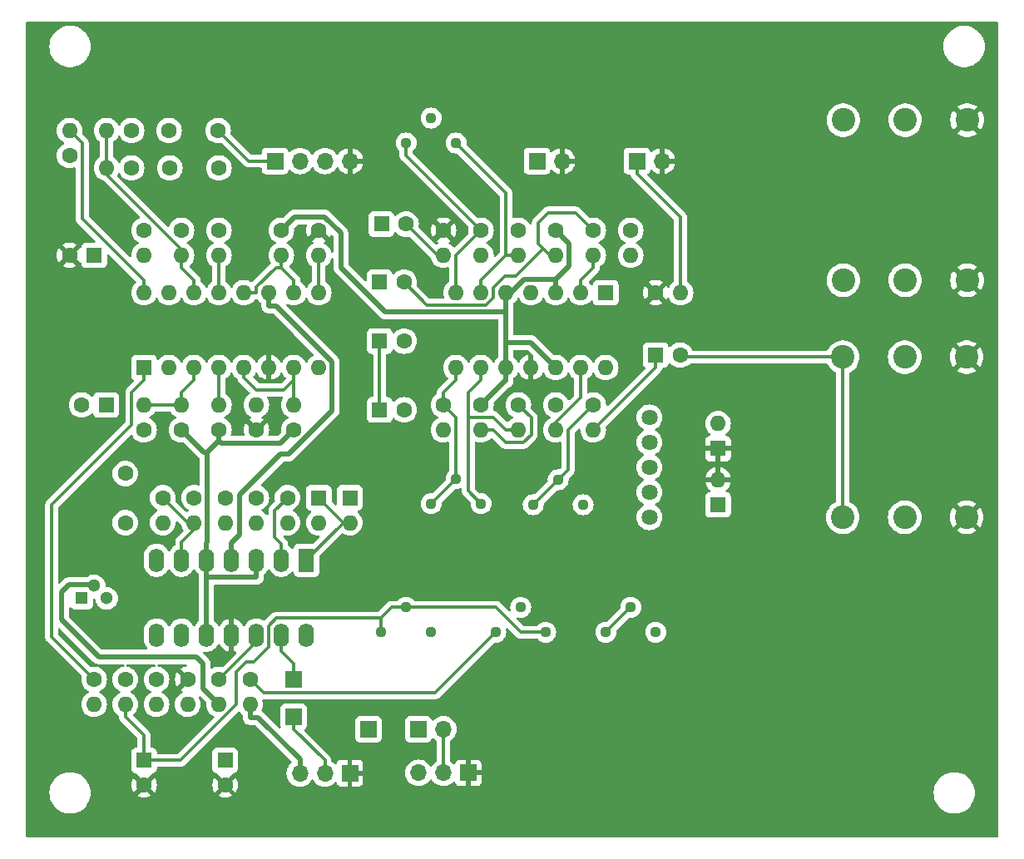
<source format=gbl>
G04 #@! TF.GenerationSoftware,KiCad,Pcbnew,8.0.8*
G04 #@! TF.CreationDate,2025-01-25T18:59:26+09:00*
G04 #@! TF.ProjectId,LM13700_VCA,4c4d3133-3730-4305-9f56-43412e6b6963,rev?*
G04 #@! TF.SameCoordinates,Original*
G04 #@! TF.FileFunction,Copper,L2,Bot*
G04 #@! TF.FilePolarity,Positive*
%FSLAX46Y46*%
G04 Gerber Fmt 4.6, Leading zero omitted, Abs format (unit mm)*
G04 Created by KiCad (PCBNEW 8.0.8) date 2025-01-25 18:59:26*
%MOMM*%
%LPD*%
G01*
G04 APERTURE LIST*
G04 #@! TA.AperFunction,ComponentPad*
%ADD10C,1.600000*%
G04 #@! TD*
G04 #@! TA.AperFunction,ComponentPad*
%ADD11O,1.600000X1.600000*%
G04 #@! TD*
G04 #@! TA.AperFunction,ComponentPad*
%ADD12C,1.120000*%
G04 #@! TD*
G04 #@! TA.AperFunction,ComponentPad*
%ADD13R,1.600000X1.600000*%
G04 #@! TD*
G04 #@! TA.AperFunction,ComponentPad*
%ADD14R,1.700000X1.700000*%
G04 #@! TD*
G04 #@! TA.AperFunction,ComponentPad*
%ADD15O,1.700000X1.700000*%
G04 #@! TD*
G04 #@! TA.AperFunction,ComponentPad*
%ADD16C,2.400000*%
G04 #@! TD*
G04 #@! TA.AperFunction,ComponentPad*
%ADD17C,1.635000*%
G04 #@! TD*
G04 #@! TA.AperFunction,ComponentPad*
%ADD18R,1.300000X1.300000*%
G04 #@! TD*
G04 #@! TA.AperFunction,ComponentPad*
%ADD19C,1.300000*%
G04 #@! TD*
G04 #@! TA.AperFunction,ComponentPad*
%ADD20R,1.600000X2.400000*%
G04 #@! TD*
G04 #@! TA.AperFunction,ComponentPad*
%ADD21O,1.600000X2.400000*%
G04 #@! TD*
G04 #@! TA.AperFunction,ViaPad*
%ADD22C,0.600000*%
G04 #@! TD*
G04 #@! TA.AperFunction,Conductor*
%ADD23C,0.500000*%
G04 #@! TD*
G04 #@! TA.AperFunction,Conductor*
%ADD24C,0.300000*%
G04 #@! TD*
G04 APERTURE END LIST*
D10*
X51435000Y-72945000D03*
D11*
X51435000Y-75485000D03*
D10*
X80010000Y-45720000D03*
D11*
X80010000Y-48260000D03*
D10*
X80010000Y-63500000D03*
D11*
X80010000Y-66040000D03*
D12*
X78740000Y-73550000D03*
X81280000Y-71010000D03*
X83820000Y-73550000D03*
D10*
X57150000Y-39370000D03*
X52150000Y-39370000D03*
D13*
X107950000Y-67945000D03*
D11*
X107950000Y-65405000D03*
D10*
X50800000Y-91440000D03*
D11*
X50800000Y-93980000D03*
D12*
X96520000Y-86640000D03*
X99060000Y-84100000D03*
X101600000Y-86640000D03*
D10*
X83820000Y-63500000D03*
D11*
X83820000Y-66040000D03*
D10*
X47625000Y-91440000D03*
D11*
X47625000Y-93980000D03*
D10*
X57785000Y-72945000D03*
D11*
X57785000Y-75485000D03*
D13*
X73500000Y-64000000D03*
D10*
X76000000Y-64000000D03*
D14*
X77470000Y-96520000D03*
D15*
X80010000Y-96520000D03*
D14*
X72390000Y-96520000D03*
D10*
X99060000Y-45720000D03*
D11*
X99060000Y-48260000D03*
D13*
X49530000Y-99695000D03*
D10*
X49530000Y-102195000D03*
X60960000Y-66040000D03*
D11*
X60960000Y-63500000D03*
D10*
X48260000Y-35560000D03*
D11*
X45720000Y-35560000D03*
D13*
X107950000Y-73660000D03*
D11*
X107950000Y-71120000D03*
D10*
X87630000Y-63500000D03*
D11*
X87630000Y-66040000D03*
D12*
X73660000Y-86640000D03*
X76200000Y-84100000D03*
X78740000Y-86640000D03*
D10*
X95250000Y-45720000D03*
D11*
X95250000Y-48260000D03*
D13*
X73700000Y-45085000D03*
D10*
X76200000Y-45085000D03*
X101600000Y-52070000D03*
D11*
X104140000Y-52070000D03*
D10*
X57150000Y-45720000D03*
D11*
X57150000Y-48260000D03*
D14*
X64770000Y-95250000D03*
D13*
X49530000Y-59690000D03*
D11*
X52070000Y-59690000D03*
X54610000Y-59690000D03*
X57150000Y-59690000D03*
X59690000Y-59690000D03*
X62230000Y-59690000D03*
X64770000Y-59690000D03*
X67310000Y-59690000D03*
X67310000Y-52070000D03*
X64770000Y-52070000D03*
X62230000Y-52070000D03*
X59690000Y-52070000D03*
X57150000Y-52070000D03*
X54610000Y-52070000D03*
X52070000Y-52070000D03*
X49530000Y-52070000D03*
D14*
X70470000Y-100990000D03*
D15*
X67930000Y-100990000D03*
X65390000Y-100990000D03*
D13*
X57785000Y-99695000D03*
D10*
X57785000Y-102195000D03*
D13*
X96520000Y-52070000D03*
D11*
X93980000Y-52070000D03*
X91440000Y-52070000D03*
X88900000Y-52070000D03*
X86360000Y-52070000D03*
X83820000Y-52070000D03*
X81280000Y-52070000D03*
X81280000Y-59690000D03*
X83820000Y-59690000D03*
X86360000Y-59690000D03*
X88900000Y-59690000D03*
X91440000Y-59690000D03*
X93980000Y-59690000D03*
X96520000Y-59690000D03*
D10*
X41950000Y-38100000D03*
D11*
X41950000Y-35560000D03*
D16*
X127000000Y-50800000D03*
X127000000Y-34500000D03*
X133300000Y-50800000D03*
X133300000Y-34500000D03*
X120700000Y-50800000D03*
X120700000Y-34500000D03*
D10*
X49530000Y-45720000D03*
D11*
X49530000Y-48260000D03*
D13*
X67310000Y-72945000D03*
D11*
X67310000Y-75485000D03*
D13*
X45680000Y-63500000D03*
D10*
X43180000Y-63500000D03*
X44450000Y-91440000D03*
D11*
X44450000Y-93980000D03*
D10*
X53975000Y-91440000D03*
D11*
X53975000Y-93980000D03*
D12*
X89139500Y-73660000D03*
X91679500Y-71120000D03*
X94219500Y-73660000D03*
D17*
X100965000Y-67310000D03*
X100965000Y-69850000D03*
X100965000Y-72390000D03*
X100965000Y-64770000D03*
X100965000Y-74930000D03*
D13*
X73500000Y-51000000D03*
D10*
X76000000Y-51000000D03*
X63500000Y-45720000D03*
D11*
X63500000Y-48260000D03*
D10*
X91440000Y-63500000D03*
D11*
X91440000Y-66040000D03*
D10*
X83820000Y-45720000D03*
D11*
X83820000Y-48260000D03*
D10*
X57150000Y-91440000D03*
D11*
X57150000Y-93980000D03*
D14*
X82550000Y-100965000D03*
D15*
X80010000Y-100965000D03*
X77470000Y-100965000D03*
D14*
X62865000Y-38665000D03*
D15*
X65405000Y-38665000D03*
X67945000Y-38665000D03*
X70485000Y-38665000D03*
D10*
X54610000Y-72945000D03*
D11*
X54610000Y-75485000D03*
D10*
X53340000Y-45720000D03*
D11*
X53340000Y-48260000D03*
D10*
X57150000Y-66040000D03*
D11*
X57150000Y-63500000D03*
D12*
X76200000Y-36830000D03*
X78740000Y-34290000D03*
X81280000Y-36830000D03*
D10*
X53340000Y-66040000D03*
D11*
X53340000Y-63500000D03*
D13*
X101600000Y-58420000D03*
D10*
X104100000Y-58420000D03*
D18*
X43180000Y-83185000D03*
D19*
X44450000Y-81915000D03*
X45720000Y-83185000D03*
D10*
X60960000Y-72945000D03*
D11*
X60960000Y-75485000D03*
D10*
X64135000Y-72945000D03*
D11*
X64135000Y-75485000D03*
D10*
X57070000Y-35560000D03*
X52070000Y-35560000D03*
D16*
X126950000Y-74930000D03*
X126950000Y-58630000D03*
X133250000Y-74930000D03*
X133250000Y-58630000D03*
X120650000Y-74930000D03*
X120650000Y-58630000D03*
D10*
X60325000Y-91440000D03*
D11*
X60325000Y-93980000D03*
D10*
X48260000Y-39370000D03*
D11*
X45720000Y-39370000D03*
D10*
X67310000Y-45720000D03*
D11*
X67310000Y-48260000D03*
D14*
X64770000Y-91440000D03*
D10*
X91440000Y-45720000D03*
D11*
X91440000Y-48260000D03*
D14*
X89530000Y-38665000D03*
D15*
X92070000Y-38665000D03*
D10*
X95250000Y-63500000D03*
D11*
X95250000Y-66040000D03*
D13*
X73500000Y-57000000D03*
D10*
X76000000Y-57000000D03*
D20*
X66045000Y-79305000D03*
D21*
X63505000Y-79305000D03*
X60965000Y-79305000D03*
X58425000Y-79305000D03*
X55885000Y-79305000D03*
X53345000Y-79305000D03*
X50805000Y-79305000D03*
X50805000Y-86925000D03*
X53345000Y-86925000D03*
X55885000Y-86925000D03*
X58425000Y-86925000D03*
X60965000Y-86925000D03*
X63505000Y-86925000D03*
X66045000Y-86925000D03*
D14*
X99695000Y-38665000D03*
D15*
X102235000Y-38665000D03*
D12*
X85329500Y-86640000D03*
X87869500Y-84100000D03*
X90409500Y-86640000D03*
D10*
X87630000Y-45720000D03*
D11*
X87630000Y-48260000D03*
D10*
X64770000Y-66040000D03*
D11*
X64770000Y-63500000D03*
D10*
X49530000Y-66040000D03*
D11*
X49530000Y-63500000D03*
D10*
X47625000Y-75485000D03*
X47625000Y-70485000D03*
D13*
X70485000Y-72945000D03*
D11*
X70485000Y-75485000D03*
D13*
X44450000Y-48260000D03*
D10*
X41950000Y-48260000D03*
D22*
X62230000Y-64516000D03*
X61468000Y-60960000D03*
X87884000Y-58166000D03*
X46736000Y-87884000D03*
X57658000Y-88900000D03*
X47498000Y-68326000D03*
X53340000Y-97282000D03*
X55118000Y-99568000D03*
X59690000Y-57150000D03*
X58928000Y-61722000D03*
X89408000Y-62484000D03*
D23*
X44323000Y-81788000D02*
X44450000Y-81915000D01*
X41148000Y-82550000D02*
X41910000Y-81788000D01*
X41148000Y-85344000D02*
X41148000Y-82550000D01*
X41910000Y-81788000D02*
X44323000Y-81788000D01*
X54864000Y-89154000D02*
X44958000Y-89154000D01*
X55562500Y-89852500D02*
X54864000Y-89154000D01*
X55562500Y-92392500D02*
X55562500Y-89852500D01*
X57150000Y-93980000D02*
X55562500Y-92392500D01*
X44958000Y-89154000D02*
X41148000Y-85344000D01*
D24*
X63743200Y-61976000D02*
X64770000Y-60949200D01*
X60960000Y-61976000D02*
X63743200Y-61976000D01*
X59690000Y-60706000D02*
X60960000Y-61976000D01*
X59690000Y-59690000D02*
X59690000Y-60706000D01*
D23*
X86360000Y-57150000D02*
X86360000Y-54048500D01*
X91440000Y-59690000D02*
X88900000Y-57150000D01*
X88900000Y-57150000D02*
X86360000Y-57150000D01*
X86360000Y-59690000D02*
X86360000Y-57150000D01*
D24*
X40132000Y-87122000D02*
X44450000Y-91440000D01*
X40132000Y-73660300D02*
X40132000Y-87122000D01*
X48278300Y-62193400D02*
X48278300Y-65514000D01*
X49530000Y-60941700D02*
X48278300Y-62193400D01*
X48278300Y-65514000D02*
X40132000Y-73660300D01*
X49530000Y-59690000D02*
X49530000Y-60941700D01*
X93980000Y-62767000D02*
X91440000Y-65307000D01*
X93980000Y-59690000D02*
X93980000Y-62767000D01*
X91440000Y-65307000D02*
X91440000Y-66040000D01*
X95250000Y-66021700D02*
X101600000Y-59671700D01*
X101600000Y-59671700D02*
X101600000Y-58420000D01*
X95250000Y-66040000D02*
X95250000Y-66021700D01*
X93472000Y-43942000D02*
X95250000Y-45720000D01*
X90678000Y-43942000D02*
X93472000Y-43942000D01*
X89662000Y-44958000D02*
X90678000Y-43942000D01*
X89662000Y-47107800D02*
X89662000Y-44958000D01*
X90160700Y-47606500D02*
X89662000Y-47107800D01*
X79375000Y-48260000D02*
X80010000Y-48260000D01*
X76200000Y-45085000D02*
X79375000Y-48260000D01*
X43239800Y-44528100D02*
X43239800Y-36849800D01*
X43239800Y-36849800D02*
X41950000Y-35560000D01*
X49530000Y-50818300D02*
X43239800Y-44528100D01*
X49530000Y-52070000D02*
X49530000Y-50818300D01*
X53340000Y-47694100D02*
X53340000Y-48260000D01*
X45720000Y-40074100D02*
X53340000Y-47694100D01*
X45720000Y-39370000D02*
X45720000Y-40074100D01*
X69803000Y-75485000D02*
X69859200Y-75485000D01*
X66045000Y-79243000D02*
X69803000Y-75485000D01*
X66045000Y-79305000D02*
X66045000Y-79243000D01*
X67319200Y-72945000D02*
X67310000Y-72945000D01*
X69859200Y-75485000D02*
X67319200Y-72945000D01*
X51435000Y-72945000D02*
X53975000Y-75485000D01*
X53975000Y-75485000D02*
X54610000Y-75485000D01*
X53345000Y-77465000D02*
X54610000Y-76200000D01*
X54610000Y-76200000D02*
X54610000Y-75485000D01*
X53345000Y-79305000D02*
X53345000Y-77465000D01*
X63000400Y-85218700D02*
X73660000Y-85218700D01*
X62235000Y-85984100D02*
X63000400Y-85218700D01*
X60731300Y-89662000D02*
X62235000Y-88158300D01*
X59944000Y-89662000D02*
X60731300Y-89662000D01*
X58949700Y-93992900D02*
X58949700Y-90656300D01*
X62235000Y-88158300D02*
X62235000Y-85984100D01*
X53247600Y-99695000D02*
X58949700Y-93992900D01*
X49530000Y-99695000D02*
X53247600Y-99695000D01*
X58949700Y-90656300D02*
X59944000Y-89662000D01*
X60965000Y-87625000D02*
X57150000Y-91440000D01*
X60965000Y-86925000D02*
X60965000Y-87625000D01*
X64770000Y-89841700D02*
X64770000Y-91440000D01*
X63505000Y-88576700D02*
X64770000Y-89841700D01*
X63505000Y-86925000D02*
X63505000Y-88576700D01*
X80010000Y-100965000D02*
X80010000Y-96520000D01*
X83820000Y-59690000D02*
X83820000Y-60941700D01*
X82520700Y-62241000D02*
X82520700Y-64770000D01*
X83820000Y-60941700D02*
X82520700Y-62241000D01*
X82520700Y-72250700D02*
X83820000Y-73550000D01*
X82520700Y-64770000D02*
X82520700Y-72250700D01*
X85108300Y-64770000D02*
X86378300Y-66040000D01*
X82520700Y-64770000D02*
X85108300Y-64770000D01*
X87630000Y-66040000D02*
X86378300Y-66040000D01*
X81280000Y-59690000D02*
X81280000Y-60941700D01*
X80010000Y-62211700D02*
X80010000Y-63500000D01*
X81280000Y-60941700D02*
X80010000Y-62211700D01*
X81280000Y-64770000D02*
X81280000Y-71010000D01*
X80010000Y-63500000D02*
X81280000Y-64770000D01*
X81280000Y-71010000D02*
X78740000Y-73550000D01*
X89139500Y-73660000D02*
X91679500Y-71120000D01*
X92691700Y-66058300D02*
X95250000Y-63500000D01*
X92691700Y-70107800D02*
X92691700Y-66058300D01*
X91679500Y-71120000D02*
X92691700Y-70107800D01*
X81280000Y-48260000D02*
X83820000Y-45720000D01*
X81280000Y-52070000D02*
X81280000Y-48260000D01*
X76200000Y-38100000D02*
X76200000Y-36830000D01*
X83820000Y-45720000D02*
X76200000Y-38100000D01*
X83820000Y-50818300D02*
X86378300Y-48260000D01*
X83820000Y-52070000D02*
X83820000Y-50818300D01*
X87630000Y-48260000D02*
X86378300Y-48260000D01*
X86378300Y-41928300D02*
X86378300Y-48260000D01*
X81280000Y-36830000D02*
X86378300Y-41928300D01*
X93980000Y-50781700D02*
X95250000Y-49511700D01*
X93980000Y-52070000D02*
X93980000Y-50781700D01*
X95250000Y-48260000D02*
X95250000Y-49511700D01*
X79160800Y-92808700D02*
X85329500Y-86640000D01*
X61693700Y-92808700D02*
X79160800Y-92808700D01*
X60325000Y-91440000D02*
X61693700Y-92808700D01*
X64770000Y-59690000D02*
X64770000Y-60949200D01*
X64770000Y-60949200D02*
X64770000Y-63500000D01*
X49530000Y-63500000D02*
X53340000Y-63500000D01*
X54610000Y-60978300D02*
X53340000Y-62248300D01*
X54610000Y-59690000D02*
X54610000Y-60978300D01*
X53340000Y-63500000D02*
X53340000Y-62248300D01*
X57150000Y-59690000D02*
X57150000Y-63500000D01*
X64770000Y-50781700D02*
X63500000Y-49511700D01*
X64770000Y-52070000D02*
X64770000Y-50781700D01*
X63500000Y-48260000D02*
X63500000Y-49511700D01*
X62952400Y-49511700D02*
X63500000Y-49511700D01*
X60941700Y-51522400D02*
X62952400Y-49511700D01*
X60941700Y-52070000D02*
X60941700Y-51522400D01*
X59690000Y-52070000D02*
X60941700Y-52070000D01*
X54610000Y-50781700D02*
X53340000Y-49511700D01*
X54610000Y-52070000D02*
X54610000Y-50781700D01*
X53340000Y-48260000D02*
X53340000Y-49511700D01*
X45720000Y-35560000D02*
X45720000Y-39370000D01*
X57150000Y-52070000D02*
X57150000Y-48260000D01*
X99060000Y-84100000D02*
X96520000Y-86640000D01*
D23*
X55885000Y-79305000D02*
X55885000Y-77553300D01*
X92808700Y-47088700D02*
X91440000Y-45720000D01*
X92808700Y-49349600D02*
X92808700Y-47088700D01*
X91440000Y-50718300D02*
X92808700Y-49349600D01*
X91440000Y-52070000D02*
X91440000Y-50718300D01*
X55963100Y-77475200D02*
X55963100Y-68345100D01*
X55885000Y-77553300D02*
X55963100Y-77475200D01*
X55645100Y-68345100D02*
X53340000Y-66040000D01*
X55963100Y-68345100D02*
X55645100Y-68345100D01*
X57421900Y-67430100D02*
X57150000Y-67158200D01*
X63379900Y-67430100D02*
X57421900Y-67430100D01*
X64770000Y-66040000D02*
X63379900Y-67430100D01*
X55963100Y-68345100D02*
X57150000Y-67158200D01*
X57150000Y-67158200D02*
X57150000Y-66040000D01*
X74106000Y-54048500D02*
X86360000Y-54048500D01*
X69550700Y-49493200D02*
X74106000Y-54048500D01*
X69550700Y-46019100D02*
X69550700Y-49493200D01*
X67881400Y-44349800D02*
X69550700Y-46019100D01*
X64870200Y-44349800D02*
X67881400Y-44349800D01*
X63500000Y-45720000D02*
X64870200Y-44349800D01*
X86360000Y-54048500D02*
X86360000Y-52070000D01*
X88186700Y-50718300D02*
X91440000Y-50718300D01*
X86835000Y-52070000D02*
X88186700Y-50718300D01*
X86360000Y-52070000D02*
X86835000Y-52070000D01*
X86278300Y-61041700D02*
X86360000Y-61041700D01*
X83820000Y-63500000D02*
X86278300Y-61041700D01*
X86360000Y-59690000D02*
X86360000Y-61041700D01*
X60965000Y-79305000D02*
X60965000Y-81056700D01*
X55885000Y-81056700D02*
X60965000Y-81056700D01*
X55885000Y-86925000D02*
X55885000Y-81056700D01*
X55885000Y-81056700D02*
X55885000Y-79305000D01*
D24*
X64793400Y-96551700D02*
X64770000Y-96551700D01*
X67930000Y-99688300D02*
X64793400Y-96551700D01*
X67930000Y-100990000D02*
X67930000Y-99688300D01*
X64770000Y-95250000D02*
X64770000Y-96551700D01*
D23*
X61133400Y-95331700D02*
X60325000Y-95331700D01*
X65390000Y-99588300D02*
X61133400Y-95331700D01*
X65390000Y-100990000D02*
X65390000Y-99588300D01*
X60325000Y-93980000D02*
X60325000Y-95331700D01*
X62966700Y-53421700D02*
X62230000Y-53421700D01*
X68672600Y-59127600D02*
X62966700Y-53421700D01*
X68672600Y-64061800D02*
X68672600Y-59127600D01*
X64210000Y-68524400D02*
X68672600Y-64061800D01*
X63417300Y-68524400D02*
X64210000Y-68524400D01*
X59269100Y-72672600D02*
X63417300Y-68524400D01*
X59269100Y-76709200D02*
X59269100Y-72672600D01*
X58425000Y-77553300D02*
X59269100Y-76709200D01*
X58425000Y-79305000D02*
X58425000Y-77553300D01*
X62230000Y-52070000D02*
X62230000Y-53421700D01*
D24*
X62845200Y-74234800D02*
X64135000Y-72945000D01*
X62845200Y-76993500D02*
X62845200Y-74234800D01*
X63505000Y-77653300D02*
X62845200Y-76993500D01*
X63505000Y-79305000D02*
X63505000Y-77653300D01*
X70485000Y-75485000D02*
X69859200Y-75485000D01*
X86338000Y-67306300D02*
X85071700Y-66040000D01*
X88145500Y-67306300D02*
X86338000Y-67306300D01*
X88929500Y-66522300D02*
X88145500Y-67306300D01*
X88929500Y-64799500D02*
X88929500Y-66522300D01*
X87630000Y-63500000D02*
X88929500Y-64799500D01*
X83820000Y-66040000D02*
X85071700Y-66040000D01*
X104140000Y-44411700D02*
X104140000Y-52070000D01*
X99695000Y-39966700D02*
X104140000Y-44411700D01*
X99695000Y-38665000D02*
X99695000Y-39966700D01*
X120650000Y-74930000D02*
X120650000Y-58630000D01*
X104310000Y-58630000D02*
X104100000Y-58420000D01*
X120650000Y-58630000D02*
X104310000Y-58630000D01*
X91440000Y-48260000D02*
X90814200Y-48260000D01*
X90814200Y-48260000D02*
X90160700Y-47606500D01*
X78341200Y-53341200D02*
X76000000Y-51000000D01*
X84323300Y-53341200D02*
X78341200Y-53341200D01*
X85090000Y-52574500D02*
X84323300Y-53341200D01*
X85090000Y-51564400D02*
X85090000Y-52574500D01*
X86277200Y-50377200D02*
X85090000Y-51564400D01*
X87387900Y-50377200D02*
X86277200Y-50377200D01*
X88457800Y-49307300D02*
X87387900Y-50377200D01*
X88459900Y-49307300D02*
X88457800Y-49307300D01*
X90160700Y-47606500D02*
X88459900Y-49307300D01*
X73660000Y-85218700D02*
X73660000Y-86640000D01*
X49530000Y-97136700D02*
X47625000Y-95231700D01*
X49530000Y-99695000D02*
X49530000Y-97136700D01*
X47625000Y-93980000D02*
X47625000Y-95231700D01*
X74778700Y-84100000D02*
X76200000Y-84100000D01*
X73660000Y-85218700D02*
X74778700Y-84100000D01*
X87869500Y-86640000D02*
X90409500Y-86640000D01*
X85329500Y-84100000D02*
X87869500Y-86640000D01*
X76200000Y-84100000D02*
X85329500Y-84100000D01*
X73500000Y-57000000D02*
X73500000Y-64000000D01*
X67310000Y-52070000D02*
X67310000Y-48260000D01*
X60175000Y-38665000D02*
X57070000Y-35560000D01*
X62865000Y-38665000D02*
X60175000Y-38665000D01*
G04 #@! TA.AperFunction,Conductor*
G36*
X50656253Y-89924185D02*
G01*
X50702008Y-89976989D01*
X50711952Y-90046147D01*
X50682927Y-90109703D01*
X50624149Y-90147477D01*
X50600021Y-90152027D01*
X50596443Y-90152340D01*
X50573313Y-90154364D01*
X50573302Y-90154366D01*
X50353511Y-90213258D01*
X50353502Y-90213261D01*
X50147267Y-90309431D01*
X50147265Y-90309432D01*
X49960858Y-90439954D01*
X49799954Y-90600858D01*
X49669432Y-90787265D01*
X49669431Y-90787267D01*
X49573261Y-90993502D01*
X49573258Y-90993511D01*
X49514366Y-91213302D01*
X49514364Y-91213313D01*
X49494532Y-91439998D01*
X49494532Y-91440001D01*
X49514364Y-91666686D01*
X49514366Y-91666697D01*
X49573258Y-91886488D01*
X49573261Y-91886497D01*
X49669431Y-92092732D01*
X49669432Y-92092734D01*
X49799954Y-92279141D01*
X49960858Y-92440045D01*
X49960861Y-92440047D01*
X50147266Y-92570568D01*
X50204683Y-92597342D01*
X50205275Y-92597618D01*
X50257714Y-92643791D01*
X50276866Y-92710984D01*
X50256650Y-92777865D01*
X50205275Y-92822382D01*
X50147267Y-92849431D01*
X50147265Y-92849432D01*
X49960858Y-92979954D01*
X49799954Y-93140858D01*
X49669432Y-93327265D01*
X49669431Y-93327267D01*
X49573261Y-93533502D01*
X49573258Y-93533511D01*
X49514366Y-93753302D01*
X49514364Y-93753313D01*
X49494532Y-93979998D01*
X49494532Y-93980001D01*
X49514364Y-94206686D01*
X49514366Y-94206697D01*
X49573258Y-94426488D01*
X49573261Y-94426497D01*
X49669431Y-94632732D01*
X49669432Y-94632734D01*
X49799954Y-94819141D01*
X49960858Y-94980045D01*
X49960861Y-94980047D01*
X50147266Y-95110568D01*
X50353504Y-95206739D01*
X50353509Y-95206740D01*
X50353511Y-95206741D01*
X50406415Y-95220916D01*
X50573308Y-95265635D01*
X50735230Y-95279801D01*
X50799998Y-95285468D01*
X50800000Y-95285468D01*
X50800002Y-95285468D01*
X50856673Y-95280509D01*
X51026692Y-95265635D01*
X51246496Y-95206739D01*
X51452734Y-95110568D01*
X51639139Y-94980047D01*
X51800047Y-94819139D01*
X51930568Y-94632734D01*
X52026739Y-94426496D01*
X52085635Y-94206692D01*
X52105468Y-93980000D01*
X52085635Y-93753308D01*
X52026739Y-93533504D01*
X51930568Y-93327266D01*
X51800047Y-93140861D01*
X51800045Y-93140858D01*
X51639141Y-92979954D01*
X51452734Y-92849432D01*
X51452728Y-92849429D01*
X51394725Y-92822382D01*
X51342285Y-92776210D01*
X51323133Y-92709017D01*
X51343348Y-92642135D01*
X51394725Y-92597618D01*
X51395317Y-92597342D01*
X51452734Y-92570568D01*
X51639139Y-92440047D01*
X51800047Y-92279139D01*
X51930568Y-92092734D01*
X52026739Y-91886496D01*
X52085635Y-91666692D01*
X52105468Y-91440000D01*
X52085635Y-91213308D01*
X52026739Y-90993504D01*
X51930568Y-90787266D01*
X51800047Y-90600861D01*
X51800045Y-90600858D01*
X51639141Y-90439954D01*
X51452734Y-90309432D01*
X51452732Y-90309431D01*
X51246497Y-90213261D01*
X51246488Y-90213258D01*
X51026697Y-90154366D01*
X51026693Y-90154365D01*
X51026692Y-90154365D01*
X51026691Y-90154364D01*
X51026686Y-90154364D01*
X51004113Y-90152389D01*
X50999978Y-90152027D01*
X50934910Y-90126576D01*
X50893931Y-90069985D01*
X50890053Y-90000223D01*
X50924507Y-89939439D01*
X50986354Y-89906931D01*
X51010786Y-89904500D01*
X53769948Y-89904500D01*
X53836987Y-89924185D01*
X53882742Y-89976989D01*
X53892686Y-90046147D01*
X53863661Y-90109703D01*
X53804883Y-90147477D01*
X53780755Y-90152028D01*
X53748400Y-90154858D01*
X53748389Y-90154860D01*
X53528682Y-90213730D01*
X53528673Y-90213734D01*
X53322516Y-90309866D01*
X53322512Y-90309868D01*
X53249526Y-90360973D01*
X53249526Y-90360974D01*
X53928553Y-91040000D01*
X53922339Y-91040000D01*
X53820606Y-91067259D01*
X53729394Y-91119920D01*
X53654920Y-91194394D01*
X53602259Y-91285606D01*
X53575000Y-91387339D01*
X53575000Y-91393552D01*
X52895974Y-90714526D01*
X52895973Y-90714526D01*
X52844868Y-90787512D01*
X52844866Y-90787516D01*
X52748734Y-90993673D01*
X52748730Y-90993682D01*
X52689860Y-91213389D01*
X52689858Y-91213400D01*
X52670034Y-91439997D01*
X52670034Y-91440002D01*
X52689858Y-91666599D01*
X52689860Y-91666610D01*
X52748730Y-91886317D01*
X52748735Y-91886331D01*
X52844863Y-92092478D01*
X52895974Y-92165472D01*
X53575000Y-91486446D01*
X53575000Y-91492661D01*
X53602259Y-91594394D01*
X53654920Y-91685606D01*
X53729394Y-91760080D01*
X53820606Y-91812741D01*
X53922339Y-91840000D01*
X53928552Y-91840000D01*
X53249526Y-92519025D01*
X53322513Y-92570132D01*
X53322521Y-92570136D01*
X53380864Y-92597342D01*
X53433304Y-92643514D01*
X53452456Y-92710707D01*
X53432241Y-92777589D01*
X53380866Y-92822105D01*
X53322272Y-92849428D01*
X53322265Y-92849432D01*
X53135858Y-92979954D01*
X52974954Y-93140858D01*
X52844432Y-93327265D01*
X52844431Y-93327267D01*
X52748261Y-93533502D01*
X52748258Y-93533511D01*
X52689366Y-93753302D01*
X52689364Y-93753313D01*
X52669532Y-93979998D01*
X52669532Y-93980001D01*
X52689364Y-94206686D01*
X52689366Y-94206697D01*
X52748258Y-94426488D01*
X52748261Y-94426497D01*
X52844431Y-94632732D01*
X52844432Y-94632734D01*
X52974954Y-94819141D01*
X53135858Y-94980045D01*
X53135861Y-94980047D01*
X53322266Y-95110568D01*
X53528504Y-95206739D01*
X53528509Y-95206740D01*
X53528511Y-95206741D01*
X53581415Y-95220916D01*
X53748308Y-95265635D01*
X53910230Y-95279801D01*
X53974998Y-95285468D01*
X53975000Y-95285468D01*
X53975002Y-95285468D01*
X54031673Y-95280509D01*
X54201692Y-95265635D01*
X54421496Y-95206739D01*
X54627734Y-95110568D01*
X54814139Y-94980047D01*
X54975047Y-94819139D01*
X55105568Y-94632734D01*
X55201739Y-94426496D01*
X55260635Y-94206692D01*
X55280468Y-93980000D01*
X55260635Y-93753308D01*
X55201739Y-93533504D01*
X55114146Y-93345662D01*
X55103655Y-93276588D01*
X55132174Y-93212804D01*
X55190651Y-93174564D01*
X55260518Y-93174009D01*
X55314210Y-93205579D01*
X55823282Y-93714650D01*
X55856767Y-93775973D01*
X55859129Y-93813137D01*
X55844532Y-93979996D01*
X55844532Y-93980001D01*
X55864364Y-94206686D01*
X55864366Y-94206697D01*
X55923258Y-94426488D01*
X55923261Y-94426497D01*
X56019431Y-94632732D01*
X56019432Y-94632734D01*
X56149954Y-94819141D01*
X56310858Y-94980045D01*
X56310861Y-94980047D01*
X56497266Y-95110568D01*
X56619671Y-95167646D01*
X56672108Y-95213817D01*
X56691260Y-95281011D01*
X56671044Y-95347892D01*
X56654945Y-95367708D01*
X53014473Y-99008181D01*
X52953150Y-99041666D01*
X52926792Y-99044500D01*
X50954499Y-99044500D01*
X50887460Y-99024815D01*
X50841705Y-98972011D01*
X50830499Y-98920500D01*
X50830499Y-98847129D01*
X50830498Y-98847123D01*
X50830497Y-98847116D01*
X50824091Y-98787517D01*
X50773796Y-98652669D01*
X50773795Y-98652668D01*
X50773793Y-98652664D01*
X50687547Y-98537455D01*
X50687544Y-98537452D01*
X50572335Y-98451206D01*
X50572328Y-98451202D01*
X50437482Y-98400908D01*
X50437483Y-98400908D01*
X50377883Y-98394501D01*
X50377881Y-98394500D01*
X50377873Y-98394500D01*
X50377865Y-98394500D01*
X50304500Y-98394500D01*
X50237461Y-98374815D01*
X50191706Y-98322011D01*
X50180500Y-98270500D01*
X50180500Y-97072628D01*
X50155502Y-96946961D01*
X50155501Y-96946960D01*
X50155501Y-96946956D01*
X50106465Y-96828573D01*
X50057578Y-96755408D01*
X50035277Y-96722031D01*
X48466397Y-95153151D01*
X48432912Y-95091828D01*
X48437896Y-95022136D01*
X48466395Y-94977790D01*
X48625047Y-94819139D01*
X48755568Y-94632734D01*
X48851739Y-94426496D01*
X48910635Y-94206692D01*
X48930468Y-93980000D01*
X48910635Y-93753308D01*
X48851739Y-93533504D01*
X48755568Y-93327266D01*
X48625047Y-93140861D01*
X48625045Y-93140858D01*
X48464141Y-92979954D01*
X48277734Y-92849432D01*
X48277728Y-92849429D01*
X48219725Y-92822382D01*
X48167285Y-92776210D01*
X48148133Y-92709017D01*
X48168348Y-92642135D01*
X48219725Y-92597618D01*
X48220317Y-92597342D01*
X48277734Y-92570568D01*
X48464139Y-92440047D01*
X48625047Y-92279139D01*
X48755568Y-92092734D01*
X48851739Y-91886496D01*
X48910635Y-91666692D01*
X48930468Y-91440000D01*
X48910635Y-91213308D01*
X48851739Y-90993504D01*
X48755568Y-90787266D01*
X48625047Y-90600861D01*
X48625045Y-90600858D01*
X48464141Y-90439954D01*
X48277734Y-90309432D01*
X48277732Y-90309431D01*
X48071497Y-90213261D01*
X48071488Y-90213258D01*
X47851697Y-90154366D01*
X47851693Y-90154365D01*
X47851692Y-90154365D01*
X47851691Y-90154364D01*
X47851686Y-90154364D01*
X47829113Y-90152389D01*
X47824978Y-90152027D01*
X47759910Y-90126576D01*
X47718931Y-90069985D01*
X47715053Y-90000223D01*
X47749507Y-89939439D01*
X47811354Y-89906931D01*
X47835786Y-89904500D01*
X50589214Y-89904500D01*
X50656253Y-89924185D01*
G37*
G04 #@! TD.AperFunction*
G04 #@! TA.AperFunction,Conductor*
G36*
X58675000Y-88601606D02*
G01*
X58729422Y-88592988D01*
X58753166Y-88585273D01*
X58823007Y-88583276D01*
X58882841Y-88619355D01*
X58913670Y-88682055D01*
X58905708Y-88751469D01*
X58879168Y-88790884D01*
X57536937Y-90133115D01*
X57475614Y-90166600D01*
X57417163Y-90165209D01*
X57376697Y-90154366D01*
X57376693Y-90154365D01*
X57376692Y-90154365D01*
X57376691Y-90154364D01*
X57376686Y-90154364D01*
X57150002Y-90134532D01*
X57149998Y-90134532D01*
X56923313Y-90154364D01*
X56923302Y-90154366D01*
X56703511Y-90213258D01*
X56703502Y-90213261D01*
X56573022Y-90274106D01*
X56497266Y-90309432D01*
X56497264Y-90309432D01*
X56492360Y-90311720D01*
X56491657Y-90310212D01*
X56431098Y-90324903D01*
X56365071Y-90302050D01*
X56321882Y-90247128D01*
X56313000Y-90201044D01*
X56313000Y-89778579D01*
X56284159Y-89633592D01*
X56284158Y-89633591D01*
X56284158Y-89633587D01*
X56242728Y-89533566D01*
X56227587Y-89497011D01*
X56227580Y-89496998D01*
X56145452Y-89374085D01*
X56107791Y-89336424D01*
X56040916Y-89269549D01*
X55594122Y-88822753D01*
X55560637Y-88761430D01*
X55565621Y-88691738D01*
X55607493Y-88635805D01*
X55672957Y-88611388D01*
X55701193Y-88612598D01*
X55782648Y-88625500D01*
X55782650Y-88625500D01*
X55987351Y-88625500D01*
X55987352Y-88625500D01*
X56189534Y-88593477D01*
X56384219Y-88530220D01*
X56566610Y-88437287D01*
X56712888Y-88331011D01*
X56732213Y-88316971D01*
X56732215Y-88316968D01*
X56732219Y-88316966D01*
X56876966Y-88172219D01*
X56876968Y-88172215D01*
X56876971Y-88172213D01*
X56997284Y-88006614D01*
X56997285Y-88006613D01*
X56997287Y-88006610D01*
X57044795Y-87913369D01*
X57092770Y-87862574D01*
X57160591Y-87845779D01*
X57226725Y-87868316D01*
X57265765Y-87913370D01*
X57313140Y-88006349D01*
X57433417Y-88171894D01*
X57433417Y-88171895D01*
X57578104Y-88316582D01*
X57743650Y-88436859D01*
X57925968Y-88529754D01*
X58120578Y-88592988D01*
X58175000Y-88601607D01*
X58175000Y-87240686D01*
X58179394Y-87245080D01*
X58270606Y-87297741D01*
X58372339Y-87325000D01*
X58477661Y-87325000D01*
X58579394Y-87297741D01*
X58670606Y-87245080D01*
X58675000Y-87240686D01*
X58675000Y-88601606D01*
G37*
G04 #@! TD.AperFunction*
G04 #@! TA.AperFunction,Conductor*
G36*
X52210356Y-64170185D02*
G01*
X52244892Y-64203377D01*
X52339954Y-64339141D01*
X52500858Y-64500045D01*
X52500861Y-64500047D01*
X52687266Y-64630568D01*
X52745275Y-64657618D01*
X52797714Y-64703791D01*
X52816866Y-64770984D01*
X52796650Y-64837865D01*
X52745275Y-64882381D01*
X52728272Y-64890310D01*
X52687267Y-64909431D01*
X52687265Y-64909432D01*
X52500858Y-65039954D01*
X52339954Y-65200858D01*
X52209432Y-65387265D01*
X52209431Y-65387267D01*
X52113261Y-65593502D01*
X52113258Y-65593511D01*
X52054366Y-65813302D01*
X52054364Y-65813313D01*
X52034532Y-66039998D01*
X52034532Y-66040000D01*
X52054364Y-66266686D01*
X52054366Y-66266697D01*
X52113258Y-66486488D01*
X52113261Y-66486497D01*
X52209431Y-66692732D01*
X52209432Y-66692734D01*
X52339954Y-66879141D01*
X52500858Y-67040045D01*
X52500861Y-67040047D01*
X52687266Y-67170568D01*
X52893504Y-67266739D01*
X52893509Y-67266740D01*
X52893511Y-67266741D01*
X52946415Y-67280916D01*
X53113308Y-67325635D01*
X53275230Y-67339801D01*
X53339998Y-67345468D01*
X53340000Y-67345468D01*
X53340001Y-67345468D01*
X53360062Y-67343712D01*
X53506861Y-67330869D01*
X53575359Y-67344635D01*
X53605348Y-67366716D01*
X55062149Y-68823516D01*
X55166684Y-68928051D01*
X55166687Y-68928053D01*
X55167261Y-68928524D01*
X55167483Y-68928850D01*
X55170992Y-68932359D01*
X55170326Y-68933024D01*
X55206598Y-68986268D01*
X55212600Y-69024381D01*
X55212600Y-71598488D01*
X55192915Y-71665527D01*
X55140111Y-71711282D01*
X55070953Y-71721226D01*
X55056507Y-71718263D01*
X54836697Y-71659366D01*
X54836693Y-71659365D01*
X54836692Y-71659365D01*
X54836691Y-71659364D01*
X54836686Y-71659364D01*
X54610002Y-71639532D01*
X54609998Y-71639532D01*
X54383313Y-71659364D01*
X54383302Y-71659366D01*
X54163511Y-71718258D01*
X54163502Y-71718261D01*
X53957267Y-71814431D01*
X53957265Y-71814432D01*
X53770858Y-71944954D01*
X53609954Y-72105858D01*
X53479432Y-72292265D01*
X53479431Y-72292267D01*
X53383261Y-72498502D01*
X53383258Y-72498511D01*
X53324366Y-72718302D01*
X53324364Y-72718313D01*
X53304532Y-72944998D01*
X53304532Y-72945001D01*
X53324364Y-73171686D01*
X53324366Y-73171697D01*
X53383258Y-73391488D01*
X53383261Y-73391497D01*
X53479431Y-73597732D01*
X53479432Y-73597734D01*
X53609954Y-73784141D01*
X53770858Y-73945045D01*
X53770861Y-73945047D01*
X53957266Y-74075568D01*
X54015275Y-74102618D01*
X54067714Y-74148791D01*
X54086866Y-74215984D01*
X54066650Y-74282865D01*
X54015275Y-74327381D01*
X53957268Y-74354431D01*
X53957264Y-74354433D01*
X53929044Y-74374192D01*
X53862837Y-74396518D01*
X53795070Y-74379505D01*
X53770242Y-74360296D01*
X52741884Y-73331938D01*
X52708399Y-73270615D01*
X52709791Y-73212162D01*
X52720633Y-73171699D01*
X52720632Y-73171699D01*
X52720635Y-73171692D01*
X52740468Y-72945000D01*
X52720635Y-72718308D01*
X52662798Y-72502455D01*
X52661741Y-72498511D01*
X52661738Y-72498502D01*
X52634661Y-72440436D01*
X52565568Y-72292266D01*
X52435047Y-72105861D01*
X52435045Y-72105858D01*
X52274141Y-71944954D01*
X52087734Y-71814432D01*
X52087732Y-71814431D01*
X51881497Y-71718261D01*
X51881488Y-71718258D01*
X51661697Y-71659366D01*
X51661693Y-71659365D01*
X51661692Y-71659365D01*
X51661691Y-71659364D01*
X51661686Y-71659364D01*
X51435002Y-71639532D01*
X51434998Y-71639532D01*
X51208313Y-71659364D01*
X51208302Y-71659366D01*
X50988511Y-71718258D01*
X50988502Y-71718261D01*
X50782267Y-71814431D01*
X50782265Y-71814432D01*
X50595858Y-71944954D01*
X50434954Y-72105858D01*
X50304432Y-72292265D01*
X50304431Y-72292267D01*
X50208261Y-72498502D01*
X50208258Y-72498511D01*
X50149366Y-72718302D01*
X50149364Y-72718313D01*
X50129532Y-72944998D01*
X50129532Y-72945001D01*
X50149364Y-73171686D01*
X50149366Y-73171697D01*
X50208258Y-73391488D01*
X50208261Y-73391497D01*
X50304431Y-73597732D01*
X50304432Y-73597734D01*
X50434954Y-73784141D01*
X50595858Y-73945045D01*
X50595861Y-73945047D01*
X50782266Y-74075568D01*
X50840275Y-74102618D01*
X50892714Y-74148791D01*
X50911866Y-74215984D01*
X50891650Y-74282865D01*
X50840275Y-74327382D01*
X50782267Y-74354431D01*
X50782265Y-74354432D01*
X50595858Y-74484954D01*
X50434954Y-74645858D01*
X50304432Y-74832265D01*
X50304431Y-74832267D01*
X50208261Y-75038502D01*
X50208258Y-75038511D01*
X50149366Y-75258302D01*
X50149364Y-75258313D01*
X50129532Y-75484998D01*
X50129532Y-75485001D01*
X50149364Y-75711686D01*
X50149366Y-75711697D01*
X50208258Y-75931488D01*
X50208261Y-75931497D01*
X50304431Y-76137732D01*
X50304432Y-76137734D01*
X50434954Y-76324141D01*
X50595858Y-76485045D01*
X50595861Y-76485047D01*
X50782266Y-76615568D01*
X50988504Y-76711739D01*
X50988509Y-76711740D01*
X50988511Y-76711741D01*
X51034464Y-76724054D01*
X51208308Y-76770635D01*
X51370230Y-76784801D01*
X51434998Y-76790468D01*
X51435000Y-76790468D01*
X51435002Y-76790468D01*
X51491673Y-76785509D01*
X51661692Y-76770635D01*
X51881496Y-76711739D01*
X52087734Y-76615568D01*
X52274139Y-76485047D01*
X52435047Y-76324139D01*
X52565568Y-76137734D01*
X52661739Y-75931496D01*
X52720635Y-75711692D01*
X52740468Y-75485000D01*
X52739999Y-75479644D01*
X52753763Y-75411146D01*
X52802377Y-75360962D01*
X52870405Y-75345026D01*
X52936249Y-75368399D01*
X52951208Y-75381154D01*
X53316469Y-75746415D01*
X53348563Y-75802002D01*
X53383259Y-75931491D01*
X53383261Y-75931497D01*
X53450543Y-76075782D01*
X53479432Y-76137734D01*
X53504297Y-76173246D01*
X53532137Y-76213005D01*
X53554464Y-76279211D01*
X53537454Y-76346979D01*
X53518243Y-76371809D01*
X52839725Y-77050328D01*
X52839722Y-77050331D01*
X52793368Y-77119705D01*
X52793369Y-77119706D01*
X52768534Y-77156874D01*
X52719499Y-77275255D01*
X52719497Y-77275261D01*
X52694500Y-77400928D01*
X52694500Y-77706928D01*
X52674815Y-77773967D01*
X52643385Y-77807246D01*
X52497787Y-77913028D01*
X52497782Y-77913032D01*
X52353028Y-78057786D01*
X52232715Y-78223386D01*
X52185485Y-78316080D01*
X52137510Y-78366876D01*
X52069689Y-78383671D01*
X52003554Y-78361134D01*
X51964515Y-78316080D01*
X51963883Y-78314840D01*
X51917287Y-78223390D01*
X51855858Y-78138839D01*
X51796971Y-78057786D01*
X51652213Y-77913028D01*
X51486613Y-77792715D01*
X51486612Y-77792714D01*
X51486610Y-77792713D01*
X51429653Y-77763691D01*
X51304223Y-77699781D01*
X51109534Y-77636522D01*
X50934995Y-77608878D01*
X50907352Y-77604500D01*
X50702648Y-77604500D01*
X50678329Y-77608351D01*
X50500465Y-77636522D01*
X50305776Y-77699781D01*
X50123386Y-77792715D01*
X49957786Y-77913028D01*
X49813028Y-78057786D01*
X49692715Y-78223386D01*
X49599781Y-78405776D01*
X49536522Y-78600465D01*
X49504500Y-78802648D01*
X49504500Y-79807351D01*
X49536522Y-80009534D01*
X49599781Y-80204223D01*
X49692715Y-80386613D01*
X49813028Y-80552213D01*
X49957786Y-80696971D01*
X50079535Y-80785425D01*
X50123390Y-80817287D01*
X50212212Y-80862544D01*
X50305776Y-80910218D01*
X50305778Y-80910218D01*
X50305781Y-80910220D01*
X50410137Y-80944127D01*
X50500465Y-80973477D01*
X50601557Y-80989488D01*
X50702648Y-81005500D01*
X50702649Y-81005500D01*
X50907351Y-81005500D01*
X50907352Y-81005500D01*
X51109534Y-80973477D01*
X51304219Y-80910220D01*
X51486610Y-80817287D01*
X51606619Y-80730096D01*
X51652213Y-80696971D01*
X51652215Y-80696968D01*
X51652219Y-80696966D01*
X51796966Y-80552219D01*
X51796968Y-80552215D01*
X51796971Y-80552213D01*
X51917284Y-80386614D01*
X51917285Y-80386613D01*
X51917287Y-80386610D01*
X51964516Y-80293917D01*
X52012489Y-80243123D01*
X52080310Y-80226328D01*
X52146445Y-80248865D01*
X52185485Y-80293919D01*
X52232715Y-80386614D01*
X52353028Y-80552213D01*
X52497786Y-80696971D01*
X52619535Y-80785425D01*
X52663390Y-80817287D01*
X52752212Y-80862544D01*
X52845776Y-80910218D01*
X52845778Y-80910218D01*
X52845781Y-80910220D01*
X52950137Y-80944127D01*
X53040465Y-80973477D01*
X53141557Y-80989488D01*
X53242648Y-81005500D01*
X53242649Y-81005500D01*
X53447351Y-81005500D01*
X53447352Y-81005500D01*
X53649534Y-80973477D01*
X53844219Y-80910220D01*
X54026610Y-80817287D01*
X54146619Y-80730096D01*
X54192213Y-80696971D01*
X54192215Y-80696968D01*
X54192219Y-80696966D01*
X54336966Y-80552219D01*
X54336968Y-80552215D01*
X54336971Y-80552213D01*
X54457284Y-80386614D01*
X54457285Y-80386613D01*
X54457287Y-80386610D01*
X54504516Y-80293917D01*
X54552489Y-80243123D01*
X54620310Y-80226328D01*
X54686445Y-80248865D01*
X54725485Y-80293919D01*
X54772715Y-80386614D01*
X54893028Y-80552213D01*
X54893034Y-80552219D01*
X55037781Y-80696966D01*
X55083384Y-80730098D01*
X55126050Y-80785425D01*
X55134500Y-80830416D01*
X55134500Y-85399582D01*
X55114815Y-85466621D01*
X55083385Y-85499900D01*
X55037787Y-85533028D01*
X55037782Y-85533032D01*
X54893028Y-85677786D01*
X54772715Y-85843386D01*
X54725485Y-85936080D01*
X54677510Y-85986876D01*
X54609689Y-86003671D01*
X54543554Y-85981134D01*
X54504515Y-85936080D01*
X54503883Y-85934840D01*
X54457287Y-85843390D01*
X54412249Y-85781400D01*
X54336971Y-85677786D01*
X54192213Y-85533028D01*
X54026613Y-85412715D01*
X54026612Y-85412714D01*
X54026610Y-85412713D01*
X53969653Y-85383691D01*
X53844223Y-85319781D01*
X53649534Y-85256522D01*
X53474995Y-85228878D01*
X53447352Y-85224500D01*
X53242648Y-85224500D01*
X53218329Y-85228351D01*
X53040465Y-85256522D01*
X52845776Y-85319781D01*
X52663386Y-85412715D01*
X52497786Y-85533028D01*
X52353028Y-85677786D01*
X52232715Y-85843386D01*
X52185485Y-85936080D01*
X52137510Y-85986876D01*
X52069689Y-86003671D01*
X52003554Y-85981134D01*
X51964515Y-85936080D01*
X51963883Y-85934840D01*
X51917287Y-85843390D01*
X51872249Y-85781400D01*
X51796971Y-85677786D01*
X51652213Y-85533028D01*
X51486613Y-85412715D01*
X51486612Y-85412714D01*
X51486610Y-85412713D01*
X51429653Y-85383691D01*
X51304223Y-85319781D01*
X51109534Y-85256522D01*
X50934995Y-85228878D01*
X50907352Y-85224500D01*
X50702648Y-85224500D01*
X50678329Y-85228351D01*
X50500465Y-85256522D01*
X50305776Y-85319781D01*
X50123386Y-85412715D01*
X49957786Y-85533028D01*
X49813028Y-85677786D01*
X49692715Y-85843386D01*
X49599781Y-86025776D01*
X49536522Y-86220465D01*
X49504500Y-86422648D01*
X49504500Y-87427351D01*
X49536522Y-87629534D01*
X49599781Y-87824223D01*
X49692715Y-88006613D01*
X49813028Y-88172213D01*
X49832634Y-88191819D01*
X49866119Y-88253142D01*
X49861135Y-88322834D01*
X49819263Y-88378767D01*
X49753799Y-88403184D01*
X49744953Y-88403500D01*
X45320229Y-88403500D01*
X45253190Y-88383815D01*
X45232548Y-88367181D01*
X41934819Y-85069451D01*
X41901334Y-85008128D01*
X41898500Y-84981770D01*
X41898500Y-84199147D01*
X41918185Y-84132108D01*
X41970989Y-84086353D01*
X42040147Y-84076409D01*
X42103703Y-84105434D01*
X42121763Y-84124831D01*
X42172454Y-84192546D01*
X42181272Y-84199147D01*
X42287664Y-84278793D01*
X42287671Y-84278797D01*
X42422517Y-84329091D01*
X42422516Y-84329091D01*
X42429444Y-84329835D01*
X42482127Y-84335500D01*
X43877872Y-84335499D01*
X43937483Y-84329091D01*
X44072331Y-84278796D01*
X44187546Y-84192546D01*
X44273796Y-84077331D01*
X44324091Y-83942483D01*
X44330500Y-83882873D01*
X44330499Y-83341044D01*
X44350183Y-83274007D01*
X44402987Y-83228252D01*
X44472146Y-83218308D01*
X44535702Y-83247333D01*
X44573476Y-83306111D01*
X44577970Y-83329604D01*
X44584244Y-83397310D01*
X44620158Y-83523534D01*
X44642596Y-83602392D01*
X44642596Y-83602394D01*
X44737632Y-83793253D01*
X44812283Y-83892106D01*
X44866128Y-83963407D01*
X45023698Y-84107052D01*
X45204981Y-84219298D01*
X45403802Y-84296321D01*
X45613390Y-84335500D01*
X45613392Y-84335500D01*
X45826608Y-84335500D01*
X45826610Y-84335500D01*
X46036198Y-84296321D01*
X46235019Y-84219298D01*
X46416302Y-84107052D01*
X46573872Y-83963407D01*
X46702366Y-83793255D01*
X46702367Y-83793253D01*
X46797403Y-83602394D01*
X46797403Y-83602393D01*
X46797405Y-83602389D01*
X46855756Y-83397310D01*
X46875429Y-83185000D01*
X46855756Y-82972690D01*
X46797405Y-82767611D01*
X46797403Y-82767606D01*
X46797403Y-82767605D01*
X46702367Y-82576746D01*
X46573872Y-82406593D01*
X46416302Y-82262948D01*
X46235019Y-82150702D01*
X46235017Y-82150701D01*
X46135608Y-82112190D01*
X46036198Y-82073679D01*
X45826610Y-82034500D01*
X45729429Y-82034500D01*
X45662390Y-82014815D01*
X45616635Y-81962011D01*
X45607616Y-81920554D01*
X45605958Y-81920708D01*
X45595440Y-81807200D01*
X45585756Y-81702690D01*
X45527405Y-81497611D01*
X45527403Y-81497606D01*
X45527403Y-81497605D01*
X45432367Y-81306746D01*
X45303872Y-81136593D01*
X45263162Y-81099481D01*
X45146302Y-80992948D01*
X44965019Y-80880702D01*
X44965017Y-80880701D01*
X44835215Y-80830416D01*
X44766198Y-80803679D01*
X44556610Y-80764500D01*
X44343390Y-80764500D01*
X44133802Y-80803679D01*
X44133799Y-80803679D01*
X44133799Y-80803680D01*
X43934982Y-80880701D01*
X43934980Y-80880702D01*
X43753699Y-80992947D01*
X43753698Y-80992948D01*
X43740326Y-81005137D01*
X43677523Y-81035754D01*
X43656789Y-81037500D01*
X41836079Y-81037500D01*
X41826031Y-81039499D01*
X41826026Y-81039500D01*
X41691095Y-81066338D01*
X41691095Y-81066339D01*
X41691092Y-81066340D01*
X41691088Y-81066341D01*
X41611080Y-81099481D01*
X41611078Y-81099481D01*
X41554502Y-81122917D01*
X41505269Y-81155813D01*
X41431588Y-81205044D01*
X41431580Y-81205050D01*
X40994181Y-81642450D01*
X40932858Y-81675935D01*
X40863166Y-81670951D01*
X40807233Y-81629079D01*
X40782816Y-81563615D01*
X40782500Y-81554769D01*
X40782500Y-75484998D01*
X46319532Y-75484998D01*
X46319532Y-75485001D01*
X46339364Y-75711686D01*
X46339366Y-75711697D01*
X46398258Y-75931488D01*
X46398261Y-75931497D01*
X46494431Y-76137732D01*
X46494432Y-76137734D01*
X46624954Y-76324141D01*
X46785858Y-76485045D01*
X46785861Y-76485047D01*
X46972266Y-76615568D01*
X47178504Y-76711739D01*
X47178509Y-76711740D01*
X47178511Y-76711741D01*
X47224464Y-76724054D01*
X47398308Y-76770635D01*
X47560230Y-76784801D01*
X47624998Y-76790468D01*
X47625000Y-76790468D01*
X47625002Y-76790468D01*
X47681673Y-76785509D01*
X47851692Y-76770635D01*
X48071496Y-76711739D01*
X48277734Y-76615568D01*
X48464139Y-76485047D01*
X48625047Y-76324139D01*
X48755568Y-76137734D01*
X48851739Y-75931496D01*
X48910635Y-75711692D01*
X48930468Y-75485000D01*
X48910635Y-75258308D01*
X48851739Y-75038504D01*
X48755568Y-74832266D01*
X48625047Y-74645861D01*
X48625045Y-74645858D01*
X48464141Y-74484954D01*
X48277734Y-74354432D01*
X48277732Y-74354431D01*
X48071497Y-74258261D01*
X48071488Y-74258258D01*
X47851697Y-74199366D01*
X47851693Y-74199365D01*
X47851692Y-74199365D01*
X47851691Y-74199364D01*
X47851686Y-74199364D01*
X47625002Y-74179532D01*
X47624998Y-74179532D01*
X47398313Y-74199364D01*
X47398302Y-74199366D01*
X47178511Y-74258258D01*
X47178502Y-74258261D01*
X46972267Y-74354431D01*
X46972265Y-74354432D01*
X46785858Y-74484954D01*
X46624954Y-74645858D01*
X46494432Y-74832265D01*
X46494431Y-74832267D01*
X46398261Y-75038502D01*
X46398258Y-75038511D01*
X46339366Y-75258302D01*
X46339364Y-75258313D01*
X46319532Y-75484998D01*
X40782500Y-75484998D01*
X40782500Y-73981107D01*
X40802185Y-73914068D01*
X40818814Y-73893431D01*
X44227247Y-70484998D01*
X46319532Y-70484998D01*
X46319532Y-70485001D01*
X46339364Y-70711686D01*
X46339366Y-70711697D01*
X46398258Y-70931488D01*
X46398261Y-70931497D01*
X46494431Y-71137732D01*
X46494432Y-71137734D01*
X46624954Y-71324141D01*
X46785858Y-71485045D01*
X46785861Y-71485047D01*
X46972266Y-71615568D01*
X47178504Y-71711739D01*
X47178509Y-71711740D01*
X47178511Y-71711741D01*
X47202852Y-71718263D01*
X47398308Y-71770635D01*
X47560230Y-71784801D01*
X47624998Y-71790468D01*
X47625000Y-71790468D01*
X47625002Y-71790468D01*
X47681673Y-71785509D01*
X47851692Y-71770635D01*
X48071496Y-71711739D01*
X48277734Y-71615568D01*
X48464139Y-71485047D01*
X48625047Y-71324139D01*
X48755568Y-71137734D01*
X48851739Y-70931496D01*
X48910635Y-70711692D01*
X48930468Y-70485000D01*
X48928938Y-70467517D01*
X48914502Y-70302506D01*
X48910635Y-70258308D01*
X48862787Y-70079737D01*
X48851741Y-70038511D01*
X48851738Y-70038502D01*
X48784231Y-69893734D01*
X48755568Y-69832266D01*
X48625047Y-69645861D01*
X48625045Y-69645858D01*
X48464141Y-69484954D01*
X48277734Y-69354432D01*
X48277732Y-69354431D01*
X48071497Y-69258261D01*
X48071488Y-69258258D01*
X47851697Y-69199366D01*
X47851693Y-69199365D01*
X47851692Y-69199365D01*
X47851691Y-69199364D01*
X47851686Y-69199364D01*
X47625002Y-69179532D01*
X47624998Y-69179532D01*
X47398313Y-69199364D01*
X47398302Y-69199366D01*
X47178511Y-69258258D01*
X47178502Y-69258261D01*
X46972267Y-69354431D01*
X46972265Y-69354432D01*
X46785858Y-69484954D01*
X46624954Y-69645858D01*
X46494432Y-69832265D01*
X46494431Y-69832267D01*
X46398261Y-70038502D01*
X46398258Y-70038511D01*
X46339366Y-70258302D01*
X46339364Y-70258313D01*
X46319532Y-70484998D01*
X44227247Y-70484998D01*
X48153391Y-66558853D01*
X48214712Y-66525370D01*
X48284404Y-66530354D01*
X48340337Y-66572226D01*
X48353451Y-66594129D01*
X48399432Y-66692734D01*
X48455317Y-66772546D01*
X48529954Y-66879141D01*
X48690858Y-67040045D01*
X48690861Y-67040047D01*
X48877266Y-67170568D01*
X49083504Y-67266739D01*
X49083509Y-67266740D01*
X49083511Y-67266741D01*
X49136415Y-67280916D01*
X49303308Y-67325635D01*
X49465230Y-67339801D01*
X49529998Y-67345468D01*
X49530000Y-67345468D01*
X49530002Y-67345468D01*
X49586673Y-67340509D01*
X49756692Y-67325635D01*
X49976496Y-67266739D01*
X50182734Y-67170568D01*
X50369139Y-67040047D01*
X50530047Y-66879139D01*
X50660568Y-66692734D01*
X50756739Y-66486496D01*
X50815635Y-66266692D01*
X50835468Y-66040000D01*
X50815635Y-65813308D01*
X50756739Y-65593504D01*
X50660568Y-65387266D01*
X50530047Y-65200861D01*
X50530045Y-65200858D01*
X50369141Y-65039954D01*
X50182734Y-64909432D01*
X50182728Y-64909429D01*
X50155038Y-64896517D01*
X50124724Y-64882381D01*
X50072285Y-64836210D01*
X50053133Y-64769017D01*
X50073348Y-64702135D01*
X50124725Y-64657618D01*
X50182734Y-64630568D01*
X50369139Y-64500047D01*
X50530047Y-64339139D01*
X50608787Y-64226686D01*
X50625108Y-64203377D01*
X50679685Y-64159752D01*
X50726683Y-64150500D01*
X52143317Y-64150500D01*
X52210356Y-64170185D01*
G37*
G04 #@! TD.AperFunction*
G04 #@! TA.AperFunction,Conductor*
G36*
X58487865Y-60233348D02*
G01*
X58532381Y-60284724D01*
X58546517Y-60315038D01*
X58559429Y-60342728D01*
X58559432Y-60342734D01*
X58689954Y-60529141D01*
X58850858Y-60690045D01*
X58856651Y-60694101D01*
X59010162Y-60801590D01*
X59010751Y-60802002D01*
X59054376Y-60856578D01*
X59061244Y-60879381D01*
X59064499Y-60895744D01*
X59103747Y-60990498D01*
X59113535Y-61014127D01*
X59184723Y-61120669D01*
X59184726Y-61120673D01*
X59184727Y-61120674D01*
X60277009Y-62212955D01*
X60310494Y-62274278D01*
X60305510Y-62343970D01*
X60263638Y-62399903D01*
X60260451Y-62402211D01*
X60120859Y-62499953D01*
X59959954Y-62660858D01*
X59829432Y-62847265D01*
X59829431Y-62847267D01*
X59733261Y-63053502D01*
X59733258Y-63053511D01*
X59674366Y-63273302D01*
X59674364Y-63273313D01*
X59654532Y-63499998D01*
X59654532Y-63500001D01*
X59674364Y-63726686D01*
X59674366Y-63726697D01*
X59733258Y-63946488D01*
X59733261Y-63946497D01*
X59829431Y-64152732D01*
X59829432Y-64152734D01*
X59959954Y-64339141D01*
X60120858Y-64500045D01*
X60120861Y-64500047D01*
X60307266Y-64630568D01*
X60365865Y-64657893D01*
X60418305Y-64704065D01*
X60437457Y-64771258D01*
X60417242Y-64838139D01*
X60365867Y-64882657D01*
X60307513Y-64909868D01*
X60307512Y-64909868D01*
X60234526Y-64960973D01*
X60234526Y-64960974D01*
X60913553Y-65640000D01*
X60907339Y-65640000D01*
X60805606Y-65667259D01*
X60714394Y-65719920D01*
X60639920Y-65794394D01*
X60587259Y-65885606D01*
X60560000Y-65987339D01*
X60560000Y-65993552D01*
X59880974Y-65314526D01*
X59880973Y-65314526D01*
X59829868Y-65387512D01*
X59829866Y-65387516D01*
X59733734Y-65593673D01*
X59733730Y-65593682D01*
X59674860Y-65813389D01*
X59674858Y-65813400D01*
X59655034Y-66039997D01*
X59655034Y-66040000D01*
X59674858Y-66266599D01*
X59674860Y-66266610D01*
X59733730Y-66486317D01*
X59733732Y-66486321D01*
X59741600Y-66503194D01*
X59752092Y-66572272D01*
X59723573Y-66636056D01*
X59665097Y-66674296D01*
X59629218Y-66679600D01*
X58481334Y-66679600D01*
X58414295Y-66659915D01*
X58368540Y-66607111D01*
X58358596Y-66537953D01*
X58368952Y-66503196D01*
X58376736Y-66486502D01*
X58376739Y-66486496D01*
X58435635Y-66266692D01*
X58455468Y-66040000D01*
X58435635Y-65813308D01*
X58376739Y-65593504D01*
X58280568Y-65387266D01*
X58150047Y-65200861D01*
X58150045Y-65200858D01*
X57989141Y-65039954D01*
X57802734Y-64909432D01*
X57802728Y-64909429D01*
X57775038Y-64896517D01*
X57744724Y-64882381D01*
X57692285Y-64836210D01*
X57673133Y-64769017D01*
X57693348Y-64702135D01*
X57744725Y-64657618D01*
X57802734Y-64630568D01*
X57989139Y-64500047D01*
X58150047Y-64339139D01*
X58280568Y-64152734D01*
X58376739Y-63946496D01*
X58435635Y-63726692D01*
X58455468Y-63500000D01*
X58452586Y-63467064D01*
X58449801Y-63435230D01*
X58435635Y-63273308D01*
X58376739Y-63053504D01*
X58280568Y-62847266D01*
X58176744Y-62698989D01*
X58150045Y-62660858D01*
X57989140Y-62499953D01*
X57853377Y-62404891D01*
X57809752Y-62350314D01*
X57800500Y-62303316D01*
X57800500Y-60886682D01*
X57820185Y-60819643D01*
X57853371Y-60785111D01*
X57989139Y-60690047D01*
X58150047Y-60529139D01*
X58280568Y-60342734D01*
X58307618Y-60284724D01*
X58353790Y-60232285D01*
X58420983Y-60213133D01*
X58487865Y-60233348D01*
G37*
G04 #@! TD.AperFunction*
G04 #@! TA.AperFunction,Conductor*
G36*
X63622852Y-62646185D02*
G01*
X63668607Y-62698989D01*
X63678551Y-62768147D01*
X63657389Y-62821619D01*
X63642801Y-62842455D01*
X63639430Y-62847269D01*
X63543261Y-63053502D01*
X63543258Y-63053511D01*
X63484366Y-63273302D01*
X63484364Y-63273313D01*
X63464532Y-63499998D01*
X63464532Y-63500001D01*
X63484364Y-63726686D01*
X63484366Y-63726697D01*
X63543258Y-63946488D01*
X63543261Y-63946497D01*
X63639431Y-64152732D01*
X63639432Y-64152734D01*
X63769954Y-64339141D01*
X63930858Y-64500045D01*
X63930861Y-64500047D01*
X64117266Y-64630568D01*
X64175275Y-64657618D01*
X64227714Y-64703791D01*
X64246866Y-64770984D01*
X64226650Y-64837865D01*
X64175275Y-64882381D01*
X64158272Y-64890310D01*
X64117267Y-64909431D01*
X64117265Y-64909432D01*
X63930858Y-65039954D01*
X63769954Y-65200858D01*
X63639432Y-65387265D01*
X63639431Y-65387267D01*
X63543261Y-65593502D01*
X63543258Y-65593511D01*
X63484366Y-65813302D01*
X63484364Y-65813313D01*
X63464532Y-66039998D01*
X63464532Y-66040000D01*
X63479129Y-66206861D01*
X63465362Y-66275360D01*
X63443282Y-66305348D01*
X63105349Y-66643282D01*
X63044028Y-66676766D01*
X63017670Y-66679600D01*
X62290782Y-66679600D01*
X62223743Y-66659915D01*
X62177988Y-66607111D01*
X62168044Y-66537953D01*
X62178400Y-66503194D01*
X62186267Y-66486321D01*
X62186269Y-66486317D01*
X62245139Y-66266610D01*
X62245141Y-66266599D01*
X62264966Y-66040000D01*
X62264966Y-66039997D01*
X62245141Y-65813400D01*
X62245139Y-65813389D01*
X62186269Y-65593682D01*
X62186264Y-65593668D01*
X62090136Y-65387521D01*
X62090132Y-65387513D01*
X62039025Y-65314526D01*
X61360000Y-65993551D01*
X61360000Y-65987339D01*
X61332741Y-65885606D01*
X61280080Y-65794394D01*
X61205606Y-65719920D01*
X61114394Y-65667259D01*
X61012661Y-65640000D01*
X61006445Y-65640000D01*
X61685472Y-64960974D01*
X61612480Y-64909864D01*
X61554134Y-64882657D01*
X61501695Y-64836484D01*
X61482543Y-64769291D01*
X61502759Y-64702410D01*
X61554134Y-64657893D01*
X61612734Y-64630568D01*
X61799139Y-64500047D01*
X61960047Y-64339139D01*
X62090568Y-64152734D01*
X62186739Y-63946496D01*
X62245635Y-63726692D01*
X62265468Y-63500000D01*
X62262586Y-63467064D01*
X62259801Y-63435230D01*
X62245635Y-63273308D01*
X62186739Y-63053504D01*
X62090568Y-62847266D01*
X62072610Y-62821620D01*
X62050285Y-62755418D01*
X62067295Y-62687650D01*
X62118243Y-62639837D01*
X62174187Y-62626500D01*
X63555813Y-62626500D01*
X63622852Y-62646185D01*
G37*
G04 #@! TD.AperFunction*
G04 #@! TA.AperFunction,Conductor*
G36*
X62480000Y-60968872D02*
G01*
X62676317Y-60916269D01*
X62676326Y-60916265D01*
X62882482Y-60820134D01*
X63068820Y-60689657D01*
X63229657Y-60528820D01*
X63360132Y-60342484D01*
X63387341Y-60284134D01*
X63433513Y-60231695D01*
X63500707Y-60212542D01*
X63567588Y-60232757D01*
X63612105Y-60284132D01*
X63633494Y-60329999D01*
X63639431Y-60342732D01*
X63639432Y-60342734D01*
X63769951Y-60529137D01*
X63769952Y-60529138D01*
X63769953Y-60529139D01*
X63930861Y-60690047D01*
X63930864Y-60690049D01*
X63932352Y-60691537D01*
X63965837Y-60752861D01*
X63960853Y-60822552D01*
X63932352Y-60866900D01*
X63510073Y-61289181D01*
X63448750Y-61322666D01*
X63422392Y-61325500D01*
X61280807Y-61325500D01*
X61213768Y-61305815D01*
X61193126Y-61289181D01*
X60649246Y-60745301D01*
X60615761Y-60683978D01*
X60620745Y-60614286D01*
X60649245Y-60569939D01*
X60690047Y-60529139D01*
X60820568Y-60342734D01*
X60847895Y-60284129D01*
X60894064Y-60231695D01*
X60961257Y-60212542D01*
X61028139Y-60232757D01*
X61072657Y-60284133D01*
X61099865Y-60342482D01*
X61230342Y-60528820D01*
X61391179Y-60689657D01*
X61577517Y-60820134D01*
X61783673Y-60916265D01*
X61783682Y-60916269D01*
X61979999Y-60968872D01*
X61980000Y-60968871D01*
X61980000Y-60005686D01*
X61984394Y-60010080D01*
X62075606Y-60062741D01*
X62177339Y-60090000D01*
X62282661Y-60090000D01*
X62384394Y-60062741D01*
X62475606Y-60010080D01*
X62480000Y-60005686D01*
X62480000Y-60968872D01*
G37*
G04 #@! TD.AperFunction*
G04 #@! TA.AperFunction,Conductor*
G36*
X88604809Y-57920185D02*
G01*
X88625451Y-57936819D01*
X89113681Y-58425049D01*
X89147166Y-58486372D01*
X89150000Y-58512730D01*
X89150000Y-59374314D01*
X89145606Y-59369920D01*
X89054394Y-59317259D01*
X88952661Y-59290000D01*
X88847339Y-59290000D01*
X88745606Y-59317259D01*
X88654394Y-59369920D01*
X88650000Y-59374314D01*
X88650000Y-58411127D01*
X88453671Y-58463734D01*
X88247517Y-58559865D01*
X88061179Y-58690342D01*
X87900342Y-58851179D01*
X87769867Y-59037515D01*
X87742657Y-59095867D01*
X87696484Y-59148306D01*
X87629290Y-59167457D01*
X87562409Y-59147241D01*
X87517893Y-59095865D01*
X87498221Y-59053679D01*
X87490568Y-59037266D01*
X87425307Y-58944063D01*
X87360048Y-58850862D01*
X87281284Y-58772098D01*
X87199139Y-58689953D01*
X87194373Y-58686615D01*
X87163375Y-58664910D01*
X87119751Y-58610332D01*
X87110500Y-58563336D01*
X87110500Y-58024500D01*
X87130185Y-57957461D01*
X87182989Y-57911706D01*
X87234500Y-57900500D01*
X88537770Y-57900500D01*
X88604809Y-57920185D01*
G37*
G04 #@! TD.AperFunction*
G04 #@! TA.AperFunction,Conductor*
G36*
X66036977Y-45119985D02*
G01*
X66082732Y-45172789D01*
X66092676Y-45241947D01*
X66084820Y-45268316D01*
X66085583Y-45268594D01*
X66083730Y-45273682D01*
X66024860Y-45493389D01*
X66024858Y-45493400D01*
X66005034Y-45719997D01*
X66005034Y-45720000D01*
X66024858Y-45946599D01*
X66024860Y-45946610D01*
X66083730Y-46166317D01*
X66083735Y-46166331D01*
X66179863Y-46372478D01*
X66230974Y-46445472D01*
X66910000Y-45766446D01*
X66910000Y-45772661D01*
X66937259Y-45874394D01*
X66989920Y-45965606D01*
X67064394Y-46040080D01*
X67155606Y-46092741D01*
X67257339Y-46120000D01*
X67263553Y-46120000D01*
X66584526Y-46799025D01*
X66657513Y-46850132D01*
X66657521Y-46850136D01*
X66715864Y-46877342D01*
X66768304Y-46923514D01*
X66787456Y-46990707D01*
X66767241Y-47057589D01*
X66715866Y-47102105D01*
X66657272Y-47129428D01*
X66657265Y-47129432D01*
X66470858Y-47259954D01*
X66309954Y-47420858D01*
X66179432Y-47607265D01*
X66179431Y-47607267D01*
X66083261Y-47813502D01*
X66083258Y-47813511D01*
X66024366Y-48033302D01*
X66024364Y-48033313D01*
X66004532Y-48259998D01*
X66004532Y-48260001D01*
X66024364Y-48486686D01*
X66024366Y-48486697D01*
X66083258Y-48706488D01*
X66083261Y-48706497D01*
X66179431Y-48912732D01*
X66179432Y-48912734D01*
X66309954Y-49099141D01*
X66470855Y-49260042D01*
X66470858Y-49260044D01*
X66470861Y-49260047D01*
X66606626Y-49355109D01*
X66650248Y-49409683D01*
X66659500Y-49456682D01*
X66659500Y-50873316D01*
X66639815Y-50940355D01*
X66606623Y-50974891D01*
X66470859Y-51069953D01*
X66309954Y-51230858D01*
X66179432Y-51417265D01*
X66179431Y-51417267D01*
X66152382Y-51475275D01*
X66106209Y-51527714D01*
X66039016Y-51546866D01*
X65972135Y-51526650D01*
X65927618Y-51475275D01*
X65902496Y-51421401D01*
X65900568Y-51417266D01*
X65770047Y-51230861D01*
X65770045Y-51230858D01*
X65609140Y-51069953D01*
X65473377Y-50974891D01*
X65429752Y-50920314D01*
X65420500Y-50873316D01*
X65420500Y-50717628D01*
X65395502Y-50591961D01*
X65395501Y-50591960D01*
X65395501Y-50591956D01*
X65346465Y-50473573D01*
X65346463Y-50473570D01*
X65346461Y-50473566D01*
X65275277Y-50367032D01*
X65255510Y-50347265D01*
X65184669Y-50276424D01*
X64777673Y-49869428D01*
X64341397Y-49433151D01*
X64307912Y-49371828D01*
X64312896Y-49302136D01*
X64341395Y-49257790D01*
X64500047Y-49099139D01*
X64630568Y-48912734D01*
X64726739Y-48706496D01*
X64785635Y-48486692D01*
X64805468Y-48260000D01*
X64785635Y-48033308D01*
X64726739Y-47813504D01*
X64630568Y-47607266D01*
X64500047Y-47420861D01*
X64500045Y-47420858D01*
X64339141Y-47259954D01*
X64152734Y-47129432D01*
X64152728Y-47129429D01*
X64125038Y-47116517D01*
X64094724Y-47102381D01*
X64042285Y-47056210D01*
X64023133Y-46989017D01*
X64043348Y-46922135D01*
X64094725Y-46877618D01*
X64095319Y-46877341D01*
X64152734Y-46850568D01*
X64339139Y-46720047D01*
X64500047Y-46559139D01*
X64630568Y-46372734D01*
X64726739Y-46166496D01*
X64785635Y-45946692D01*
X64805468Y-45720000D01*
X64790869Y-45553137D01*
X64804635Y-45484639D01*
X64826713Y-45454653D01*
X65144748Y-45136619D01*
X65206071Y-45103134D01*
X65232429Y-45100300D01*
X65969938Y-45100300D01*
X66036977Y-45119985D01*
G37*
G04 #@! TD.AperFunction*
G04 #@! TA.AperFunction,Conductor*
G36*
X68389024Y-46445471D02*
G01*
X68440136Y-46372478D01*
X68493319Y-46258427D01*
X68539491Y-46205987D01*
X68606684Y-46186835D01*
X68673565Y-46207050D01*
X68693382Y-46223150D01*
X68763881Y-46293649D01*
X68797366Y-46354972D01*
X68800200Y-46381330D01*
X68800200Y-47854879D01*
X68780515Y-47921918D01*
X68727711Y-47967673D01*
X68658553Y-47977617D01*
X68594997Y-47948592D01*
X68557223Y-47889814D01*
X68556425Y-47886972D01*
X68536741Y-47813511D01*
X68536738Y-47813502D01*
X68460418Y-47649834D01*
X68440568Y-47607266D01*
X68310047Y-47420861D01*
X68310045Y-47420858D01*
X68149141Y-47259954D01*
X68023341Y-47171869D01*
X67962734Y-47129432D01*
X67904132Y-47102105D01*
X67851694Y-47055933D01*
X67832543Y-46988739D01*
X67852759Y-46921858D01*
X67904135Y-46877341D01*
X67962482Y-46850133D01*
X68035471Y-46799024D01*
X67356447Y-46120000D01*
X67362661Y-46120000D01*
X67464394Y-46092741D01*
X67555606Y-46040080D01*
X67630080Y-45965606D01*
X67682741Y-45874394D01*
X67710000Y-45772661D01*
X67710000Y-45766447D01*
X68389024Y-46445471D01*
G37*
G04 #@! TD.AperFunction*
G04 #@! TA.AperFunction,Conductor*
G36*
X136442539Y-24520185D02*
G01*
X136488294Y-24572989D01*
X136499500Y-24624500D01*
X136499500Y-107375500D01*
X136479815Y-107442539D01*
X136427011Y-107488294D01*
X136375500Y-107499500D01*
X37624500Y-107499500D01*
X37557461Y-107479815D01*
X37511706Y-107427011D01*
X37500500Y-107375500D01*
X37500500Y-103000000D01*
X39894592Y-103000000D01*
X39914201Y-103286680D01*
X39972666Y-103568034D01*
X39972667Y-103568037D01*
X40068894Y-103838793D01*
X40068893Y-103838793D01*
X40201098Y-104093935D01*
X40366812Y-104328700D01*
X40451923Y-104419831D01*
X40562947Y-104538708D01*
X40785853Y-104720055D01*
X41031382Y-104869365D01*
X41218237Y-104950526D01*
X41294942Y-104983844D01*
X41571642Y-105061371D01*
X41821920Y-105095771D01*
X41856321Y-105100500D01*
X41856322Y-105100500D01*
X42143679Y-105100500D01*
X42174370Y-105096281D01*
X42428358Y-105061371D01*
X42705058Y-104983844D01*
X42818015Y-104934779D01*
X42968617Y-104869365D01*
X42968620Y-104869363D01*
X42968625Y-104869361D01*
X43214147Y-104720055D01*
X43437053Y-104538708D01*
X43633189Y-104328698D01*
X43798901Y-104093936D01*
X43931104Y-103838797D01*
X44027334Y-103568032D01*
X44085798Y-103286686D01*
X44105408Y-103000000D01*
X44085798Y-102713314D01*
X44027334Y-102431968D01*
X43931105Y-102161206D01*
X43931106Y-102161206D01*
X43798901Y-101906064D01*
X43633187Y-101671299D01*
X43554554Y-101587105D01*
X43437053Y-101461292D01*
X43214147Y-101279945D01*
X43214146Y-101279944D01*
X42968617Y-101130634D01*
X42705063Y-101016158D01*
X42705061Y-101016157D01*
X42705058Y-101016156D01*
X42575578Y-100979877D01*
X42428364Y-100938630D01*
X42428359Y-100938629D01*
X42428358Y-100938629D01*
X42286018Y-100919064D01*
X42143679Y-100899500D01*
X42143678Y-100899500D01*
X41856322Y-100899500D01*
X41856321Y-100899500D01*
X41571642Y-100938629D01*
X41571635Y-100938630D01*
X41368672Y-100995498D01*
X41294942Y-101016156D01*
X41294939Y-101016156D01*
X41294936Y-101016158D01*
X41294935Y-101016158D01*
X41031382Y-101130634D01*
X40785853Y-101279944D01*
X40562950Y-101461289D01*
X40366812Y-101671299D01*
X40201098Y-101906064D01*
X40068894Y-102161206D01*
X39972667Y-102431962D01*
X39972666Y-102431965D01*
X39914201Y-102713319D01*
X39894592Y-103000000D01*
X37500500Y-103000000D01*
X37500500Y-73596228D01*
X39481500Y-73596228D01*
X39481500Y-87186071D01*
X39500283Y-87280495D01*
X39500283Y-87280496D01*
X39506497Y-87311736D01*
X39506499Y-87311744D01*
X39554385Y-87427352D01*
X39555535Y-87430127D01*
X39619621Y-87526040D01*
X39626726Y-87536673D01*
X39626727Y-87536674D01*
X43143115Y-91053060D01*
X43176600Y-91114383D01*
X43175210Y-91172831D01*
X43164366Y-91213304D01*
X43164364Y-91213313D01*
X43144532Y-91439999D01*
X43144532Y-91440001D01*
X43164364Y-91666686D01*
X43164366Y-91666697D01*
X43223258Y-91886488D01*
X43223261Y-91886497D01*
X43319431Y-92092732D01*
X43319432Y-92092734D01*
X43449954Y-92279141D01*
X43610858Y-92440045D01*
X43610861Y-92440047D01*
X43797266Y-92570568D01*
X43854683Y-92597342D01*
X43855275Y-92597618D01*
X43907714Y-92643791D01*
X43926866Y-92710984D01*
X43906650Y-92777865D01*
X43855275Y-92822382D01*
X43797267Y-92849431D01*
X43797265Y-92849432D01*
X43610858Y-92979954D01*
X43449954Y-93140858D01*
X43319432Y-93327265D01*
X43319431Y-93327267D01*
X43223261Y-93533502D01*
X43223258Y-93533511D01*
X43164366Y-93753302D01*
X43164364Y-93753313D01*
X43144532Y-93979998D01*
X43144532Y-93980001D01*
X43164364Y-94206686D01*
X43164366Y-94206697D01*
X43223258Y-94426488D01*
X43223261Y-94426497D01*
X43319431Y-94632732D01*
X43319432Y-94632734D01*
X43449954Y-94819141D01*
X43610858Y-94980045D01*
X43610861Y-94980047D01*
X43797266Y-95110568D01*
X44003504Y-95206739D01*
X44003509Y-95206740D01*
X44003511Y-95206741D01*
X44056415Y-95220916D01*
X44223308Y-95265635D01*
X44385230Y-95279801D01*
X44449998Y-95285468D01*
X44450000Y-95285468D01*
X44450002Y-95285468D01*
X44506673Y-95280509D01*
X44676692Y-95265635D01*
X44896496Y-95206739D01*
X45102734Y-95110568D01*
X45289139Y-94980047D01*
X45450047Y-94819139D01*
X45580568Y-94632734D01*
X45676739Y-94426496D01*
X45735635Y-94206692D01*
X45755468Y-93980000D01*
X45735635Y-93753308D01*
X45676739Y-93533504D01*
X45580568Y-93327266D01*
X45450047Y-93140861D01*
X45450045Y-93140858D01*
X45289141Y-92979954D01*
X45102734Y-92849432D01*
X45102728Y-92849429D01*
X45044725Y-92822382D01*
X44992285Y-92776210D01*
X44973133Y-92709017D01*
X44993348Y-92642135D01*
X45044725Y-92597618D01*
X45045317Y-92597342D01*
X45102734Y-92570568D01*
X45289139Y-92440047D01*
X45450047Y-92279139D01*
X45580568Y-92092734D01*
X45676739Y-91886496D01*
X45735635Y-91666692D01*
X45755468Y-91440000D01*
X45735635Y-91213308D01*
X45676739Y-90993504D01*
X45580568Y-90787266D01*
X45450047Y-90600861D01*
X45450045Y-90600858D01*
X45289141Y-90439954D01*
X45102734Y-90309432D01*
X45102732Y-90309431D01*
X44896497Y-90213261D01*
X44896488Y-90213258D01*
X44676697Y-90154366D01*
X44676693Y-90154365D01*
X44676692Y-90154365D01*
X44676691Y-90154364D01*
X44676686Y-90154364D01*
X44450002Y-90134532D01*
X44449999Y-90134532D01*
X44223313Y-90154364D01*
X44223304Y-90154366D01*
X44182831Y-90165210D01*
X44112981Y-90163545D01*
X44063060Y-90133115D01*
X42442576Y-88512631D01*
X40818819Y-86888873D01*
X40785334Y-86827550D01*
X40782500Y-86801192D01*
X40782500Y-86339229D01*
X40802185Y-86272190D01*
X40854989Y-86226435D01*
X40924147Y-86216491D01*
X40987703Y-86245516D01*
X40994181Y-86251548D01*
X44375049Y-89632416D01*
X44479584Y-89736951D01*
X44479587Y-89736953D01*
X44479588Y-89736954D01*
X44602503Y-89819083D01*
X44602506Y-89819085D01*
X44659079Y-89842518D01*
X44659080Y-89842518D01*
X44739088Y-89875659D01*
X44855241Y-89898763D01*
X44874468Y-89902587D01*
X44884081Y-89904500D01*
X44884082Y-89904500D01*
X44884083Y-89904500D01*
X45031918Y-89904500D01*
X47414214Y-89904500D01*
X47481253Y-89924185D01*
X47527008Y-89976989D01*
X47536952Y-90046147D01*
X47507927Y-90109703D01*
X47449149Y-90147477D01*
X47425021Y-90152027D01*
X47421443Y-90152340D01*
X47398313Y-90154364D01*
X47398302Y-90154366D01*
X47178511Y-90213258D01*
X47178502Y-90213261D01*
X46972267Y-90309431D01*
X46972265Y-90309432D01*
X46785858Y-90439954D01*
X46624954Y-90600858D01*
X46494432Y-90787265D01*
X46494431Y-90787267D01*
X46398261Y-90993502D01*
X46398258Y-90993511D01*
X46339366Y-91213302D01*
X46339364Y-91213313D01*
X46319532Y-91439998D01*
X46319532Y-91440001D01*
X46339364Y-91666686D01*
X46339366Y-91666697D01*
X46398258Y-91886488D01*
X46398261Y-91886497D01*
X46494431Y-92092732D01*
X46494432Y-92092734D01*
X46624954Y-92279141D01*
X46785858Y-92440045D01*
X46785861Y-92440047D01*
X46972266Y-92570568D01*
X47029683Y-92597342D01*
X47030275Y-92597618D01*
X47082714Y-92643791D01*
X47101866Y-92710984D01*
X47081650Y-92777865D01*
X47030275Y-92822382D01*
X46972267Y-92849431D01*
X46972265Y-92849432D01*
X46785858Y-92979954D01*
X46624954Y-93140858D01*
X46494432Y-93327265D01*
X46494431Y-93327267D01*
X46398261Y-93533502D01*
X46398258Y-93533511D01*
X46339366Y-93753302D01*
X46339364Y-93753313D01*
X46319532Y-93979998D01*
X46319532Y-93980001D01*
X46339364Y-94206686D01*
X46339366Y-94206697D01*
X46398258Y-94426488D01*
X46398261Y-94426497D01*
X46494431Y-94632732D01*
X46494432Y-94632734D01*
X46624954Y-94819141D01*
X46785855Y-94980042D01*
X46785858Y-94980044D01*
X46785861Y-94980047D01*
X46921626Y-95075109D01*
X46965248Y-95129683D01*
X46974500Y-95176682D01*
X46974500Y-95295769D01*
X46974500Y-95295771D01*
X46974499Y-95295771D01*
X46996350Y-95405614D01*
X46999497Y-95421438D01*
X46999500Y-95421447D01*
X47048532Y-95539823D01*
X47061400Y-95559081D01*
X47113405Y-95636914D01*
X47119726Y-95646373D01*
X47119727Y-95646374D01*
X48843181Y-97369827D01*
X48876666Y-97431150D01*
X48879500Y-97457508D01*
X48879500Y-98270500D01*
X48859815Y-98337539D01*
X48807011Y-98383294D01*
X48755502Y-98394500D01*
X48682130Y-98394500D01*
X48682123Y-98394501D01*
X48622516Y-98400908D01*
X48487671Y-98451202D01*
X48487664Y-98451206D01*
X48372455Y-98537452D01*
X48372452Y-98537455D01*
X48286206Y-98652664D01*
X48286202Y-98652671D01*
X48235908Y-98787517D01*
X48229501Y-98847116D01*
X48229501Y-98847123D01*
X48229500Y-98847135D01*
X48229500Y-100542870D01*
X48229501Y-100542876D01*
X48235908Y-100602483D01*
X48286202Y-100737328D01*
X48286206Y-100737335D01*
X48372452Y-100852544D01*
X48372455Y-100852547D01*
X48487664Y-100938793D01*
X48487671Y-100938797D01*
X48532618Y-100955561D01*
X48622517Y-100989091D01*
X48682127Y-100995500D01*
X48682153Y-100995499D01*
X48685453Y-100995678D01*
X48685372Y-100997183D01*
X48746672Y-101015112D01*
X48792483Y-101067867D01*
X48800016Y-101111464D01*
X49483553Y-101795000D01*
X49477339Y-101795000D01*
X49375606Y-101822259D01*
X49284394Y-101874920D01*
X49209920Y-101949394D01*
X49157259Y-102040606D01*
X49130000Y-102142339D01*
X49130000Y-102148552D01*
X48450974Y-101469526D01*
X48450973Y-101469526D01*
X48399868Y-101542512D01*
X48399866Y-101542516D01*
X48303734Y-101748673D01*
X48303730Y-101748682D01*
X48244860Y-101968389D01*
X48244858Y-101968400D01*
X48225034Y-102194997D01*
X48225034Y-102195002D01*
X48244858Y-102421599D01*
X48244860Y-102421610D01*
X48303730Y-102641317D01*
X48303735Y-102641331D01*
X48399863Y-102847478D01*
X48450974Y-102920472D01*
X49130000Y-102241446D01*
X49130000Y-102247661D01*
X49157259Y-102349394D01*
X49209920Y-102440606D01*
X49284394Y-102515080D01*
X49375606Y-102567741D01*
X49477339Y-102595000D01*
X49483553Y-102595000D01*
X48804526Y-103274025D01*
X48877513Y-103325132D01*
X48877521Y-103325136D01*
X49083668Y-103421264D01*
X49083682Y-103421269D01*
X49303389Y-103480139D01*
X49303400Y-103480141D01*
X49529998Y-103499966D01*
X49530002Y-103499966D01*
X49756599Y-103480141D01*
X49756610Y-103480139D01*
X49976317Y-103421269D01*
X49976331Y-103421264D01*
X50182478Y-103325136D01*
X50255471Y-103274024D01*
X49576447Y-102595000D01*
X49582661Y-102595000D01*
X49684394Y-102567741D01*
X49775606Y-102515080D01*
X49850080Y-102440606D01*
X49902741Y-102349394D01*
X49930000Y-102247661D01*
X49930000Y-102241447D01*
X50609024Y-102920471D01*
X50660136Y-102847478D01*
X50756264Y-102641331D01*
X50756269Y-102641317D01*
X50815139Y-102421610D01*
X50815141Y-102421599D01*
X50834966Y-102195002D01*
X50834966Y-102194997D01*
X56480034Y-102194997D01*
X56480034Y-102195002D01*
X56499858Y-102421599D01*
X56499860Y-102421610D01*
X56558730Y-102641317D01*
X56558735Y-102641331D01*
X56654863Y-102847478D01*
X56705974Y-102920472D01*
X57385000Y-102241446D01*
X57385000Y-102247661D01*
X57412259Y-102349394D01*
X57464920Y-102440606D01*
X57539394Y-102515080D01*
X57630606Y-102567741D01*
X57732339Y-102595000D01*
X57738553Y-102595000D01*
X57059526Y-103274025D01*
X57132513Y-103325132D01*
X57132521Y-103325136D01*
X57338668Y-103421264D01*
X57338682Y-103421269D01*
X57558389Y-103480139D01*
X57558400Y-103480141D01*
X57784998Y-103499966D01*
X57785002Y-103499966D01*
X58011599Y-103480141D01*
X58011610Y-103480139D01*
X58231317Y-103421269D01*
X58231331Y-103421264D01*
X58437478Y-103325136D01*
X58510471Y-103274024D01*
X58236447Y-103000000D01*
X129894592Y-103000000D01*
X129914201Y-103286680D01*
X129972666Y-103568034D01*
X129972667Y-103568037D01*
X130068894Y-103838793D01*
X130068893Y-103838793D01*
X130201098Y-104093935D01*
X130366812Y-104328700D01*
X130451923Y-104419831D01*
X130562947Y-104538708D01*
X130785853Y-104720055D01*
X131031382Y-104869365D01*
X131218237Y-104950526D01*
X131294942Y-104983844D01*
X131571642Y-105061371D01*
X131821920Y-105095771D01*
X131856321Y-105100500D01*
X131856322Y-105100500D01*
X132143679Y-105100500D01*
X132174370Y-105096281D01*
X132428358Y-105061371D01*
X132705058Y-104983844D01*
X132818015Y-104934779D01*
X132968617Y-104869365D01*
X132968620Y-104869363D01*
X132968625Y-104869361D01*
X133214147Y-104720055D01*
X133437053Y-104538708D01*
X133633189Y-104328698D01*
X133798901Y-104093936D01*
X133931104Y-103838797D01*
X134027334Y-103568032D01*
X134085798Y-103286686D01*
X134105408Y-103000000D01*
X134085798Y-102713314D01*
X134027334Y-102431968D01*
X133931105Y-102161206D01*
X133931106Y-102161206D01*
X133798901Y-101906064D01*
X133633187Y-101671299D01*
X133554554Y-101587105D01*
X133437053Y-101461292D01*
X133214147Y-101279945D01*
X133214146Y-101279944D01*
X132968617Y-101130634D01*
X132705063Y-101016158D01*
X132705061Y-101016157D01*
X132705058Y-101016156D01*
X132575578Y-100979877D01*
X132428364Y-100938630D01*
X132428359Y-100938629D01*
X132428358Y-100938629D01*
X132286018Y-100919064D01*
X132143679Y-100899500D01*
X132143678Y-100899500D01*
X131856322Y-100899500D01*
X131856321Y-100899500D01*
X131571642Y-100938629D01*
X131571635Y-100938630D01*
X131368672Y-100995498D01*
X131294942Y-101016156D01*
X131294939Y-101016156D01*
X131294936Y-101016158D01*
X131294935Y-101016158D01*
X131031382Y-101130634D01*
X130785853Y-101279944D01*
X130562950Y-101461289D01*
X130366812Y-101671299D01*
X130201098Y-101906064D01*
X130068894Y-102161206D01*
X129972667Y-102431962D01*
X129972666Y-102431965D01*
X129914201Y-102713319D01*
X129894592Y-103000000D01*
X58236447Y-103000000D01*
X57831447Y-102595000D01*
X57837661Y-102595000D01*
X57939394Y-102567741D01*
X58030606Y-102515080D01*
X58105080Y-102440606D01*
X58157741Y-102349394D01*
X58185000Y-102247661D01*
X58185000Y-102241447D01*
X58864024Y-102920471D01*
X58915136Y-102847478D01*
X59011264Y-102641331D01*
X59011269Y-102641317D01*
X59070139Y-102421610D01*
X59070141Y-102421599D01*
X59089966Y-102195002D01*
X59089966Y-102194997D01*
X59070141Y-101968400D01*
X59070139Y-101968389D01*
X59011269Y-101748682D01*
X59011264Y-101748668D01*
X58915136Y-101542521D01*
X58915132Y-101542513D01*
X58864025Y-101469526D01*
X58185000Y-102148551D01*
X58185000Y-102142339D01*
X58157741Y-102040606D01*
X58105080Y-101949394D01*
X58030606Y-101874920D01*
X57939394Y-101822259D01*
X57837661Y-101795000D01*
X57831445Y-101795000D01*
X58515646Y-101110800D01*
X58525492Y-101061807D01*
X58574107Y-101011624D01*
X58629633Y-100996981D01*
X58629576Y-100995900D01*
X58629571Y-100995854D01*
X58629573Y-100995853D01*
X58629564Y-100995676D01*
X58632857Y-100995499D01*
X58632872Y-100995499D01*
X58692483Y-100989091D01*
X58827331Y-100938796D01*
X58942546Y-100852546D01*
X59028796Y-100737331D01*
X59079091Y-100602483D01*
X59085500Y-100542873D01*
X59085499Y-98847128D01*
X59079091Y-98787517D01*
X59028796Y-98652669D01*
X59028795Y-98652668D01*
X59028793Y-98652664D01*
X58942547Y-98537455D01*
X58942544Y-98537452D01*
X58827335Y-98451206D01*
X58827328Y-98451202D01*
X58692482Y-98400908D01*
X58692483Y-98400908D01*
X58632883Y-98394501D01*
X58632881Y-98394500D01*
X58632873Y-98394500D01*
X58632864Y-98394500D01*
X56937129Y-98394500D01*
X56937123Y-98394501D01*
X56877516Y-98400908D01*
X56742671Y-98451202D01*
X56742664Y-98451206D01*
X56627455Y-98537452D01*
X56627452Y-98537455D01*
X56541206Y-98652664D01*
X56541202Y-98652671D01*
X56490908Y-98787517D01*
X56484501Y-98847116D01*
X56484501Y-98847123D01*
X56484500Y-98847135D01*
X56484500Y-100542870D01*
X56484501Y-100542876D01*
X56490908Y-100602483D01*
X56541202Y-100737328D01*
X56541206Y-100737335D01*
X56627452Y-100852544D01*
X56627455Y-100852547D01*
X56742664Y-100938793D01*
X56742671Y-100938797D01*
X56787618Y-100955561D01*
X56877517Y-100989091D01*
X56937127Y-100995500D01*
X56937153Y-100995499D01*
X56940453Y-100995678D01*
X56940372Y-100997183D01*
X57001672Y-101015112D01*
X57047483Y-101067867D01*
X57055016Y-101111464D01*
X57738553Y-101795000D01*
X57732339Y-101795000D01*
X57630606Y-101822259D01*
X57539394Y-101874920D01*
X57464920Y-101949394D01*
X57412259Y-102040606D01*
X57385000Y-102142339D01*
X57385000Y-102148552D01*
X56705974Y-101469526D01*
X56705973Y-101469526D01*
X56654868Y-101542512D01*
X56654866Y-101542516D01*
X56558734Y-101748673D01*
X56558730Y-101748682D01*
X56499860Y-101968389D01*
X56499858Y-101968400D01*
X56480034Y-102194997D01*
X50834966Y-102194997D01*
X50815141Y-101968400D01*
X50815139Y-101968389D01*
X50756269Y-101748682D01*
X50756264Y-101748668D01*
X50660136Y-101542521D01*
X50660132Y-101542513D01*
X50609025Y-101469526D01*
X49930000Y-102148551D01*
X49930000Y-102142339D01*
X49902741Y-102040606D01*
X49850080Y-101949394D01*
X49775606Y-101874920D01*
X49684394Y-101822259D01*
X49582661Y-101795000D01*
X49576445Y-101795000D01*
X50260646Y-101110800D01*
X50270492Y-101061807D01*
X50319107Y-101011624D01*
X50374633Y-100996981D01*
X50374576Y-100995900D01*
X50374571Y-100995854D01*
X50374573Y-100995853D01*
X50374564Y-100995676D01*
X50377857Y-100995499D01*
X50377872Y-100995499D01*
X50437483Y-100989091D01*
X50572331Y-100938796D01*
X50687546Y-100852546D01*
X50773796Y-100737331D01*
X50824091Y-100602483D01*
X50830500Y-100542873D01*
X50830500Y-100469500D01*
X50850185Y-100402461D01*
X50902989Y-100356706D01*
X50954500Y-100345500D01*
X53311671Y-100345500D01*
X53396215Y-100328682D01*
X53437344Y-100320501D01*
X53555727Y-100271465D01*
X53565746Y-100264770D01*
X53565755Y-100264767D01*
X53565754Y-100264765D01*
X53662269Y-100200277D01*
X59104507Y-94758036D01*
X59165830Y-94724552D01*
X59235522Y-94729536D01*
X59291455Y-94771408D01*
X59293763Y-94774595D01*
X59324954Y-94819141D01*
X59485859Y-94980046D01*
X59521621Y-95005086D01*
X59565247Y-95059662D01*
X59574500Y-95106662D01*
X59574500Y-95405620D01*
X59603340Y-95550607D01*
X59603343Y-95550617D01*
X59659912Y-95687188D01*
X59659919Y-95687201D01*
X59742048Y-95810115D01*
X59742051Y-95810119D01*
X59846580Y-95914648D01*
X59846584Y-95914651D01*
X59969498Y-95996780D01*
X59969511Y-95996787D01*
X60106082Y-96053356D01*
X60106087Y-96053358D01*
X60106091Y-96053358D01*
X60106092Y-96053359D01*
X60251079Y-96082200D01*
X60251082Y-96082200D01*
X60398918Y-96082200D01*
X60771170Y-96082200D01*
X60838209Y-96101885D01*
X60858851Y-96118519D01*
X64517536Y-99777204D01*
X64551021Y-99838527D01*
X64546037Y-99908219D01*
X64517536Y-99952566D01*
X64351506Y-100118596D01*
X64215965Y-100312169D01*
X64215964Y-100312171D01*
X64116098Y-100526335D01*
X64116094Y-100526344D01*
X64054938Y-100754586D01*
X64054936Y-100754596D01*
X64034341Y-100989999D01*
X64034341Y-100990000D01*
X64054936Y-101225403D01*
X64054938Y-101225413D01*
X64116094Y-101453655D01*
X64116096Y-101453659D01*
X64116097Y-101453663D01*
X64199358Y-101632217D01*
X64215965Y-101667830D01*
X64215967Y-101667834D01*
X64272568Y-101748668D01*
X64351505Y-101861401D01*
X64518599Y-102028495D01*
X64595135Y-102082086D01*
X64712165Y-102164032D01*
X64712167Y-102164033D01*
X64712170Y-102164035D01*
X64926337Y-102263903D01*
X65154592Y-102325063D01*
X65325319Y-102340000D01*
X65389999Y-102345659D01*
X65390000Y-102345659D01*
X65390001Y-102345659D01*
X65454681Y-102340000D01*
X65625408Y-102325063D01*
X65853663Y-102263903D01*
X66067830Y-102164035D01*
X66261401Y-102028495D01*
X66428495Y-101861401D01*
X66558425Y-101675842D01*
X66613002Y-101632217D01*
X66682500Y-101625023D01*
X66744855Y-101656546D01*
X66761575Y-101675842D01*
X66891500Y-101861395D01*
X66891505Y-101861401D01*
X67058599Y-102028495D01*
X67135135Y-102082086D01*
X67252165Y-102164032D01*
X67252167Y-102164033D01*
X67252170Y-102164035D01*
X67466337Y-102263903D01*
X67694592Y-102325063D01*
X67865319Y-102340000D01*
X67929999Y-102345659D01*
X67930000Y-102345659D01*
X67930001Y-102345659D01*
X67994681Y-102340000D01*
X68165408Y-102325063D01*
X68393663Y-102263903D01*
X68607830Y-102164035D01*
X68801401Y-102028495D01*
X68923717Y-101906178D01*
X68985036Y-101872696D01*
X69054728Y-101877680D01*
X69110662Y-101919551D01*
X69127577Y-101950528D01*
X69176646Y-102082088D01*
X69176649Y-102082093D01*
X69262809Y-102197187D01*
X69262812Y-102197190D01*
X69377906Y-102283350D01*
X69377913Y-102283354D01*
X69512620Y-102333596D01*
X69512627Y-102333598D01*
X69572155Y-102339999D01*
X69572172Y-102340000D01*
X70220000Y-102340000D01*
X70220000Y-101423012D01*
X70277007Y-101455925D01*
X70404174Y-101490000D01*
X70535826Y-101490000D01*
X70662993Y-101455925D01*
X70720000Y-101423012D01*
X70720000Y-102340000D01*
X71367828Y-102340000D01*
X71367844Y-102339999D01*
X71427372Y-102333598D01*
X71427379Y-102333596D01*
X71562086Y-102283354D01*
X71562093Y-102283350D01*
X71677187Y-102197190D01*
X71677190Y-102197187D01*
X71763350Y-102082093D01*
X71763354Y-102082086D01*
X71813596Y-101947379D01*
X71813598Y-101947372D01*
X71819999Y-101887844D01*
X71820000Y-101887827D01*
X71820000Y-101240000D01*
X70903012Y-101240000D01*
X70935925Y-101182993D01*
X70970000Y-101055826D01*
X70970000Y-100964999D01*
X76114341Y-100964999D01*
X76114341Y-100965000D01*
X76134936Y-101200403D01*
X76134938Y-101200413D01*
X76196094Y-101428655D01*
X76196096Y-101428659D01*
X76196097Y-101428663D01*
X76249188Y-101542516D01*
X76295965Y-101642830D01*
X76295967Y-101642834D01*
X76370077Y-101748673D01*
X76431505Y-101836401D01*
X76598599Y-102003495D01*
X76616127Y-102015768D01*
X76792165Y-102139032D01*
X76792167Y-102139033D01*
X76792170Y-102139035D01*
X77006337Y-102238903D01*
X77234592Y-102300063D01*
X77405319Y-102315000D01*
X77469999Y-102320659D01*
X77470000Y-102320659D01*
X77470001Y-102320659D01*
X77534681Y-102315000D01*
X77705408Y-102300063D01*
X77933663Y-102238903D01*
X78147830Y-102139035D01*
X78341401Y-102003495D01*
X78508495Y-101836401D01*
X78638425Y-101650842D01*
X78693002Y-101607217D01*
X78762500Y-101600023D01*
X78824855Y-101631546D01*
X78841575Y-101650842D01*
X78971500Y-101836395D01*
X78971505Y-101836401D01*
X79138599Y-102003495D01*
X79156127Y-102015768D01*
X79332165Y-102139032D01*
X79332167Y-102139033D01*
X79332170Y-102139035D01*
X79546337Y-102238903D01*
X79774592Y-102300063D01*
X79945319Y-102315000D01*
X80009999Y-102320659D01*
X80010000Y-102320659D01*
X80010001Y-102320659D01*
X80074681Y-102315000D01*
X80245408Y-102300063D01*
X80473663Y-102238903D01*
X80687830Y-102139035D01*
X80881401Y-102003495D01*
X81003717Y-101881178D01*
X81065036Y-101847696D01*
X81134728Y-101852680D01*
X81190662Y-101894551D01*
X81207577Y-101925528D01*
X81256646Y-102057088D01*
X81256649Y-102057093D01*
X81342809Y-102172187D01*
X81342812Y-102172190D01*
X81457906Y-102258350D01*
X81457913Y-102258354D01*
X81592620Y-102308596D01*
X81592627Y-102308598D01*
X81652155Y-102314999D01*
X81652172Y-102315000D01*
X82300000Y-102315000D01*
X82300000Y-101398012D01*
X82357007Y-101430925D01*
X82484174Y-101465000D01*
X82615826Y-101465000D01*
X82742993Y-101430925D01*
X82800000Y-101398012D01*
X82800000Y-102315000D01*
X83447828Y-102315000D01*
X83447844Y-102314999D01*
X83507372Y-102308598D01*
X83507379Y-102308596D01*
X83642086Y-102258354D01*
X83642093Y-102258350D01*
X83757187Y-102172190D01*
X83757190Y-102172187D01*
X83843350Y-102057093D01*
X83843354Y-102057086D01*
X83893596Y-101922379D01*
X83893598Y-101922372D01*
X83899999Y-101862844D01*
X83900000Y-101862827D01*
X83900000Y-101215000D01*
X82983012Y-101215000D01*
X83015925Y-101157993D01*
X83050000Y-101030826D01*
X83050000Y-100899174D01*
X83015925Y-100772007D01*
X82983012Y-100715000D01*
X83900000Y-100715000D01*
X83900000Y-100067172D01*
X83899999Y-100067155D01*
X83893598Y-100007627D01*
X83893596Y-100007620D01*
X83843354Y-99872913D01*
X83843350Y-99872906D01*
X83757190Y-99757812D01*
X83757187Y-99757809D01*
X83642093Y-99671649D01*
X83642086Y-99671645D01*
X83507379Y-99621403D01*
X83507372Y-99621401D01*
X83447844Y-99615000D01*
X82800000Y-99615000D01*
X82800000Y-100531988D01*
X82742993Y-100499075D01*
X82615826Y-100465000D01*
X82484174Y-100465000D01*
X82357007Y-100499075D01*
X82300000Y-100531988D01*
X82300000Y-99615000D01*
X81652155Y-99615000D01*
X81592627Y-99621401D01*
X81592620Y-99621403D01*
X81457913Y-99671645D01*
X81457906Y-99671649D01*
X81342812Y-99757809D01*
X81342809Y-99757812D01*
X81256649Y-99872906D01*
X81256645Y-99872913D01*
X81207578Y-100004470D01*
X81165707Y-100060404D01*
X81100242Y-100084821D01*
X81031969Y-100069969D01*
X81003715Y-100048819D01*
X80959366Y-100004470D01*
X80881401Y-99926505D01*
X80849078Y-99903872D01*
X80713376Y-99808852D01*
X80669751Y-99754275D01*
X80660500Y-99707277D01*
X80660500Y-97777722D01*
X80680185Y-97710683D01*
X80713377Y-97676147D01*
X80764429Y-97640399D01*
X80881401Y-97558495D01*
X81048495Y-97391401D01*
X81184035Y-97197830D01*
X81283903Y-96983663D01*
X81345063Y-96755408D01*
X81365659Y-96520000D01*
X81345063Y-96284592D01*
X81283903Y-96056337D01*
X81184035Y-95842171D01*
X81161590Y-95810115D01*
X81048494Y-95648597D01*
X80881402Y-95481506D01*
X80881395Y-95481501D01*
X80687834Y-95345967D01*
X80687830Y-95345965D01*
X80687828Y-95345964D01*
X80473663Y-95246097D01*
X80473659Y-95246096D01*
X80473655Y-95246094D01*
X80245413Y-95184938D01*
X80245403Y-95184936D01*
X80010001Y-95164341D01*
X80009999Y-95164341D01*
X79774596Y-95184936D01*
X79774586Y-95184938D01*
X79546344Y-95246094D01*
X79546335Y-95246098D01*
X79332171Y-95345964D01*
X79332169Y-95345965D01*
X79138600Y-95481503D01*
X79016673Y-95603430D01*
X78955350Y-95636914D01*
X78885658Y-95631930D01*
X78829725Y-95590058D01*
X78812810Y-95559081D01*
X78763797Y-95427671D01*
X78763793Y-95427664D01*
X78677547Y-95312455D01*
X78677544Y-95312452D01*
X78562335Y-95226206D01*
X78562328Y-95226202D01*
X78427482Y-95175908D01*
X78427483Y-95175908D01*
X78367883Y-95169501D01*
X78367881Y-95169500D01*
X78367873Y-95169500D01*
X78367864Y-95169500D01*
X76572129Y-95169500D01*
X76572123Y-95169501D01*
X76512516Y-95175908D01*
X76377671Y-95226202D01*
X76377664Y-95226206D01*
X76262455Y-95312452D01*
X76262452Y-95312455D01*
X76176206Y-95427664D01*
X76176202Y-95427671D01*
X76125908Y-95562517D01*
X76121510Y-95603430D01*
X76119501Y-95622123D01*
X76119500Y-95622135D01*
X76119500Y-97417870D01*
X76119501Y-97417876D01*
X76125908Y-97477483D01*
X76176202Y-97612328D01*
X76176206Y-97612335D01*
X76262452Y-97727544D01*
X76262455Y-97727547D01*
X76377664Y-97813793D01*
X76377671Y-97813797D01*
X76512517Y-97864091D01*
X76512516Y-97864091D01*
X76519444Y-97864835D01*
X76572127Y-97870500D01*
X78367872Y-97870499D01*
X78427483Y-97864091D01*
X78562331Y-97813796D01*
X78677546Y-97727546D01*
X78763796Y-97612331D01*
X78812810Y-97480916D01*
X78854681Y-97424984D01*
X78920145Y-97400566D01*
X78988418Y-97415417D01*
X79016673Y-97436569D01*
X79138597Y-97558493D01*
X79138603Y-97558498D01*
X79306623Y-97676147D01*
X79350248Y-97730724D01*
X79359500Y-97777722D01*
X79359500Y-99707278D01*
X79339815Y-99774317D01*
X79306623Y-99808853D01*
X79138597Y-99926505D01*
X78971505Y-100093597D01*
X78841575Y-100279158D01*
X78786998Y-100322783D01*
X78717500Y-100329977D01*
X78655145Y-100298454D01*
X78638425Y-100279158D01*
X78508494Y-100093597D01*
X78341402Y-99926506D01*
X78341395Y-99926501D01*
X78147834Y-99790967D01*
X78147830Y-99790965D01*
X78120498Y-99778220D01*
X77933663Y-99691097D01*
X77933659Y-99691096D01*
X77933655Y-99691094D01*
X77705413Y-99629938D01*
X77705403Y-99629936D01*
X77470001Y-99609341D01*
X77469999Y-99609341D01*
X77234596Y-99629936D01*
X77234586Y-99629938D01*
X77006344Y-99691094D01*
X77006335Y-99691098D01*
X76792171Y-99790964D01*
X76792169Y-99790965D01*
X76598597Y-99926505D01*
X76431505Y-100093597D01*
X76295965Y-100287169D01*
X76295964Y-100287171D01*
X76196098Y-100501335D01*
X76196094Y-100501344D01*
X76134938Y-100729586D01*
X76134936Y-100729596D01*
X76114341Y-100964999D01*
X70970000Y-100964999D01*
X70970000Y-100924174D01*
X70935925Y-100797007D01*
X70903012Y-100740000D01*
X71820000Y-100740000D01*
X71820000Y-100092172D01*
X71819999Y-100092155D01*
X71813598Y-100032627D01*
X71813596Y-100032620D01*
X71763354Y-99897913D01*
X71763350Y-99897906D01*
X71677190Y-99782812D01*
X71677187Y-99782809D01*
X71562093Y-99696649D01*
X71562086Y-99696645D01*
X71427379Y-99646403D01*
X71427372Y-99646401D01*
X71367844Y-99640000D01*
X70720000Y-99640000D01*
X70720000Y-100556988D01*
X70662993Y-100524075D01*
X70535826Y-100490000D01*
X70404174Y-100490000D01*
X70277007Y-100524075D01*
X70220000Y-100556988D01*
X70220000Y-99640000D01*
X69572155Y-99640000D01*
X69512627Y-99646401D01*
X69512620Y-99646403D01*
X69377913Y-99696645D01*
X69377906Y-99696649D01*
X69262812Y-99782809D01*
X69262809Y-99782812D01*
X69176649Y-99897906D01*
X69176645Y-99897913D01*
X69127578Y-100029470D01*
X69085707Y-100085404D01*
X69020242Y-100109821D01*
X68951969Y-100094969D01*
X68923715Y-100073819D01*
X68879366Y-100029470D01*
X68801401Y-99951505D01*
X68765697Y-99926505D01*
X68633376Y-99833852D01*
X68589751Y-99779275D01*
X68580500Y-99732277D01*
X68580500Y-99624228D01*
X68555502Y-99498561D01*
X68555501Y-99498560D01*
X68555501Y-99498556D01*
X68506465Y-99380173D01*
X68439755Y-99280334D01*
X68439755Y-99280333D01*
X68435275Y-99273628D01*
X65873797Y-96712151D01*
X65840312Y-96650828D01*
X65845296Y-96581136D01*
X65887165Y-96525204D01*
X65977546Y-96457546D01*
X66063796Y-96342331D01*
X66114091Y-96207483D01*
X66120500Y-96147873D01*
X66120500Y-95622135D01*
X71039500Y-95622135D01*
X71039500Y-97417870D01*
X71039501Y-97417876D01*
X71045908Y-97477483D01*
X71096202Y-97612328D01*
X71096206Y-97612335D01*
X71182452Y-97727544D01*
X71182455Y-97727547D01*
X71297664Y-97813793D01*
X71297671Y-97813797D01*
X71432517Y-97864091D01*
X71432516Y-97864091D01*
X71439444Y-97864835D01*
X71492127Y-97870500D01*
X73287872Y-97870499D01*
X73347483Y-97864091D01*
X73482331Y-97813796D01*
X73597546Y-97727546D01*
X73683796Y-97612331D01*
X73734091Y-97477483D01*
X73740500Y-97417873D01*
X73740499Y-95622128D01*
X73734091Y-95562517D01*
X73732809Y-95559081D01*
X73683797Y-95427671D01*
X73683793Y-95427664D01*
X73597547Y-95312455D01*
X73597544Y-95312452D01*
X73482335Y-95226206D01*
X73482328Y-95226202D01*
X73347482Y-95175908D01*
X73347483Y-95175908D01*
X73287883Y-95169501D01*
X73287881Y-95169500D01*
X73287873Y-95169500D01*
X73287864Y-95169500D01*
X71492129Y-95169500D01*
X71492123Y-95169501D01*
X71432516Y-95175908D01*
X71297671Y-95226202D01*
X71297664Y-95226206D01*
X71182455Y-95312452D01*
X71182452Y-95312455D01*
X71096206Y-95427664D01*
X71096202Y-95427671D01*
X71045908Y-95562517D01*
X71041510Y-95603430D01*
X71039501Y-95622123D01*
X71039500Y-95622135D01*
X66120500Y-95622135D01*
X66120499Y-94352128D01*
X66114091Y-94292517D01*
X66082082Y-94206697D01*
X66063797Y-94157671D01*
X66063793Y-94157664D01*
X65977547Y-94042455D01*
X65977544Y-94042452D01*
X65862335Y-93956206D01*
X65862328Y-93956202D01*
X65727482Y-93905908D01*
X65727483Y-93905908D01*
X65667883Y-93899501D01*
X65667881Y-93899500D01*
X65667873Y-93899500D01*
X65667864Y-93899500D01*
X63872129Y-93899500D01*
X63872123Y-93899501D01*
X63812516Y-93905908D01*
X63677671Y-93956202D01*
X63677664Y-93956206D01*
X63562455Y-94042452D01*
X63562452Y-94042455D01*
X63476206Y-94157664D01*
X63476202Y-94157671D01*
X63425908Y-94292517D01*
X63419501Y-94352116D01*
X63419501Y-94352123D01*
X63419500Y-94352135D01*
X63419500Y-96147870D01*
X63419501Y-96147876D01*
X63425908Y-96207483D01*
X63438091Y-96240145D01*
X63443075Y-96309836D01*
X63409590Y-96371159D01*
X63348267Y-96404644D01*
X63278575Y-96399660D01*
X63234228Y-96371159D01*
X61611820Y-94748751D01*
X61611816Y-94748748D01*
X61539886Y-94700687D01*
X61495082Y-94647076D01*
X61486374Y-94577751D01*
X61496395Y-94545180D01*
X61551739Y-94426496D01*
X61610635Y-94206692D01*
X61630468Y-93980000D01*
X61610635Y-93753308D01*
X61573654Y-93615292D01*
X61575317Y-93545444D01*
X61614479Y-93487581D01*
X61678708Y-93460077D01*
X61693429Y-93459200D01*
X79224871Y-93459200D01*
X79309415Y-93442382D01*
X79350544Y-93434201D01*
X79468927Y-93385165D01*
X79495516Y-93367399D01*
X79575469Y-93313977D01*
X85155407Y-87734036D01*
X85216728Y-87700553D01*
X85255236Y-87698316D01*
X85329500Y-87705631D01*
X85537394Y-87685155D01*
X85737299Y-87624515D01*
X85921533Y-87526040D01*
X86083015Y-87393515D01*
X86215540Y-87232033D01*
X86314015Y-87047799D01*
X86374655Y-86847894D01*
X86395131Y-86640000D01*
X86374655Y-86432106D01*
X86358549Y-86379014D01*
X86357926Y-86309148D01*
X86395173Y-86250035D01*
X86458467Y-86220444D01*
X86527712Y-86229769D01*
X86564891Y-86255338D01*
X87454827Y-87145274D01*
X87454830Y-87145276D01*
X87505265Y-87178975D01*
X87561373Y-87216465D01*
X87679756Y-87265501D01*
X87679760Y-87265501D01*
X87679761Y-87265502D01*
X87805428Y-87290500D01*
X87805431Y-87290500D01*
X89512795Y-87290500D01*
X89579834Y-87310185D01*
X89608649Y-87335836D01*
X89655985Y-87393515D01*
X89817465Y-87526039D01*
X89817472Y-87526043D01*
X90001693Y-87624511D01*
X90001694Y-87624511D01*
X90001701Y-87624515D01*
X90201606Y-87685155D01*
X90201605Y-87685155D01*
X90220245Y-87686990D01*
X90409500Y-87705631D01*
X90617394Y-87685155D01*
X90817299Y-87624515D01*
X91001533Y-87526040D01*
X91163015Y-87393515D01*
X91295540Y-87232033D01*
X91394015Y-87047799D01*
X91454655Y-86847894D01*
X91475131Y-86640000D01*
X95454369Y-86640000D01*
X95474844Y-86847892D01*
X95482260Y-86872339D01*
X95535485Y-87047799D01*
X95535486Y-87047802D01*
X95535487Y-87047803D01*
X95535488Y-87047806D01*
X95633956Y-87232027D01*
X95633960Y-87232034D01*
X95766484Y-87393515D01*
X95927965Y-87526039D01*
X95927972Y-87526043D01*
X96112193Y-87624511D01*
X96112194Y-87624511D01*
X96112201Y-87624515D01*
X96312106Y-87685155D01*
X96312105Y-87685155D01*
X96330745Y-87686990D01*
X96520000Y-87705631D01*
X96727894Y-87685155D01*
X96927799Y-87624515D01*
X97112033Y-87526040D01*
X97273515Y-87393515D01*
X97406040Y-87232033D01*
X97504515Y-87047799D01*
X97565155Y-86847894D01*
X97585631Y-86640000D01*
X100534369Y-86640000D01*
X100554844Y-86847892D01*
X100562260Y-86872339D01*
X100615485Y-87047799D01*
X100615486Y-87047802D01*
X100615487Y-87047803D01*
X100615488Y-87047806D01*
X100713956Y-87232027D01*
X100713960Y-87232034D01*
X100846484Y-87393515D01*
X101007965Y-87526039D01*
X101007972Y-87526043D01*
X101192193Y-87624511D01*
X101192194Y-87624511D01*
X101192201Y-87624515D01*
X101392106Y-87685155D01*
X101392105Y-87685155D01*
X101410745Y-87686990D01*
X101600000Y-87705631D01*
X101807894Y-87685155D01*
X102007799Y-87624515D01*
X102192033Y-87526040D01*
X102353515Y-87393515D01*
X102486040Y-87232033D01*
X102584515Y-87047799D01*
X102645155Y-86847894D01*
X102665631Y-86640000D01*
X102645155Y-86432106D01*
X102584515Y-86232201D01*
X102576118Y-86216491D01*
X102486043Y-86047972D01*
X102486039Y-86047965D01*
X102353515Y-85886484D01*
X102192034Y-85753960D01*
X102192027Y-85753956D01*
X102007806Y-85655488D01*
X102007803Y-85655487D01*
X102007802Y-85655486D01*
X102007799Y-85655485D01*
X101807894Y-85594845D01*
X101807892Y-85594844D01*
X101807894Y-85594844D01*
X101600000Y-85574369D01*
X101392107Y-85594844D01*
X101274075Y-85630648D01*
X101192201Y-85655485D01*
X101192198Y-85655486D01*
X101192196Y-85655487D01*
X101192193Y-85655488D01*
X101007972Y-85753956D01*
X101007965Y-85753960D01*
X100846484Y-85886484D01*
X100713960Y-86047965D01*
X100713956Y-86047972D01*
X100615488Y-86232193D01*
X100615487Y-86232196D01*
X100615486Y-86232198D01*
X100615485Y-86232201D01*
X100608467Y-86255338D01*
X100554844Y-86432107D01*
X100534369Y-86640000D01*
X97585631Y-86640000D01*
X97578316Y-86565739D01*
X97591334Y-86497097D01*
X97614035Y-86465909D01*
X98885908Y-85194036D01*
X98947229Y-85160553D01*
X98985737Y-85158316D01*
X99060000Y-85165631D01*
X99267894Y-85145155D01*
X99467799Y-85084515D01*
X99652033Y-84986040D01*
X99813515Y-84853515D01*
X99946040Y-84692033D01*
X100044515Y-84507799D01*
X100105155Y-84307894D01*
X100125631Y-84100000D01*
X100105155Y-83892106D01*
X100044515Y-83692201D01*
X100044511Y-83692193D01*
X99946043Y-83507972D01*
X99946039Y-83507965D01*
X99813515Y-83346484D01*
X99652034Y-83213960D01*
X99652027Y-83213956D01*
X99467806Y-83115488D01*
X99467803Y-83115487D01*
X99467802Y-83115486D01*
X99467799Y-83115485D01*
X99267894Y-83054845D01*
X99267892Y-83054844D01*
X99267894Y-83054844D01*
X99060000Y-83034369D01*
X98852107Y-83054844D01*
X98734075Y-83090648D01*
X98652201Y-83115485D01*
X98652198Y-83115486D01*
X98652196Y-83115487D01*
X98652193Y-83115488D01*
X98467972Y-83213956D01*
X98467965Y-83213960D01*
X98306484Y-83346484D01*
X98173960Y-83507965D01*
X98173956Y-83507972D01*
X98075488Y-83692193D01*
X98075487Y-83692196D01*
X98014844Y-83892107D01*
X97994369Y-84100000D01*
X97994369Y-84100001D01*
X98001682Y-84174258D01*
X97988663Y-84242904D01*
X97965960Y-84274092D01*
X96694092Y-85545960D01*
X96632769Y-85579445D01*
X96594258Y-85581682D01*
X96520001Y-85574369D01*
X96520000Y-85574369D01*
X96499525Y-85576385D01*
X96312107Y-85594844D01*
X96194075Y-85630648D01*
X96112201Y-85655485D01*
X96112198Y-85655486D01*
X96112196Y-85655487D01*
X96112193Y-85655488D01*
X95927972Y-85753956D01*
X95927965Y-85753960D01*
X95766484Y-85886484D01*
X95633960Y-86047965D01*
X95633956Y-86047972D01*
X95535488Y-86232193D01*
X95535487Y-86232196D01*
X95535486Y-86232198D01*
X95535485Y-86232201D01*
X95528467Y-86255338D01*
X95474844Y-86432107D01*
X95454369Y-86640000D01*
X91475131Y-86640000D01*
X91454655Y-86432106D01*
X91394015Y-86232201D01*
X91385618Y-86216491D01*
X91295543Y-86047972D01*
X91295539Y-86047965D01*
X91163015Y-85886484D01*
X91001534Y-85753960D01*
X91001527Y-85753956D01*
X90817306Y-85655488D01*
X90817303Y-85655487D01*
X90817302Y-85655486D01*
X90817299Y-85655485D01*
X90617394Y-85594845D01*
X90617392Y-85594844D01*
X90617394Y-85594844D01*
X90409500Y-85574369D01*
X90201607Y-85594844D01*
X90083575Y-85630648D01*
X90001701Y-85655485D01*
X90001698Y-85655486D01*
X90001696Y-85655487D01*
X90001693Y-85655488D01*
X89817472Y-85753956D01*
X89817465Y-85753960D01*
X89655985Y-85886484D01*
X89608649Y-85944164D01*
X89550903Y-85983499D01*
X89512795Y-85989500D01*
X88190308Y-85989500D01*
X88123269Y-85969815D01*
X88102627Y-85953181D01*
X87484837Y-85335391D01*
X87451352Y-85274068D01*
X87456336Y-85204376D01*
X87498208Y-85148443D01*
X87563672Y-85124026D01*
X87608514Y-85129050D01*
X87661603Y-85145154D01*
X87661605Y-85145155D01*
X87680245Y-85146990D01*
X87869500Y-85165631D01*
X88077394Y-85145155D01*
X88277299Y-85084515D01*
X88461533Y-84986040D01*
X88623015Y-84853515D01*
X88755540Y-84692033D01*
X88854015Y-84507799D01*
X88914655Y-84307894D01*
X88935131Y-84100000D01*
X88914655Y-83892106D01*
X88854015Y-83692201D01*
X88854011Y-83692193D01*
X88755543Y-83507972D01*
X88755539Y-83507965D01*
X88623015Y-83346484D01*
X88461534Y-83213960D01*
X88461527Y-83213956D01*
X88277306Y-83115488D01*
X88277303Y-83115487D01*
X88277302Y-83115486D01*
X88277299Y-83115485D01*
X88077394Y-83054845D01*
X88077392Y-83054844D01*
X88077394Y-83054844D01*
X87869500Y-83034369D01*
X87661607Y-83054844D01*
X87543575Y-83090648D01*
X87461701Y-83115485D01*
X87461698Y-83115486D01*
X87461696Y-83115487D01*
X87461693Y-83115488D01*
X87277472Y-83213956D01*
X87277465Y-83213960D01*
X87115984Y-83346484D01*
X86983460Y-83507965D01*
X86983456Y-83507972D01*
X86884988Y-83692193D01*
X86884987Y-83692196D01*
X86824344Y-83892107D01*
X86803869Y-84100000D01*
X86824344Y-84307892D01*
X86840450Y-84360985D01*
X86841073Y-84430852D01*
X86803825Y-84489965D01*
X86740530Y-84519556D01*
X86671286Y-84510229D01*
X86634108Y-84484661D01*
X85744173Y-83594726D01*
X85744169Y-83594723D01*
X85637627Y-83523535D01*
X85519244Y-83474499D01*
X85519238Y-83474497D01*
X85393571Y-83449500D01*
X85393569Y-83449500D01*
X77096705Y-83449500D01*
X77029666Y-83429815D01*
X77000851Y-83404164D01*
X76953514Y-83346484D01*
X76792034Y-83213960D01*
X76792027Y-83213956D01*
X76607806Y-83115488D01*
X76607803Y-83115487D01*
X76607802Y-83115486D01*
X76607799Y-83115485D01*
X76407894Y-83054845D01*
X76407892Y-83054844D01*
X76407894Y-83054844D01*
X76200000Y-83034369D01*
X75992107Y-83054844D01*
X75874075Y-83090648D01*
X75792201Y-83115485D01*
X75792198Y-83115486D01*
X75792196Y-83115487D01*
X75792193Y-83115488D01*
X75607972Y-83213956D01*
X75607965Y-83213960D01*
X75446485Y-83346484D01*
X75399149Y-83404164D01*
X75341403Y-83443499D01*
X75303295Y-83449500D01*
X74714629Y-83449500D01*
X74588961Y-83474497D01*
X74588955Y-83474499D01*
X74470574Y-83523534D01*
X74364026Y-83594726D01*
X74364025Y-83594727D01*
X73426873Y-84531881D01*
X73365550Y-84565366D01*
X73339192Y-84568200D01*
X62936329Y-84568200D01*
X62810661Y-84593197D01*
X62810655Y-84593199D01*
X62692274Y-84642234D01*
X62585726Y-84713426D01*
X61860404Y-85438748D01*
X61799081Y-85472233D01*
X61729389Y-85467249D01*
X61699839Y-85451386D01*
X61646610Y-85412713D01*
X61620839Y-85399582D01*
X61464223Y-85319781D01*
X61269534Y-85256522D01*
X61094995Y-85228878D01*
X61067352Y-85224500D01*
X60862648Y-85224500D01*
X60838329Y-85228351D01*
X60660465Y-85256522D01*
X60465776Y-85319781D01*
X60283386Y-85412715D01*
X60117786Y-85533028D01*
X59973028Y-85677786D01*
X59852713Y-85843388D01*
X59805203Y-85936630D01*
X59757228Y-85987426D01*
X59689407Y-86004220D01*
X59623272Y-85981682D01*
X59584234Y-85936628D01*
X59536861Y-85843652D01*
X59416582Y-85678105D01*
X59416582Y-85678104D01*
X59271895Y-85533417D01*
X59106349Y-85413140D01*
X58924029Y-85320244D01*
X58729413Y-85257009D01*
X58675000Y-85248390D01*
X58675000Y-86609314D01*
X58670606Y-86604920D01*
X58579394Y-86552259D01*
X58477661Y-86525000D01*
X58372339Y-86525000D01*
X58270606Y-86552259D01*
X58179394Y-86604920D01*
X58175000Y-86609314D01*
X58175000Y-85248390D01*
X58120586Y-85257009D01*
X57925970Y-85320244D01*
X57743650Y-85413140D01*
X57578105Y-85533417D01*
X57578104Y-85533417D01*
X57433417Y-85678104D01*
X57433417Y-85678105D01*
X57313140Y-85843650D01*
X57265765Y-85936629D01*
X57217790Y-85987425D01*
X57149969Y-86004220D01*
X57083834Y-85981682D01*
X57044795Y-85936629D01*
X57020468Y-85888885D01*
X56997287Y-85843390D01*
X56952249Y-85781400D01*
X56876971Y-85677786D01*
X56732217Y-85533032D01*
X56732212Y-85533028D01*
X56686615Y-85499900D01*
X56643949Y-85444571D01*
X56635500Y-85399582D01*
X56635500Y-81931200D01*
X56655185Y-81864161D01*
X56707989Y-81818406D01*
X56759500Y-81807200D01*
X61038920Y-81807200D01*
X61136462Y-81787796D01*
X61183913Y-81778358D01*
X61320495Y-81721784D01*
X61443416Y-81639651D01*
X61547951Y-81535116D01*
X61630084Y-81412195D01*
X61686658Y-81275613D01*
X61700695Y-81205044D01*
X61715500Y-81130620D01*
X61715500Y-80830416D01*
X61735185Y-80763377D01*
X61766613Y-80730099D01*
X61812219Y-80696966D01*
X61956966Y-80552219D01*
X61956968Y-80552215D01*
X61956971Y-80552213D01*
X62077284Y-80386614D01*
X62077285Y-80386613D01*
X62077287Y-80386610D01*
X62124516Y-80293917D01*
X62172489Y-80243123D01*
X62240310Y-80226328D01*
X62306445Y-80248865D01*
X62345485Y-80293919D01*
X62392715Y-80386614D01*
X62513028Y-80552213D01*
X62657786Y-80696971D01*
X62779535Y-80785425D01*
X62823390Y-80817287D01*
X62912212Y-80862544D01*
X63005776Y-80910218D01*
X63005778Y-80910218D01*
X63005781Y-80910220D01*
X63110137Y-80944127D01*
X63200465Y-80973477D01*
X63301557Y-80989488D01*
X63402648Y-81005500D01*
X63402649Y-81005500D01*
X63607351Y-81005500D01*
X63607352Y-81005500D01*
X63809534Y-80973477D01*
X64004219Y-80910220D01*
X64186610Y-80817287D01*
X64306619Y-80730096D01*
X64352213Y-80696971D01*
X64352215Y-80696968D01*
X64352219Y-80696966D01*
X64496966Y-80552219D01*
X64523330Y-80515930D01*
X64578658Y-80473265D01*
X64648271Y-80467284D01*
X64710067Y-80499889D01*
X64744426Y-80560726D01*
X64746938Y-80575559D01*
X64750907Y-80612480D01*
X64801202Y-80747328D01*
X64801206Y-80747335D01*
X64887452Y-80862544D01*
X64887455Y-80862547D01*
X65002664Y-80948793D01*
X65002671Y-80948797D01*
X65137517Y-80999091D01*
X65137516Y-80999091D01*
X65144444Y-80999835D01*
X65197127Y-81005500D01*
X66892872Y-81005499D01*
X66952483Y-80999091D01*
X67087331Y-80948796D01*
X67202546Y-80862546D01*
X67288796Y-80747331D01*
X67339091Y-80612483D01*
X67345500Y-80552873D01*
X67345499Y-78913806D01*
X67365184Y-78846768D01*
X67381813Y-78826131D01*
X69617600Y-76590344D01*
X69678921Y-76556861D01*
X69748613Y-76561845D01*
X69776402Y-76576452D01*
X69832264Y-76615567D01*
X69832266Y-76615568D01*
X70038504Y-76711739D01*
X70038510Y-76711740D01*
X70038511Y-76711741D01*
X70084464Y-76724054D01*
X70258308Y-76770635D01*
X70420230Y-76784801D01*
X70484998Y-76790468D01*
X70485000Y-76790468D01*
X70485002Y-76790468D01*
X70541673Y-76785509D01*
X70711692Y-76770635D01*
X70931496Y-76711739D01*
X71137734Y-76615568D01*
X71324139Y-76485047D01*
X71485047Y-76324139D01*
X71615568Y-76137734D01*
X71711739Y-75931496D01*
X71770635Y-75711692D01*
X71790468Y-75485000D01*
X71770635Y-75258308D01*
X71711739Y-75038504D01*
X71615568Y-74832266D01*
X71485047Y-74645861D01*
X71485045Y-74645858D01*
X71324143Y-74484956D01*
X71299536Y-74467726D01*
X71255912Y-74413149D01*
X71248719Y-74343650D01*
X71280241Y-74281296D01*
X71340471Y-74245882D01*
X71357404Y-74242861D01*
X71392483Y-74239091D01*
X71527331Y-74188796D01*
X71642546Y-74102546D01*
X71728796Y-73987331D01*
X71779091Y-73852483D01*
X71785500Y-73792873D01*
X71785499Y-72097128D01*
X71779091Y-72037517D01*
X71771652Y-72017573D01*
X71728797Y-71902671D01*
X71728793Y-71902664D01*
X71642547Y-71787455D01*
X71642544Y-71787452D01*
X71527335Y-71701206D01*
X71527328Y-71701202D01*
X71392482Y-71650908D01*
X71392483Y-71650908D01*
X71332883Y-71644501D01*
X71332881Y-71644500D01*
X71332873Y-71644500D01*
X71332864Y-71644500D01*
X69637129Y-71644500D01*
X69637123Y-71644501D01*
X69577516Y-71650908D01*
X69442671Y-71701202D01*
X69442664Y-71701206D01*
X69327455Y-71787452D01*
X69327452Y-71787455D01*
X69241206Y-71902664D01*
X69241202Y-71902671D01*
X69190908Y-72037517D01*
X69187357Y-72070553D01*
X69184501Y-72097123D01*
X69184500Y-72097135D01*
X69184500Y-73590992D01*
X69164815Y-73658031D01*
X69112011Y-73703786D01*
X69042853Y-73713730D01*
X68979297Y-73684705D01*
X68972819Y-73678673D01*
X68646818Y-73352672D01*
X68613333Y-73291349D01*
X68610499Y-73264991D01*
X68610499Y-72097129D01*
X68610498Y-72097123D01*
X68610497Y-72097116D01*
X68604091Y-72037517D01*
X68596652Y-72017573D01*
X68553797Y-71902671D01*
X68553793Y-71902664D01*
X68467547Y-71787455D01*
X68467544Y-71787452D01*
X68352335Y-71701206D01*
X68352328Y-71701202D01*
X68217482Y-71650908D01*
X68217483Y-71650908D01*
X68157883Y-71644501D01*
X68157881Y-71644500D01*
X68157873Y-71644500D01*
X68157864Y-71644500D01*
X66462129Y-71644500D01*
X66462123Y-71644501D01*
X66402516Y-71650908D01*
X66267671Y-71701202D01*
X66267664Y-71701206D01*
X66152455Y-71787452D01*
X66152452Y-71787455D01*
X66066206Y-71902664D01*
X66066202Y-71902671D01*
X66015908Y-72037517D01*
X66012357Y-72070553D01*
X66009501Y-72097123D01*
X66009500Y-72097135D01*
X66009500Y-73792870D01*
X66009501Y-73792876D01*
X66015908Y-73852483D01*
X66066202Y-73987328D01*
X66066206Y-73987335D01*
X66152452Y-74102544D01*
X66152455Y-74102547D01*
X66267664Y-74188793D01*
X66267671Y-74188797D01*
X66301089Y-74201261D01*
X66402517Y-74239091D01*
X66437596Y-74242862D01*
X66502144Y-74269599D01*
X66541993Y-74326991D01*
X66544488Y-74396816D01*
X66508836Y-74456905D01*
X66495464Y-74467725D01*
X66470858Y-74484954D01*
X66309954Y-74645858D01*
X66179432Y-74832265D01*
X66179431Y-74832267D01*
X66083261Y-75038502D01*
X66083258Y-75038511D01*
X66024366Y-75258302D01*
X66024364Y-75258313D01*
X66004532Y-75484998D01*
X66004532Y-75485001D01*
X66024364Y-75711686D01*
X66024366Y-75711697D01*
X66083258Y-75931488D01*
X66083261Y-75931497D01*
X66179431Y-76137732D01*
X66179432Y-76137734D01*
X66309954Y-76324141D01*
X66470858Y-76485045D01*
X66470861Y-76485047D01*
X66657266Y-76615568D01*
X66863504Y-76711739D01*
X66863509Y-76711740D01*
X66863511Y-76711741D01*
X66909464Y-76724054D01*
X67083308Y-76770635D01*
X67234739Y-76783883D01*
X67291150Y-76788819D01*
X67356219Y-76814271D01*
X67397198Y-76870862D01*
X67401076Y-76940624D01*
X67368024Y-77000028D01*
X66799871Y-77568181D01*
X66738548Y-77601666D01*
X66712190Y-77604500D01*
X65197129Y-77604500D01*
X65197123Y-77604501D01*
X65137516Y-77610908D01*
X65002671Y-77661202D01*
X65002664Y-77661206D01*
X64887455Y-77747452D01*
X64887452Y-77747455D01*
X64801206Y-77862664D01*
X64801202Y-77862671D01*
X64750908Y-77997516D01*
X64746939Y-78034440D01*
X64720201Y-78098991D01*
X64662809Y-78138839D01*
X64592983Y-78141332D01*
X64532895Y-78105679D01*
X64523332Y-78094070D01*
X64496967Y-78057782D01*
X64352217Y-77913032D01*
X64352212Y-77913028D01*
X64206615Y-77807246D01*
X64163949Y-77751916D01*
X64155500Y-77706928D01*
X64155500Y-77589228D01*
X64130502Y-77463561D01*
X64130501Y-77463560D01*
X64130501Y-77463556D01*
X64081465Y-77345173D01*
X64046037Y-77292151D01*
X64028157Y-77265391D01*
X64010279Y-77238633D01*
X63735536Y-76963890D01*
X63702051Y-76902567D01*
X63707035Y-76832875D01*
X63748907Y-76776942D01*
X63814371Y-76752525D01*
X63855307Y-76756433D01*
X63908308Y-76770635D01*
X64070230Y-76784801D01*
X64134998Y-76790468D01*
X64135000Y-76790468D01*
X64135002Y-76790468D01*
X64191673Y-76785509D01*
X64361692Y-76770635D01*
X64581496Y-76711739D01*
X64787734Y-76615568D01*
X64974139Y-76485047D01*
X65135047Y-76324139D01*
X65265568Y-76137734D01*
X65361739Y-75931496D01*
X65420635Y-75711692D01*
X65440468Y-75485000D01*
X65420635Y-75258308D01*
X65361739Y-75038504D01*
X65265568Y-74832266D01*
X65135047Y-74645861D01*
X65135045Y-74645858D01*
X64974141Y-74484954D01*
X64787734Y-74354432D01*
X64787728Y-74354429D01*
X64729725Y-74327382D01*
X64677285Y-74281210D01*
X64658133Y-74214017D01*
X64678348Y-74147135D01*
X64729725Y-74102618D01*
X64787734Y-74075568D01*
X64974139Y-73945047D01*
X65135047Y-73784139D01*
X65265568Y-73597734D01*
X65361739Y-73391496D01*
X65420635Y-73171692D01*
X65440468Y-72945000D01*
X65420635Y-72718308D01*
X65362798Y-72502455D01*
X65361741Y-72498511D01*
X65361738Y-72498502D01*
X65334661Y-72440436D01*
X65265568Y-72292266D01*
X65135047Y-72105861D01*
X65135045Y-72105858D01*
X64974141Y-71944954D01*
X64787734Y-71814432D01*
X64787732Y-71814431D01*
X64581497Y-71718261D01*
X64581488Y-71718258D01*
X64361697Y-71659366D01*
X64361693Y-71659365D01*
X64361692Y-71659365D01*
X64361691Y-71659364D01*
X64361686Y-71659364D01*
X64135002Y-71639532D01*
X64134998Y-71639532D01*
X63908313Y-71659364D01*
X63908302Y-71659366D01*
X63688511Y-71718258D01*
X63688502Y-71718261D01*
X63482267Y-71814431D01*
X63482265Y-71814432D01*
X63295858Y-71944954D01*
X63134954Y-72105858D01*
X63004432Y-72292265D01*
X63004431Y-72292267D01*
X62908261Y-72498502D01*
X62908258Y-72498511D01*
X62849366Y-72718302D01*
X62849364Y-72718313D01*
X62829532Y-72944998D01*
X62829532Y-72945001D01*
X62849364Y-73171686D01*
X62849366Y-73171697D01*
X62860209Y-73212163D01*
X62858546Y-73282013D01*
X62828115Y-73331937D01*
X62339925Y-73820128D01*
X62339924Y-73820129D01*
X62339923Y-73820131D01*
X62296914Y-73884500D01*
X62293633Y-73889411D01*
X62268735Y-73926672D01*
X62268733Y-73926675D01*
X62219699Y-74045055D01*
X62219697Y-74045061D01*
X62194700Y-74170728D01*
X62194700Y-74587702D01*
X62175015Y-74654741D01*
X62122211Y-74700496D01*
X62053053Y-74710440D01*
X61989497Y-74681415D01*
X61969125Y-74658826D01*
X61960043Y-74645856D01*
X61799141Y-74484954D01*
X61612734Y-74354432D01*
X61612728Y-74354429D01*
X61554725Y-74327382D01*
X61502285Y-74281210D01*
X61483133Y-74214017D01*
X61503348Y-74147135D01*
X61554725Y-74102618D01*
X61612734Y-74075568D01*
X61799139Y-73945047D01*
X61960047Y-73784139D01*
X62090568Y-73597734D01*
X62186739Y-73391496D01*
X62245635Y-73171692D01*
X62265468Y-72945000D01*
X62245635Y-72718308D01*
X62187798Y-72502455D01*
X62186741Y-72498511D01*
X62186738Y-72498502D01*
X62159661Y-72440436D01*
X62090568Y-72292266D01*
X61960047Y-72105861D01*
X61960045Y-72105858D01*
X61799141Y-71944954D01*
X61612734Y-71814432D01*
X61612732Y-71814431D01*
X61554876Y-71787452D01*
X61484001Y-71754402D01*
X61431563Y-71708230D01*
X61412411Y-71641037D01*
X61432627Y-71574156D01*
X61448721Y-71554345D01*
X63691849Y-69311219D01*
X63753172Y-69277734D01*
X63779530Y-69274900D01*
X64283920Y-69274900D01*
X64381462Y-69255496D01*
X64428913Y-69246058D01*
X64565495Y-69189484D01*
X64614729Y-69156586D01*
X64688416Y-69107352D01*
X69255551Y-64540216D01*
X69337684Y-64417295D01*
X69341750Y-64407480D01*
X69370057Y-64339139D01*
X69394258Y-64280713D01*
X69400268Y-64250500D01*
X69403430Y-64234606D01*
X69423100Y-64135720D01*
X69423100Y-59053679D01*
X69394259Y-58908692D01*
X69394258Y-58908691D01*
X69394258Y-58908687D01*
X69388488Y-58894757D01*
X69337687Y-58772111D01*
X69337680Y-58772098D01*
X69255552Y-58649185D01*
X69216699Y-58610332D01*
X69151016Y-58544649D01*
X67895798Y-57289431D01*
X66758503Y-56152135D01*
X72199500Y-56152135D01*
X72199500Y-57847870D01*
X72199501Y-57847876D01*
X72205908Y-57907483D01*
X72256202Y-58042328D01*
X72256206Y-58042335D01*
X72342452Y-58157544D01*
X72342455Y-58157547D01*
X72457664Y-58243793D01*
X72457671Y-58243797D01*
X72477139Y-58251058D01*
X72592517Y-58294091D01*
X72652127Y-58300500D01*
X72725500Y-58300499D01*
X72792538Y-58320183D01*
X72838294Y-58372986D01*
X72849500Y-58424499D01*
X72849500Y-62575500D01*
X72829815Y-62642539D01*
X72777011Y-62688294D01*
X72725502Y-62699500D01*
X72652130Y-62699500D01*
X72652123Y-62699501D01*
X72592516Y-62705908D01*
X72457671Y-62756202D01*
X72457664Y-62756206D01*
X72342455Y-62842452D01*
X72342452Y-62842455D01*
X72256206Y-62957664D01*
X72256202Y-62957671D01*
X72205908Y-63092517D01*
X72199501Y-63152116D01*
X72199500Y-63152135D01*
X72199500Y-64847870D01*
X72199501Y-64847876D01*
X72205908Y-64907483D01*
X72256202Y-65042328D01*
X72256206Y-65042335D01*
X72342452Y-65157544D01*
X72342455Y-65157547D01*
X72457664Y-65243793D01*
X72457671Y-65243797D01*
X72592517Y-65294091D01*
X72592516Y-65294091D01*
X72599444Y-65294835D01*
X72652127Y-65300500D01*
X74347872Y-65300499D01*
X74407483Y-65294091D01*
X74542331Y-65243796D01*
X74657546Y-65157546D01*
X74743796Y-65042331D01*
X74794091Y-64907483D01*
X74794092Y-64907472D01*
X74795365Y-64902088D01*
X74829933Y-64841369D01*
X74891841Y-64808978D01*
X74961433Y-64815199D01*
X75003725Y-64842912D01*
X75160858Y-65000045D01*
X75160861Y-65000047D01*
X75347266Y-65130568D01*
X75553504Y-65226739D01*
X75773308Y-65285635D01*
X75935230Y-65299801D01*
X75999998Y-65305468D01*
X76000000Y-65305468D01*
X76000002Y-65305468D01*
X76056807Y-65300498D01*
X76226692Y-65285635D01*
X76446496Y-65226739D01*
X76652734Y-65130568D01*
X76839139Y-65000047D01*
X77000047Y-64839139D01*
X77130568Y-64652734D01*
X77226739Y-64446496D01*
X77285635Y-64226692D01*
X77305468Y-64000000D01*
X77303530Y-63977853D01*
X77290211Y-63825615D01*
X77285635Y-63773308D01*
X77235072Y-63584604D01*
X77226741Y-63553511D01*
X77226738Y-63553502D01*
X77214264Y-63526751D01*
X77130568Y-63347266D01*
X77000047Y-63160861D01*
X77000045Y-63160858D01*
X76839141Y-62999954D01*
X76652734Y-62869432D01*
X76652732Y-62869431D01*
X76446497Y-62773261D01*
X76446488Y-62773258D01*
X76226697Y-62714366D01*
X76226693Y-62714365D01*
X76226692Y-62714365D01*
X76226691Y-62714364D01*
X76226686Y-62714364D01*
X76000002Y-62694532D01*
X75999998Y-62694532D01*
X75773313Y-62714364D01*
X75773302Y-62714366D01*
X75553511Y-62773258D01*
X75553502Y-62773261D01*
X75347267Y-62869431D01*
X75347265Y-62869432D01*
X75160862Y-62999951D01*
X75003726Y-63157087D01*
X74942403Y-63190571D01*
X74872711Y-63185587D01*
X74816778Y-63143715D01*
X74795369Y-63097923D01*
X74794091Y-63092518D01*
X74743797Y-62957671D01*
X74743793Y-62957664D01*
X74657547Y-62842455D01*
X74657544Y-62842452D01*
X74542335Y-62756206D01*
X74542328Y-62756202D01*
X74407482Y-62705908D01*
X74407483Y-62705908D01*
X74347883Y-62699501D01*
X74347881Y-62699500D01*
X74347873Y-62699500D01*
X74347865Y-62699500D01*
X74274500Y-62699500D01*
X74207461Y-62679815D01*
X74161706Y-62627011D01*
X74150500Y-62575500D01*
X74150500Y-58424499D01*
X74170185Y-58357460D01*
X74222989Y-58311705D01*
X74274500Y-58300499D01*
X74347871Y-58300499D01*
X74347872Y-58300499D01*
X74407483Y-58294091D01*
X74542331Y-58243796D01*
X74657546Y-58157546D01*
X74743796Y-58042331D01*
X74794091Y-57907483D01*
X74794092Y-57907472D01*
X74795365Y-57902088D01*
X74829933Y-57841369D01*
X74891841Y-57808978D01*
X74961433Y-57815199D01*
X75003725Y-57842912D01*
X75160858Y-58000045D01*
X75160861Y-58000047D01*
X75347266Y-58130568D01*
X75553504Y-58226739D01*
X75773308Y-58285635D01*
X75935230Y-58299801D01*
X75999998Y-58305468D01*
X76000000Y-58305468D01*
X76000002Y-58305468D01*
X76056807Y-58300498D01*
X76226692Y-58285635D01*
X76446496Y-58226739D01*
X76652734Y-58130568D01*
X76839139Y-58000047D01*
X77000047Y-57839139D01*
X77130568Y-57652734D01*
X77226739Y-57446496D01*
X77285635Y-57226692D01*
X77305468Y-57000000D01*
X77302623Y-56967487D01*
X77285635Y-56773313D01*
X77285635Y-56773308D01*
X77226739Y-56553504D01*
X77130568Y-56347266D01*
X77000047Y-56160861D01*
X77000045Y-56160858D01*
X76839141Y-55999954D01*
X76652734Y-55869432D01*
X76652732Y-55869431D01*
X76446497Y-55773261D01*
X76446488Y-55773258D01*
X76226697Y-55714366D01*
X76226693Y-55714365D01*
X76226692Y-55714365D01*
X76226691Y-55714364D01*
X76226686Y-55714364D01*
X76000002Y-55694532D01*
X75999998Y-55694532D01*
X75773313Y-55714364D01*
X75773302Y-55714366D01*
X75553511Y-55773258D01*
X75553502Y-55773261D01*
X75347267Y-55869431D01*
X75347265Y-55869432D01*
X75160862Y-55999951D01*
X75003726Y-56157087D01*
X74942403Y-56190571D01*
X74872711Y-56185587D01*
X74816778Y-56143715D01*
X74795369Y-56097923D01*
X74794091Y-56092518D01*
X74743797Y-55957671D01*
X74743793Y-55957664D01*
X74657547Y-55842455D01*
X74657544Y-55842452D01*
X74542335Y-55756206D01*
X74542328Y-55756202D01*
X74407482Y-55705908D01*
X74407483Y-55705908D01*
X74347883Y-55699501D01*
X74347881Y-55699500D01*
X74347873Y-55699500D01*
X74347864Y-55699500D01*
X72652129Y-55699500D01*
X72652123Y-55699501D01*
X72592516Y-55705908D01*
X72457671Y-55756202D01*
X72457664Y-55756206D01*
X72342455Y-55842452D01*
X72342452Y-55842455D01*
X72256206Y-55957664D01*
X72256202Y-55957671D01*
X72205908Y-56092517D01*
X72199501Y-56152116D01*
X72199500Y-56152135D01*
X66758503Y-56152135D01*
X64033054Y-53426685D01*
X63999569Y-53365362D01*
X64004553Y-53295670D01*
X64046425Y-53239737D01*
X64111889Y-53215320D01*
X64173137Y-53226621D01*
X64323504Y-53296739D01*
X64323509Y-53296740D01*
X64323511Y-53296741D01*
X64328210Y-53298000D01*
X64543308Y-53355635D01*
X64705230Y-53369801D01*
X64769998Y-53375468D01*
X64770000Y-53375468D01*
X64770002Y-53375468D01*
X64826807Y-53370498D01*
X64996692Y-53355635D01*
X65216496Y-53296739D01*
X65422734Y-53200568D01*
X65609139Y-53070047D01*
X65770047Y-52909139D01*
X65900568Y-52722734D01*
X65927618Y-52664724D01*
X65973790Y-52612285D01*
X66040983Y-52593133D01*
X66107865Y-52613348D01*
X66152382Y-52664725D01*
X66179429Y-52722728D01*
X66179432Y-52722734D01*
X66309954Y-52909141D01*
X66470858Y-53070045D01*
X66470861Y-53070047D01*
X66657266Y-53200568D01*
X66863504Y-53296739D01*
X66863509Y-53296740D01*
X66863511Y-53296741D01*
X66868210Y-53298000D01*
X67083308Y-53355635D01*
X67245230Y-53369801D01*
X67309998Y-53375468D01*
X67310000Y-53375468D01*
X67310002Y-53375468D01*
X67366807Y-53370498D01*
X67536692Y-53355635D01*
X67756496Y-53296739D01*
X67962734Y-53200568D01*
X68149139Y-53070047D01*
X68310047Y-52909139D01*
X68440568Y-52722734D01*
X68536739Y-52516496D01*
X68595635Y-52296692D01*
X68615468Y-52070000D01*
X68595635Y-51843308D01*
X68536739Y-51623504D01*
X68440568Y-51417266D01*
X68310047Y-51230861D01*
X68310045Y-51230858D01*
X68149140Y-51069953D01*
X68013377Y-50974891D01*
X67969752Y-50920314D01*
X67960500Y-50873316D01*
X67960500Y-49456682D01*
X67980185Y-49389643D01*
X68013371Y-49355111D01*
X68149139Y-49260047D01*
X68310047Y-49099139D01*
X68440568Y-48912734D01*
X68536739Y-48706496D01*
X68556425Y-48633027D01*
X68592790Y-48573366D01*
X68655637Y-48542837D01*
X68725012Y-48551132D01*
X68778890Y-48595617D01*
X68800165Y-48662169D01*
X68800200Y-48665120D01*
X68800200Y-49567118D01*
X68800200Y-49567120D01*
X68800199Y-49567120D01*
X68829040Y-49712107D01*
X68829043Y-49712117D01*
X68885612Y-49848688D01*
X68885621Y-49848704D01*
X68899469Y-49869428D01*
X68899470Y-49869432D01*
X68899471Y-49869432D01*
X68967746Y-49971614D01*
X68967752Y-49971621D01*
X73627584Y-54631452D01*
X73627586Y-54631454D01*
X73657058Y-54651145D01*
X73701270Y-54680686D01*
X73750505Y-54713584D01*
X73750506Y-54713584D01*
X73750507Y-54713585D01*
X73750509Y-54713586D01*
X73887082Y-54770156D01*
X73887087Y-54770158D01*
X73887091Y-54770158D01*
X73887092Y-54770159D01*
X74032079Y-54799000D01*
X74032082Y-54799000D01*
X74032083Y-54799000D01*
X74179917Y-54799000D01*
X85485500Y-54799000D01*
X85552539Y-54818685D01*
X85598294Y-54871489D01*
X85609500Y-54923000D01*
X85609500Y-58563336D01*
X85589815Y-58630375D01*
X85556625Y-58664910D01*
X85520863Y-58689951D01*
X85359951Y-58850862D01*
X85229432Y-59037265D01*
X85229431Y-59037267D01*
X85202382Y-59095275D01*
X85156209Y-59147714D01*
X85089016Y-59166866D01*
X85022135Y-59146650D01*
X84977618Y-59095275D01*
X84958223Y-59053682D01*
X84950568Y-59037266D01*
X84820047Y-58850861D01*
X84820045Y-58850858D01*
X84659141Y-58689954D01*
X84472734Y-58559432D01*
X84472732Y-58559431D01*
X84266497Y-58463261D01*
X84266488Y-58463258D01*
X84046697Y-58404366D01*
X84046693Y-58404365D01*
X84046692Y-58404365D01*
X84046691Y-58404364D01*
X84046686Y-58404364D01*
X83820002Y-58384532D01*
X83819998Y-58384532D01*
X83593313Y-58404364D01*
X83593302Y-58404366D01*
X83373511Y-58463258D01*
X83373502Y-58463261D01*
X83167267Y-58559431D01*
X83167265Y-58559432D01*
X82980858Y-58689954D01*
X82819954Y-58850858D01*
X82689432Y-59037265D01*
X82689431Y-59037267D01*
X82662382Y-59095275D01*
X82616209Y-59147714D01*
X82549016Y-59166866D01*
X82482135Y-59146650D01*
X82437618Y-59095275D01*
X82418223Y-59053682D01*
X82410568Y-59037266D01*
X82280047Y-58850861D01*
X82280045Y-58850858D01*
X82119141Y-58689954D01*
X81932734Y-58559432D01*
X81932732Y-58559431D01*
X81726497Y-58463261D01*
X81726488Y-58463258D01*
X81506697Y-58404366D01*
X81506693Y-58404365D01*
X81506692Y-58404365D01*
X81506691Y-58404364D01*
X81506686Y-58404364D01*
X81280002Y-58384532D01*
X81279998Y-58384532D01*
X81053313Y-58404364D01*
X81053302Y-58404366D01*
X80833511Y-58463258D01*
X80833502Y-58463261D01*
X80627267Y-58559431D01*
X80627265Y-58559432D01*
X80440858Y-58689954D01*
X80279954Y-58850858D01*
X80149432Y-59037265D01*
X80149431Y-59037267D01*
X80053261Y-59243502D01*
X80053258Y-59243511D01*
X79994366Y-59463302D01*
X79994364Y-59463313D01*
X79974532Y-59689998D01*
X79974532Y-59690001D01*
X79994364Y-59916686D01*
X79994366Y-59916697D01*
X80053258Y-60136488D01*
X80053261Y-60136497D01*
X80149431Y-60342732D01*
X80149432Y-60342734D01*
X80279954Y-60529141D01*
X80438602Y-60687789D01*
X80472087Y-60749112D01*
X80467103Y-60818804D01*
X80438602Y-60863151D01*
X79504727Y-61797025D01*
X79504726Y-61797026D01*
X79433534Y-61903574D01*
X79384499Y-62021955D01*
X79384497Y-62021961D01*
X79359500Y-62147628D01*
X79359500Y-62303316D01*
X79339815Y-62370355D01*
X79306623Y-62404891D01*
X79170859Y-62499953D01*
X79009954Y-62660858D01*
X78879432Y-62847265D01*
X78879431Y-62847267D01*
X78783261Y-63053502D01*
X78783258Y-63053511D01*
X78724366Y-63273302D01*
X78724364Y-63273313D01*
X78704532Y-63499998D01*
X78704532Y-63500001D01*
X78724364Y-63726686D01*
X78724366Y-63726697D01*
X78783258Y-63946488D01*
X78783261Y-63946497D01*
X78879431Y-64152732D01*
X78879432Y-64152734D01*
X79009954Y-64339141D01*
X79170858Y-64500045D01*
X79170861Y-64500047D01*
X79357266Y-64630568D01*
X79415275Y-64657618D01*
X79467714Y-64703791D01*
X79486866Y-64770984D01*
X79466650Y-64837865D01*
X79415275Y-64882381D01*
X79398272Y-64890310D01*
X79357267Y-64909431D01*
X79357265Y-64909432D01*
X79170858Y-65039954D01*
X79009954Y-65200858D01*
X78879432Y-65387265D01*
X78879431Y-65387267D01*
X78783261Y-65593502D01*
X78783258Y-65593511D01*
X78724366Y-65813302D01*
X78724364Y-65813313D01*
X78704532Y-66039998D01*
X78704532Y-66040000D01*
X78724364Y-66266686D01*
X78724366Y-66266697D01*
X78783258Y-66486488D01*
X78783261Y-66486497D01*
X78879431Y-66692732D01*
X78879432Y-66692734D01*
X79009954Y-66879141D01*
X79170858Y-67040045D01*
X79170861Y-67040047D01*
X79357266Y-67170568D01*
X79563504Y-67266739D01*
X79563509Y-67266740D01*
X79563511Y-67266741D01*
X79616415Y-67280916D01*
X79783308Y-67325635D01*
X79945230Y-67339801D01*
X80009998Y-67345468D01*
X80010000Y-67345468D01*
X80010002Y-67345468D01*
X80066673Y-67340509D01*
X80236692Y-67325635D01*
X80456496Y-67266739D01*
X80456504Y-67266734D01*
X80461577Y-67264889D01*
X80462321Y-67266932D01*
X80522123Y-67257825D01*
X80585919Y-67286319D01*
X80624182Y-67344780D01*
X80629500Y-67380706D01*
X80629500Y-70113294D01*
X80609815Y-70180333D01*
X80584166Y-70209146D01*
X80526482Y-70256486D01*
X80393960Y-70417965D01*
X80393956Y-70417972D01*
X80295488Y-70602193D01*
X80295487Y-70602196D01*
X80234844Y-70802107D01*
X80214369Y-71010000D01*
X80214369Y-71010001D01*
X80221682Y-71084258D01*
X80208663Y-71152904D01*
X80185960Y-71184092D01*
X78914092Y-72455960D01*
X78852769Y-72489445D01*
X78814258Y-72491682D01*
X78740001Y-72484369D01*
X78740000Y-72484369D01*
X78719525Y-72486385D01*
X78532107Y-72504844D01*
X78414075Y-72540648D01*
X78332201Y-72565485D01*
X78332198Y-72565486D01*
X78332196Y-72565487D01*
X78332193Y-72565488D01*
X78147972Y-72663956D01*
X78147965Y-72663960D01*
X77986484Y-72796484D01*
X77853960Y-72957965D01*
X77853956Y-72957972D01*
X77755488Y-73142193D01*
X77755487Y-73142196D01*
X77755486Y-73142198D01*
X77755485Y-73142201D01*
X77730648Y-73224075D01*
X77694844Y-73342107D01*
X77674369Y-73550000D01*
X77694844Y-73757892D01*
X77705459Y-73792883D01*
X77755485Y-73957799D01*
X77755486Y-73957802D01*
X77755487Y-73957803D01*
X77755488Y-73957806D01*
X77853956Y-74142027D01*
X77853960Y-74142034D01*
X77986484Y-74303515D01*
X78147965Y-74436039D01*
X78147972Y-74436043D01*
X78332193Y-74534511D01*
X78332194Y-74534511D01*
X78332201Y-74534515D01*
X78532106Y-74595155D01*
X78532105Y-74595155D01*
X78550745Y-74596990D01*
X78740000Y-74615631D01*
X78947894Y-74595155D01*
X79147799Y-74534515D01*
X79332033Y-74436040D01*
X79493515Y-74303515D01*
X79626040Y-74142033D01*
X79724515Y-73957799D01*
X79785155Y-73757894D01*
X79805631Y-73550000D01*
X79798316Y-73475739D01*
X79811334Y-73407097D01*
X79834035Y-73375909D01*
X81105908Y-72104036D01*
X81167229Y-72070553D01*
X81205737Y-72068316D01*
X81280000Y-72075631D01*
X81487894Y-72055155D01*
X81687799Y-71994515D01*
X81687803Y-71994512D01*
X81687809Y-71994511D01*
X81693431Y-71992183D01*
X81693880Y-71993267D01*
X81756142Y-71980300D01*
X81821388Y-72005297D01*
X81862761Y-72061599D01*
X81870200Y-72103901D01*
X81870200Y-72314770D01*
X81885165Y-72389999D01*
X81885165Y-72390001D01*
X81895197Y-72440436D01*
X81895199Y-72440444D01*
X81916422Y-72491682D01*
X81944235Y-72558827D01*
X82014479Y-72663956D01*
X82015426Y-72665373D01*
X82015427Y-72665374D01*
X82725960Y-73375906D01*
X82759445Y-73437229D01*
X82761682Y-73475740D01*
X82754369Y-73549998D01*
X82754369Y-73549999D01*
X82774844Y-73757892D01*
X82785459Y-73792883D01*
X82835485Y-73957799D01*
X82835486Y-73957802D01*
X82835487Y-73957803D01*
X82835488Y-73957806D01*
X82933956Y-74142027D01*
X82933960Y-74142034D01*
X83066484Y-74303515D01*
X83227965Y-74436039D01*
X83227972Y-74436043D01*
X83412193Y-74534511D01*
X83412194Y-74534511D01*
X83412201Y-74534515D01*
X83612106Y-74595155D01*
X83612105Y-74595155D01*
X83630745Y-74596990D01*
X83820000Y-74615631D01*
X84027894Y-74595155D01*
X84227799Y-74534515D01*
X84412033Y-74436040D01*
X84573515Y-74303515D01*
X84706040Y-74142033D01*
X84804515Y-73957799D01*
X84865155Y-73757894D01*
X84885631Y-73550000D01*
X84865155Y-73342106D01*
X84804515Y-73142201D01*
X84706040Y-72957967D01*
X84706039Y-72957965D01*
X84573515Y-72796484D01*
X84412034Y-72663960D01*
X84412027Y-72663956D01*
X84227806Y-72565488D01*
X84227803Y-72565487D01*
X84227802Y-72565486D01*
X84227799Y-72565485D01*
X84027894Y-72504845D01*
X84027892Y-72504844D01*
X84027894Y-72504844D01*
X83838639Y-72486204D01*
X83820000Y-72484369D01*
X83819999Y-72484369D01*
X83745740Y-72491682D01*
X83677094Y-72478663D01*
X83645906Y-72455960D01*
X83207519Y-72017573D01*
X83174034Y-71956250D01*
X83171200Y-71929892D01*
X83171200Y-67367043D01*
X83190885Y-67300004D01*
X83243689Y-67254249D01*
X83312847Y-67244305D01*
X83347601Y-67254660D01*
X83373504Y-67266739D01*
X83373509Y-67266740D01*
X83373511Y-67266741D01*
X83426415Y-67280916D01*
X83593308Y-67325635D01*
X83755230Y-67339801D01*
X83819998Y-67345468D01*
X83820000Y-67345468D01*
X83820002Y-67345468D01*
X83876673Y-67340509D01*
X84046692Y-67325635D01*
X84266496Y-67266739D01*
X84472734Y-67170568D01*
X84659139Y-67040047D01*
X84817790Y-66881395D01*
X84879112Y-66847912D01*
X84948803Y-66852896D01*
X84993151Y-66881397D01*
X85923325Y-67811572D01*
X85923332Y-67811578D01*
X86029863Y-67882759D01*
X86029867Y-67882761D01*
X86029874Y-67882766D01*
X86092041Y-67908516D01*
X86148256Y-67931801D01*
X86148260Y-67931801D01*
X86148261Y-67931802D01*
X86273928Y-67956800D01*
X86273931Y-67956800D01*
X88209571Y-67956800D01*
X88294115Y-67939982D01*
X88335244Y-67931801D01*
X88453627Y-67882765D01*
X88456517Y-67880834D01*
X88457980Y-67879857D01*
X88509073Y-67845717D01*
X88560169Y-67811577D01*
X89434776Y-66936970D01*
X89505965Y-66830427D01*
X89555001Y-66712044D01*
X89555003Y-66712035D01*
X89555648Y-66708792D01*
X89555649Y-66708792D01*
X89555649Y-66708783D01*
X89580000Y-66586369D01*
X89580000Y-64735431D01*
X89580000Y-64735428D01*
X89555002Y-64609762D01*
X89555001Y-64609756D01*
X89527073Y-64542331D01*
X89505966Y-64491374D01*
X89486254Y-64461873D01*
X89434778Y-64384832D01*
X89434772Y-64384825D01*
X88936884Y-63886938D01*
X88903399Y-63825615D01*
X88904791Y-63767162D01*
X88915633Y-63726699D01*
X88915632Y-63726699D01*
X88915635Y-63726692D01*
X88935468Y-63500000D01*
X88932586Y-63467064D01*
X88929801Y-63435230D01*
X88915635Y-63273308D01*
X88856739Y-63053504D01*
X88760568Y-62847266D01*
X88656744Y-62698989D01*
X88630045Y-62660858D01*
X88469141Y-62499954D01*
X88282734Y-62369432D01*
X88282732Y-62369431D01*
X88076497Y-62273261D01*
X88076488Y-62273258D01*
X87856697Y-62214366D01*
X87856693Y-62214365D01*
X87856692Y-62214365D01*
X87856691Y-62214364D01*
X87856686Y-62214364D01*
X87630002Y-62194532D01*
X87629998Y-62194532D01*
X87403313Y-62214364D01*
X87403302Y-62214366D01*
X87183511Y-62273258D01*
X87183502Y-62273261D01*
X86977267Y-62369431D01*
X86977265Y-62369432D01*
X86790858Y-62499954D01*
X86629954Y-62660858D01*
X86499432Y-62847265D01*
X86499431Y-62847267D01*
X86403261Y-63053502D01*
X86403258Y-63053511D01*
X86344366Y-63273302D01*
X86344364Y-63273313D01*
X86324532Y-63499998D01*
X86324532Y-63500001D01*
X86344364Y-63726686D01*
X86344366Y-63726697D01*
X86403258Y-63946488D01*
X86403261Y-63946497D01*
X86499431Y-64152732D01*
X86499432Y-64152734D01*
X86629954Y-64339141D01*
X86790858Y-64500045D01*
X86790861Y-64500047D01*
X86977266Y-64630568D01*
X87035275Y-64657618D01*
X87087714Y-64703791D01*
X87106866Y-64770984D01*
X87086650Y-64837865D01*
X87035275Y-64882381D01*
X87018272Y-64890310D01*
X86977267Y-64909431D01*
X86977265Y-64909432D01*
X86790858Y-65039954D01*
X86632210Y-65198603D01*
X86570887Y-65232088D01*
X86501195Y-65227104D01*
X86456848Y-65198603D01*
X85522974Y-64264727D01*
X85522973Y-64264726D01*
X85522969Y-64264723D01*
X85416427Y-64193535D01*
X85379552Y-64178261D01*
X85298044Y-64144499D01*
X85298038Y-64144497D01*
X85172371Y-64119500D01*
X85172369Y-64119500D01*
X85160707Y-64119500D01*
X85093668Y-64099815D01*
X85047913Y-64047011D01*
X85037969Y-63977853D01*
X85045706Y-63951874D01*
X85044889Y-63951577D01*
X85046734Y-63946504D01*
X85046739Y-63946496D01*
X85105635Y-63726692D01*
X85125468Y-63500000D01*
X85110869Y-63333137D01*
X85124635Y-63264639D01*
X85146713Y-63234653D01*
X86628214Y-61753151D01*
X86668438Y-61726274D01*
X86715495Y-61706784D01*
X86838416Y-61624651D01*
X86942951Y-61520116D01*
X87025084Y-61397195D01*
X87026835Y-61392969D01*
X87070963Y-61286433D01*
X87081658Y-61260613D01*
X87110500Y-61115618D01*
X87110500Y-60816662D01*
X87130185Y-60749623D01*
X87163379Y-60715086D01*
X87197599Y-60691125D01*
X87199139Y-60690047D01*
X87360047Y-60529139D01*
X87490568Y-60342734D01*
X87517895Y-60284129D01*
X87564064Y-60231695D01*
X87631257Y-60212542D01*
X87698139Y-60232757D01*
X87742657Y-60284133D01*
X87769865Y-60342482D01*
X87900342Y-60528820D01*
X88061179Y-60689657D01*
X88247517Y-60820134D01*
X88453673Y-60916265D01*
X88453682Y-60916269D01*
X88649999Y-60968872D01*
X88650000Y-60968871D01*
X88650000Y-60005686D01*
X88654394Y-60010080D01*
X88745606Y-60062741D01*
X88847339Y-60090000D01*
X88952661Y-60090000D01*
X89054394Y-60062741D01*
X89145606Y-60010080D01*
X89150000Y-60005686D01*
X89150000Y-60968872D01*
X89346317Y-60916269D01*
X89346326Y-60916265D01*
X89552482Y-60820134D01*
X89738820Y-60689657D01*
X89899657Y-60528820D01*
X90030132Y-60342484D01*
X90057341Y-60284134D01*
X90103513Y-60231695D01*
X90170707Y-60212542D01*
X90237588Y-60232757D01*
X90282105Y-60284132D01*
X90303494Y-60329999D01*
X90309431Y-60342732D01*
X90309432Y-60342734D01*
X90439954Y-60529141D01*
X90600858Y-60690045D01*
X90606651Y-60694101D01*
X90787266Y-60820568D01*
X90993504Y-60916739D01*
X91213308Y-60975635D01*
X91375230Y-60989801D01*
X91439998Y-60995468D01*
X91440000Y-60995468D01*
X91440002Y-60995468D01*
X91496807Y-60990498D01*
X91666692Y-60975635D01*
X91886496Y-60916739D01*
X92092734Y-60820568D01*
X92279139Y-60690047D01*
X92440047Y-60529139D01*
X92570568Y-60342734D01*
X92597618Y-60284724D01*
X92643790Y-60232285D01*
X92710983Y-60213133D01*
X92777865Y-60233348D01*
X92822381Y-60284724D01*
X92836517Y-60315038D01*
X92849429Y-60342728D01*
X92849432Y-60342734D01*
X92979954Y-60529141D01*
X93140855Y-60690042D01*
X93140858Y-60690044D01*
X93140861Y-60690047D01*
X93276626Y-60785109D01*
X93320248Y-60839683D01*
X93329500Y-60886682D01*
X93329500Y-62446191D01*
X93309815Y-62513230D01*
X93293181Y-62533872D01*
X92825927Y-63001125D01*
X92764604Y-63034610D01*
X92694912Y-63029626D01*
X92638979Y-62987754D01*
X92625866Y-62965853D01*
X92570568Y-62847266D01*
X92466744Y-62698989D01*
X92440045Y-62660858D01*
X92279141Y-62499954D01*
X92092734Y-62369432D01*
X92092732Y-62369431D01*
X91886497Y-62273261D01*
X91886488Y-62273258D01*
X91666697Y-62214366D01*
X91666693Y-62214365D01*
X91666692Y-62214365D01*
X91666691Y-62214364D01*
X91666686Y-62214364D01*
X91440002Y-62194532D01*
X91439998Y-62194532D01*
X91213313Y-62214364D01*
X91213302Y-62214366D01*
X90993511Y-62273258D01*
X90993502Y-62273261D01*
X90787267Y-62369431D01*
X90787265Y-62369432D01*
X90600858Y-62499954D01*
X90439954Y-62660858D01*
X90309432Y-62847265D01*
X90309431Y-62847267D01*
X90213261Y-63053502D01*
X90213258Y-63053511D01*
X90154366Y-63273302D01*
X90154364Y-63273313D01*
X90134532Y-63499998D01*
X90134532Y-63500001D01*
X90154364Y-63726686D01*
X90154366Y-63726697D01*
X90213258Y-63946488D01*
X90213261Y-63946497D01*
X90309431Y-64152732D01*
X90309432Y-64152734D01*
X90439954Y-64339141D01*
X90600858Y-64500045D01*
X90600861Y-64500047D01*
X90787266Y-64630568D01*
X90845273Y-64657617D01*
X90897713Y-64703789D01*
X90916865Y-64770982D01*
X90896650Y-64837864D01*
X90845276Y-64882380D01*
X90787269Y-64909430D01*
X90787265Y-64909432D01*
X90600858Y-65039954D01*
X90439954Y-65200858D01*
X90309432Y-65387265D01*
X90309431Y-65387267D01*
X90213261Y-65593502D01*
X90213258Y-65593511D01*
X90154366Y-65813302D01*
X90154364Y-65813313D01*
X90134532Y-66039998D01*
X90134532Y-66040000D01*
X90154364Y-66266686D01*
X90154366Y-66266697D01*
X90213258Y-66486488D01*
X90213261Y-66486497D01*
X90309431Y-66692732D01*
X90309432Y-66692734D01*
X90439954Y-66879141D01*
X90600858Y-67040045D01*
X90600861Y-67040047D01*
X90787266Y-67170568D01*
X90993504Y-67266739D01*
X90993509Y-67266740D01*
X90993511Y-67266741D01*
X91046415Y-67280916D01*
X91213308Y-67325635D01*
X91375230Y-67339801D01*
X91439998Y-67345468D01*
X91440000Y-67345468D01*
X91440002Y-67345468D01*
X91496673Y-67340509D01*
X91666692Y-67325635D01*
X91885107Y-67267111D01*
X91954956Y-67268774D01*
X92012819Y-67307937D01*
X92040323Y-67372165D01*
X92041200Y-67386886D01*
X92041200Y-69786991D01*
X92021515Y-69854030D01*
X92004881Y-69874673D01*
X91853592Y-70025961D01*
X91792269Y-70059445D01*
X91753758Y-70061682D01*
X91679501Y-70054369D01*
X91679500Y-70054369D01*
X91659025Y-70056385D01*
X91471607Y-70074844D01*
X91353575Y-70110648D01*
X91271701Y-70135485D01*
X91271698Y-70135486D01*
X91271696Y-70135487D01*
X91271693Y-70135488D01*
X91087472Y-70233956D01*
X91087465Y-70233960D01*
X90925984Y-70366484D01*
X90793460Y-70527965D01*
X90793456Y-70527972D01*
X90694988Y-70712193D01*
X90694987Y-70712196D01*
X90694986Y-70712198D01*
X90694985Y-70712201D01*
X90670148Y-70794075D01*
X90634344Y-70912107D01*
X90613869Y-71120000D01*
X90613869Y-71120001D01*
X90621182Y-71194258D01*
X90608163Y-71262904D01*
X90585460Y-71294092D01*
X89313592Y-72565960D01*
X89252269Y-72599445D01*
X89213758Y-72601682D01*
X89139501Y-72594369D01*
X89139500Y-72594369D01*
X89119025Y-72596385D01*
X88931607Y-72614844D01*
X88813575Y-72650648D01*
X88731701Y-72675485D01*
X88731698Y-72675486D01*
X88731696Y-72675487D01*
X88731693Y-72675488D01*
X88547472Y-72773956D01*
X88547465Y-72773960D01*
X88385984Y-72906484D01*
X88253460Y-73067965D01*
X88253456Y-73067972D01*
X88154988Y-73252193D01*
X88154987Y-73252196D01*
X88154986Y-73252198D01*
X88154985Y-73252201D01*
X88145942Y-73282013D01*
X88094344Y-73452107D01*
X88073869Y-73660000D01*
X88094344Y-73867892D01*
X88109088Y-73916496D01*
X88154985Y-74067799D01*
X88154986Y-74067802D01*
X88154987Y-74067803D01*
X88154988Y-74067806D01*
X88253456Y-74252027D01*
X88253460Y-74252034D01*
X88385984Y-74413515D01*
X88547465Y-74546039D01*
X88547472Y-74546043D01*
X88731693Y-74644511D01*
X88731694Y-74644511D01*
X88731701Y-74644515D01*
X88931606Y-74705155D01*
X88931605Y-74705155D01*
X88950245Y-74706990D01*
X89139500Y-74725631D01*
X89347394Y-74705155D01*
X89547299Y-74644515D01*
X89731533Y-74546040D01*
X89893015Y-74413515D01*
X90025540Y-74252033D01*
X90124015Y-74067799D01*
X90184655Y-73867894D01*
X90205131Y-73660000D01*
X93153869Y-73660000D01*
X93174344Y-73867892D01*
X93189088Y-73916496D01*
X93234985Y-74067799D01*
X93234986Y-74067802D01*
X93234987Y-74067803D01*
X93234988Y-74067806D01*
X93333456Y-74252027D01*
X93333460Y-74252034D01*
X93465984Y-74413515D01*
X93627465Y-74546039D01*
X93627472Y-74546043D01*
X93811693Y-74644511D01*
X93811694Y-74644511D01*
X93811701Y-74644515D01*
X94011606Y-74705155D01*
X94011605Y-74705155D01*
X94030245Y-74706990D01*
X94219500Y-74725631D01*
X94427394Y-74705155D01*
X94627299Y-74644515D01*
X94811533Y-74546040D01*
X94973015Y-74413515D01*
X95105540Y-74252033D01*
X95204015Y-74067799D01*
X95264655Y-73867894D01*
X95285131Y-73660000D01*
X95264655Y-73452106D01*
X95204015Y-73252201D01*
X95204011Y-73252193D01*
X95105543Y-73067972D01*
X95105539Y-73067965D01*
X94973015Y-72906484D01*
X94811534Y-72773960D01*
X94811527Y-72773956D01*
X94627306Y-72675488D01*
X94627303Y-72675487D01*
X94627302Y-72675486D01*
X94627299Y-72675485D01*
X94427394Y-72614845D01*
X94427392Y-72614844D01*
X94427394Y-72614844D01*
X94219500Y-72594369D01*
X94011607Y-72614844D01*
X93893575Y-72650648D01*
X93811701Y-72675485D01*
X93811698Y-72675486D01*
X93811696Y-72675487D01*
X93811693Y-72675488D01*
X93627472Y-72773956D01*
X93627465Y-72773960D01*
X93465984Y-72906484D01*
X93333460Y-73067965D01*
X93333456Y-73067972D01*
X93234988Y-73252193D01*
X93234987Y-73252196D01*
X93234986Y-73252198D01*
X93234985Y-73252201D01*
X93225942Y-73282013D01*
X93174344Y-73452107D01*
X93153869Y-73660000D01*
X90205131Y-73660000D01*
X90197816Y-73585739D01*
X90210834Y-73517097D01*
X90233535Y-73485909D01*
X91505408Y-72214036D01*
X91566729Y-72180553D01*
X91605237Y-72178316D01*
X91679500Y-72185631D01*
X91887394Y-72165155D01*
X92087299Y-72104515D01*
X92271533Y-72006040D01*
X92433015Y-71873515D01*
X92565540Y-71712033D01*
X92664015Y-71527799D01*
X92724655Y-71327894D01*
X92745131Y-71120000D01*
X92737816Y-71045739D01*
X92750834Y-70977097D01*
X92773532Y-70945912D01*
X93196977Y-70522469D01*
X93268165Y-70415927D01*
X93317201Y-70297544D01*
X93324524Y-70260728D01*
X93340516Y-70180333D01*
X93342200Y-70171870D01*
X93342200Y-66379107D01*
X93361885Y-66312068D01*
X93378515Y-66291430D01*
X93733794Y-65936151D01*
X93795114Y-65902668D01*
X93864805Y-65907652D01*
X93920739Y-65949523D01*
X93945156Y-66014988D01*
X93945001Y-66034634D01*
X93944532Y-66039998D01*
X93944532Y-66040000D01*
X93964364Y-66266686D01*
X93964366Y-66266697D01*
X94023258Y-66486488D01*
X94023261Y-66486497D01*
X94119431Y-66692732D01*
X94119432Y-66692734D01*
X94249954Y-66879141D01*
X94410858Y-67040045D01*
X94410861Y-67040047D01*
X94597266Y-67170568D01*
X94803504Y-67266739D01*
X94803509Y-67266740D01*
X94803511Y-67266741D01*
X94856415Y-67280916D01*
X95023308Y-67325635D01*
X95185230Y-67339801D01*
X95249998Y-67345468D01*
X95250000Y-67345468D01*
X95250002Y-67345468D01*
X95306673Y-67340509D01*
X95476692Y-67325635D01*
X95696496Y-67266739D01*
X95902734Y-67170568D01*
X96089139Y-67040047D01*
X96250047Y-66879139D01*
X96380568Y-66692734D01*
X96476739Y-66486496D01*
X96535635Y-66266692D01*
X96555468Y-66040000D01*
X96535635Y-65813308D01*
X96520923Y-65758401D01*
X96522586Y-65688551D01*
X96553015Y-65638629D01*
X97421646Y-64769998D01*
X99641965Y-64769998D01*
X99641965Y-64770001D01*
X99662064Y-64999737D01*
X99662066Y-64999748D01*
X99721751Y-65222497D01*
X99721753Y-65222501D01*
X99721754Y-65222505D01*
X99806853Y-65405001D01*
X99819218Y-65431518D01*
X99819220Y-65431522D01*
X99951496Y-65620432D01*
X100114567Y-65783503D01*
X100303477Y-65915779D01*
X100303479Y-65915780D01*
X100303482Y-65915782D01*
X100328865Y-65927618D01*
X100381304Y-65973790D01*
X100400456Y-66040984D01*
X100380240Y-66107865D01*
X100328866Y-66152381D01*
X100303489Y-66164214D01*
X100303482Y-66164218D01*
X100114566Y-66296497D01*
X99951497Y-66459566D01*
X99819218Y-66648482D01*
X99819217Y-66648484D01*
X99721755Y-66857493D01*
X99721751Y-66857502D01*
X99662066Y-67080251D01*
X99662064Y-67080262D01*
X99641965Y-67309998D01*
X99641965Y-67310001D01*
X99662064Y-67539737D01*
X99662066Y-67539748D01*
X99721751Y-67762497D01*
X99721753Y-67762501D01*
X99721754Y-67762505D01*
X99789839Y-67908514D01*
X99819218Y-67971518D01*
X99819220Y-67971522D01*
X99951496Y-68160432D01*
X100114567Y-68323503D01*
X100303477Y-68455779D01*
X100303479Y-68455780D01*
X100303482Y-68455782D01*
X100328865Y-68467618D01*
X100381304Y-68513790D01*
X100400456Y-68580984D01*
X100380240Y-68647865D01*
X100328866Y-68692381D01*
X100303489Y-68704214D01*
X100303482Y-68704218D01*
X100114566Y-68836497D01*
X99951497Y-68999566D01*
X99819218Y-69188482D01*
X99819217Y-69188484D01*
X99721755Y-69397493D01*
X99721751Y-69397502D01*
X99662066Y-69620251D01*
X99662064Y-69620262D01*
X99641965Y-69849998D01*
X99641965Y-69850001D01*
X99662064Y-70079737D01*
X99662066Y-70079748D01*
X99721751Y-70302497D01*
X99721753Y-70302501D01*
X99721754Y-70302505D01*
X99806853Y-70485001D01*
X99819218Y-70511518D01*
X99819220Y-70511522D01*
X99951496Y-70700432D01*
X100114567Y-70863503D01*
X100303477Y-70995779D01*
X100303479Y-70995780D01*
X100303482Y-70995782D01*
X100328865Y-71007618D01*
X100381304Y-71053790D01*
X100400456Y-71120984D01*
X100380240Y-71187865D01*
X100328866Y-71232381D01*
X100303489Y-71244214D01*
X100303482Y-71244218D01*
X100114566Y-71376497D01*
X99951497Y-71539566D01*
X99819218Y-71728482D01*
X99819217Y-71728484D01*
X99721755Y-71937493D01*
X99721751Y-71937502D01*
X99662066Y-72160251D01*
X99662064Y-72160262D01*
X99641965Y-72389998D01*
X99641965Y-72389999D01*
X99662064Y-72619737D01*
X99662066Y-72619748D01*
X99721751Y-72842497D01*
X99721753Y-72842501D01*
X99721754Y-72842505D01*
X99775594Y-72957965D01*
X99819218Y-73051518D01*
X99819220Y-73051522D01*
X99951496Y-73240432D01*
X100114567Y-73403503D01*
X100303477Y-73535779D01*
X100303479Y-73535780D01*
X100303482Y-73535782D01*
X100328865Y-73547618D01*
X100381304Y-73593790D01*
X100400456Y-73660984D01*
X100380240Y-73727865D01*
X100328866Y-73772381D01*
X100303489Y-73784214D01*
X100303482Y-73784218D01*
X100114566Y-73916497D01*
X99951497Y-74079566D01*
X99819218Y-74268482D01*
X99819217Y-74268484D01*
X99721755Y-74477493D01*
X99721751Y-74477502D01*
X99662066Y-74700251D01*
X99662064Y-74700262D01*
X99641965Y-74929998D01*
X99641965Y-74930001D01*
X99662064Y-75159737D01*
X99662066Y-75159748D01*
X99721751Y-75382497D01*
X99721753Y-75382501D01*
X99721754Y-75382505D01*
X99800511Y-75551401D01*
X99819218Y-75591518D01*
X99819220Y-75591522D01*
X99951496Y-75780432D01*
X100114567Y-75943503D01*
X100303477Y-76075779D01*
X100303479Y-76075780D01*
X100303482Y-76075782D01*
X100512495Y-76173246D01*
X100735257Y-76232935D01*
X100899359Y-76247292D01*
X100964998Y-76253035D01*
X100965000Y-76253035D01*
X100965002Y-76253035D01*
X101022435Y-76248010D01*
X101194743Y-76232935D01*
X101417505Y-76173246D01*
X101626518Y-76075782D01*
X101815431Y-75943504D01*
X101978504Y-75780431D01*
X102110782Y-75591518D01*
X102208246Y-75382505D01*
X102267935Y-75159743D01*
X102288035Y-74930000D01*
X102285742Y-74903796D01*
X102279484Y-74832265D01*
X102267935Y-74700257D01*
X102222613Y-74531114D01*
X102208248Y-74477502D01*
X102208247Y-74477501D01*
X102208246Y-74477495D01*
X102110782Y-74268483D01*
X101978504Y-74079569D01*
X101978502Y-74079566D01*
X101815432Y-73916496D01*
X101626522Y-73784220D01*
X101626519Y-73784219D01*
X101626520Y-73784219D01*
X101626518Y-73784218D01*
X101601134Y-73772381D01*
X101548696Y-73726211D01*
X101529543Y-73659018D01*
X101549758Y-73592136D01*
X101601134Y-73547618D01*
X101626518Y-73535782D01*
X101815431Y-73403504D01*
X101978504Y-73240431D01*
X102110782Y-73051518D01*
X102208246Y-72842505D01*
X102216384Y-72812135D01*
X106649500Y-72812135D01*
X106649500Y-74507870D01*
X106649501Y-74507876D01*
X106655908Y-74567483D01*
X106706202Y-74702328D01*
X106706206Y-74702335D01*
X106792452Y-74817544D01*
X106792455Y-74817547D01*
X106907664Y-74903793D01*
X106907671Y-74903797D01*
X107042517Y-74954091D01*
X107042516Y-74954091D01*
X107049444Y-74954835D01*
X107102127Y-74960500D01*
X108797872Y-74960499D01*
X108857483Y-74954091D01*
X108992331Y-74903796D01*
X109107546Y-74817546D01*
X109193796Y-74702331D01*
X109244091Y-74567483D01*
X109250500Y-74507873D01*
X109250499Y-72812128D01*
X109244091Y-72752517D01*
X109211588Y-72665373D01*
X109193797Y-72617671D01*
X109193793Y-72617664D01*
X109107547Y-72502455D01*
X109107544Y-72502452D01*
X108992335Y-72416206D01*
X108992328Y-72416202D01*
X108857486Y-72365910D01*
X108857485Y-72365909D01*
X108857483Y-72365909D01*
X108821643Y-72362055D01*
X108757096Y-72335319D01*
X108717248Y-72277926D01*
X108714754Y-72208101D01*
X108750406Y-72148012D01*
X108763780Y-72137191D01*
X108788819Y-72119658D01*
X108949657Y-71958820D01*
X109080134Y-71772482D01*
X109176265Y-71566326D01*
X109176269Y-71566317D01*
X109228872Y-71370000D01*
X108265686Y-71370000D01*
X108270080Y-71365606D01*
X108322741Y-71274394D01*
X108350000Y-71172661D01*
X108350000Y-71067339D01*
X108322741Y-70965606D01*
X108270080Y-70874394D01*
X108265686Y-70870000D01*
X109228872Y-70870000D01*
X109228872Y-70869999D01*
X109176269Y-70673682D01*
X109176265Y-70673673D01*
X109080134Y-70467517D01*
X108949657Y-70281179D01*
X108788820Y-70120342D01*
X108602482Y-69989865D01*
X108396328Y-69893734D01*
X108200000Y-69841127D01*
X108200000Y-70804314D01*
X108195606Y-70799920D01*
X108104394Y-70747259D01*
X108002661Y-70720000D01*
X107897339Y-70720000D01*
X107795606Y-70747259D01*
X107704394Y-70799920D01*
X107700000Y-70804314D01*
X107700000Y-69841127D01*
X107503671Y-69893734D01*
X107297517Y-69989865D01*
X107111179Y-70120342D01*
X106950342Y-70281179D01*
X106819865Y-70467517D01*
X106723734Y-70673673D01*
X106723730Y-70673682D01*
X106671127Y-70869999D01*
X106671128Y-70870000D01*
X107634314Y-70870000D01*
X107629920Y-70874394D01*
X107577259Y-70965606D01*
X107550000Y-71067339D01*
X107550000Y-71172661D01*
X107577259Y-71274394D01*
X107629920Y-71365606D01*
X107634314Y-71370000D01*
X106671128Y-71370000D01*
X106723730Y-71566317D01*
X106723734Y-71566326D01*
X106819865Y-71772482D01*
X106950342Y-71958820D01*
X107111182Y-72119660D01*
X107136219Y-72137191D01*
X107179844Y-72191768D01*
X107187038Y-72261266D01*
X107155515Y-72323621D01*
X107095285Y-72359035D01*
X107078352Y-72362055D01*
X107042519Y-72365907D01*
X106907671Y-72416202D01*
X106907664Y-72416206D01*
X106792455Y-72502452D01*
X106792452Y-72502455D01*
X106706206Y-72617664D01*
X106706202Y-72617671D01*
X106655908Y-72752517D01*
X106649501Y-72812116D01*
X106649501Y-72812123D01*
X106649500Y-72812135D01*
X102216384Y-72812135D01*
X102267935Y-72619743D01*
X102288035Y-72390000D01*
X102267935Y-72160257D01*
X102208246Y-71937495D01*
X102110782Y-71728483D01*
X101978504Y-71539569D01*
X101978502Y-71539566D01*
X101815432Y-71376496D01*
X101626522Y-71244220D01*
X101626519Y-71244219D01*
X101626520Y-71244219D01*
X101626518Y-71244218D01*
X101601134Y-71232381D01*
X101548696Y-71186211D01*
X101529543Y-71119018D01*
X101549758Y-71052136D01*
X101601134Y-71007618D01*
X101626518Y-70995782D01*
X101815431Y-70863504D01*
X101978504Y-70700431D01*
X102110782Y-70511518D01*
X102208246Y-70302505D01*
X102267935Y-70079743D01*
X102288035Y-69850000D01*
X102286483Y-69832266D01*
X102270175Y-69645861D01*
X102267935Y-69620257D01*
X102208246Y-69397495D01*
X102110782Y-69188483D01*
X101978504Y-68999569D01*
X101978502Y-68999566D01*
X101815432Y-68836496D01*
X101626522Y-68704220D01*
X101626519Y-68704219D01*
X101626520Y-68704219D01*
X101626518Y-68704218D01*
X101601134Y-68692381D01*
X101548696Y-68646211D01*
X101529543Y-68579018D01*
X101549758Y-68512136D01*
X101601134Y-68467618D01*
X101626518Y-68455782D01*
X101815431Y-68323504D01*
X101978504Y-68160431D01*
X102110782Y-67971518D01*
X102208246Y-67762505D01*
X102267935Y-67539743D01*
X102288035Y-67310000D01*
X102287160Y-67300004D01*
X102282287Y-67244305D01*
X102267935Y-67080257D01*
X102208246Y-66857495D01*
X102110782Y-66648483D01*
X101978504Y-66459569D01*
X101978502Y-66459566D01*
X101815432Y-66296496D01*
X101626522Y-66164220D01*
X101626519Y-66164219D01*
X101626520Y-66164219D01*
X101626518Y-66164218D01*
X101601134Y-66152381D01*
X101548696Y-66106211D01*
X101529543Y-66039018D01*
X101549758Y-65972136D01*
X101601134Y-65927618D01*
X101626518Y-65915782D01*
X101815431Y-65783504D01*
X101978504Y-65620431D01*
X102110782Y-65431518D01*
X102123148Y-65404998D01*
X106644532Y-65404998D01*
X106644532Y-65405001D01*
X106664364Y-65631686D01*
X106664366Y-65631697D01*
X106723258Y-65851488D01*
X106723261Y-65851497D01*
X106819431Y-66057732D01*
X106819432Y-66057734D01*
X106949954Y-66244141D01*
X107110858Y-66405045D01*
X107136086Y-66422710D01*
X107179711Y-66477287D01*
X107186905Y-66546785D01*
X107155382Y-66609140D01*
X107095153Y-66644554D01*
X107078221Y-66647574D01*
X107042626Y-66651401D01*
X107042620Y-66651403D01*
X106907913Y-66701645D01*
X106907906Y-66701649D01*
X106792812Y-66787809D01*
X106792809Y-66787812D01*
X106706649Y-66902906D01*
X106706645Y-66902913D01*
X106656403Y-67037620D01*
X106656401Y-67037627D01*
X106650000Y-67097155D01*
X106650000Y-67695000D01*
X107634314Y-67695000D01*
X107629920Y-67699394D01*
X107577259Y-67790606D01*
X107550000Y-67892339D01*
X107550000Y-67997661D01*
X107577259Y-68099394D01*
X107629920Y-68190606D01*
X107634314Y-68195000D01*
X106650000Y-68195000D01*
X106650000Y-68792844D01*
X106656401Y-68852372D01*
X106656403Y-68852379D01*
X106706645Y-68987086D01*
X106706649Y-68987093D01*
X106792809Y-69102187D01*
X106792812Y-69102190D01*
X106907906Y-69188350D01*
X106907913Y-69188354D01*
X107042620Y-69238596D01*
X107042627Y-69238598D01*
X107102155Y-69244999D01*
X107102172Y-69245000D01*
X107700000Y-69245000D01*
X107700000Y-68260686D01*
X107704394Y-68265080D01*
X107795606Y-68317741D01*
X107897339Y-68345000D01*
X108002661Y-68345000D01*
X108104394Y-68317741D01*
X108195606Y-68265080D01*
X108200000Y-68260686D01*
X108200000Y-69245000D01*
X108797828Y-69245000D01*
X108797844Y-69244999D01*
X108857372Y-69238598D01*
X108857379Y-69238596D01*
X108992086Y-69188354D01*
X108992093Y-69188350D01*
X109107187Y-69102190D01*
X109107190Y-69102187D01*
X109193350Y-68987093D01*
X109193354Y-68987086D01*
X109243596Y-68852379D01*
X109243598Y-68852372D01*
X109249999Y-68792844D01*
X109250000Y-68792827D01*
X109250000Y-68195000D01*
X108265686Y-68195000D01*
X108270080Y-68190606D01*
X108322741Y-68099394D01*
X108350000Y-67997661D01*
X108350000Y-67892339D01*
X108322741Y-67790606D01*
X108270080Y-67699394D01*
X108265686Y-67695000D01*
X109250000Y-67695000D01*
X109250000Y-67097172D01*
X109249999Y-67097155D01*
X109243598Y-67037627D01*
X109243596Y-67037620D01*
X109193354Y-66902913D01*
X109193350Y-66902906D01*
X109107190Y-66787812D01*
X109107187Y-66787809D01*
X108992093Y-66701649D01*
X108992086Y-66701645D01*
X108857379Y-66651403D01*
X108857373Y-66651401D01*
X108821778Y-66647574D01*
X108757228Y-66620835D01*
X108717381Y-66563441D01*
X108714888Y-66493616D01*
X108750542Y-66433528D01*
X108763913Y-66422710D01*
X108789139Y-66405047D01*
X108950047Y-66244139D01*
X109080568Y-66057734D01*
X109176739Y-65851496D01*
X109235635Y-65631692D01*
X109255468Y-65405000D01*
X109253916Y-65387266D01*
X109249801Y-65340230D01*
X109235635Y-65178308D01*
X109176739Y-64958504D01*
X109080568Y-64752266D01*
X108950047Y-64565861D01*
X108950045Y-64565858D01*
X108789141Y-64404954D01*
X108602734Y-64274432D01*
X108602732Y-64274431D01*
X108396497Y-64178261D01*
X108396488Y-64178258D01*
X108176697Y-64119366D01*
X108176693Y-64119365D01*
X108176692Y-64119365D01*
X108176691Y-64119364D01*
X108176686Y-64119364D01*
X107950002Y-64099532D01*
X107949998Y-64099532D01*
X107723313Y-64119364D01*
X107723302Y-64119366D01*
X107503511Y-64178258D01*
X107503502Y-64178261D01*
X107297267Y-64274431D01*
X107297265Y-64274432D01*
X107110858Y-64404954D01*
X106949954Y-64565858D01*
X106819432Y-64752265D01*
X106819431Y-64752267D01*
X106723261Y-64958502D01*
X106723258Y-64958511D01*
X106664366Y-65178302D01*
X106664364Y-65178313D01*
X106644532Y-65404998D01*
X102123148Y-65404998D01*
X102208246Y-65222505D01*
X102267935Y-64999743D01*
X102288035Y-64770000D01*
X102286483Y-64752266D01*
X102278203Y-64657617D01*
X102267935Y-64540257D01*
X102218384Y-64355331D01*
X102208248Y-64317502D01*
X102208247Y-64317501D01*
X102208246Y-64317495D01*
X102110782Y-64108483D01*
X101978504Y-63919569D01*
X101978502Y-63919566D01*
X101815432Y-63756496D01*
X101626522Y-63624220D01*
X101626518Y-63624218D01*
X101541565Y-63584604D01*
X101417505Y-63526754D01*
X101417501Y-63526753D01*
X101417497Y-63526751D01*
X101194748Y-63467066D01*
X101194744Y-63467065D01*
X101194743Y-63467065D01*
X101194742Y-63467064D01*
X101194737Y-63467064D01*
X100965002Y-63446965D01*
X100964998Y-63446965D01*
X100735262Y-63467064D01*
X100735251Y-63467066D01*
X100512502Y-63526751D01*
X100512493Y-63526755D01*
X100303484Y-63624217D01*
X100303482Y-63624218D01*
X100114566Y-63756497D01*
X99951497Y-63919566D01*
X99819218Y-64108482D01*
X99819217Y-64108484D01*
X99721755Y-64317493D01*
X99721751Y-64317502D01*
X99662066Y-64540251D01*
X99662064Y-64540262D01*
X99641965Y-64769998D01*
X97421646Y-64769998D01*
X102105276Y-60086369D01*
X102176465Y-59979827D01*
X102225501Y-59861444D01*
X102227559Y-59851094D01*
X102230718Y-59835218D01*
X102230719Y-59835218D01*
X102230719Y-59835208D01*
X102233686Y-59820298D01*
X102266075Y-59758390D01*
X102326794Y-59723820D01*
X102355301Y-59720499D01*
X102447871Y-59720499D01*
X102447872Y-59720499D01*
X102507483Y-59714091D01*
X102642331Y-59663796D01*
X102757546Y-59577546D01*
X102843796Y-59462331D01*
X102894091Y-59327483D01*
X102894092Y-59327472D01*
X102895365Y-59322088D01*
X102929933Y-59261369D01*
X102991841Y-59228978D01*
X103061433Y-59235199D01*
X103103725Y-59262912D01*
X103260858Y-59420045D01*
X103260861Y-59420047D01*
X103447266Y-59550568D01*
X103653504Y-59646739D01*
X103873308Y-59705635D01*
X104035230Y-59719801D01*
X104099998Y-59725468D01*
X104100000Y-59725468D01*
X104100002Y-59725468D01*
X104156807Y-59720498D01*
X104326692Y-59705635D01*
X104546496Y-59646739D01*
X104752734Y-59550568D01*
X104939139Y-59420047D01*
X105042368Y-59316817D01*
X105103689Y-59283334D01*
X105130048Y-59280500D01*
X118993983Y-59280500D01*
X119061022Y-59300185D01*
X119106777Y-59352989D01*
X119109411Y-59359198D01*
X119113604Y-59369882D01*
X119113607Y-59369888D01*
X119241041Y-59590612D01*
X119399950Y-59789877D01*
X119586783Y-59963232D01*
X119797366Y-60106805D01*
X119797371Y-60106807D01*
X119797372Y-60106808D01*
X119797373Y-60106809D01*
X119929301Y-60170341D01*
X119981161Y-60217163D01*
X119999500Y-60282061D01*
X119999500Y-73277937D01*
X119979815Y-73344976D01*
X119929302Y-73389657D01*
X119797370Y-73453192D01*
X119586782Y-73596768D01*
X119399952Y-73770121D01*
X119399950Y-73770123D01*
X119241041Y-73969388D01*
X119113608Y-74190109D01*
X119020492Y-74427362D01*
X119020490Y-74427369D01*
X118963777Y-74675845D01*
X118944732Y-74929995D01*
X118944732Y-74930004D01*
X118963777Y-75184154D01*
X119015586Y-75411146D01*
X119020492Y-75432637D01*
X119113607Y-75669888D01*
X119241041Y-75890612D01*
X119399950Y-76089877D01*
X119586783Y-76263232D01*
X119797366Y-76406805D01*
X119797371Y-76406807D01*
X119797372Y-76406808D01*
X119797373Y-76406809D01*
X119904579Y-76458436D01*
X120026992Y-76517387D01*
X120026993Y-76517387D01*
X120026996Y-76517389D01*
X120270542Y-76592513D01*
X120522565Y-76630500D01*
X120777435Y-76630500D01*
X121029458Y-76592513D01*
X121273004Y-76517389D01*
X121502634Y-76406805D01*
X121713217Y-76263232D01*
X121900050Y-76089877D01*
X122058959Y-75890612D01*
X122186393Y-75669888D01*
X122279508Y-75432637D01*
X122336222Y-75184157D01*
X122347137Y-75038502D01*
X122355268Y-74930004D01*
X122355268Y-74929995D01*
X125244732Y-74929995D01*
X125244732Y-74930004D01*
X125263777Y-75184154D01*
X125315586Y-75411146D01*
X125320492Y-75432637D01*
X125413607Y-75669888D01*
X125541041Y-75890612D01*
X125699950Y-76089877D01*
X125886783Y-76263232D01*
X126097366Y-76406805D01*
X126097371Y-76406807D01*
X126097372Y-76406808D01*
X126097373Y-76406809D01*
X126204579Y-76458436D01*
X126326992Y-76517387D01*
X126326993Y-76517387D01*
X126326996Y-76517389D01*
X126570542Y-76592513D01*
X126822565Y-76630500D01*
X127077435Y-76630500D01*
X127329458Y-76592513D01*
X127573004Y-76517389D01*
X127802634Y-76406805D01*
X128013217Y-76263232D01*
X128200050Y-76089877D01*
X128358959Y-75890612D01*
X128486393Y-75669888D01*
X128579508Y-75432637D01*
X128636222Y-75184157D01*
X128647137Y-75038502D01*
X128655268Y-74930004D01*
X128655268Y-74929995D01*
X131545233Y-74929995D01*
X131545233Y-74930004D01*
X131564273Y-75184079D01*
X131620968Y-75432477D01*
X131620973Y-75432494D01*
X131714058Y-75669671D01*
X131714057Y-75669671D01*
X131841457Y-75890332D01*
X131883452Y-75942993D01*
X132534152Y-75292292D01*
X132541049Y-75308942D01*
X132628599Y-75439970D01*
X132740030Y-75551401D01*
X132871058Y-75638951D01*
X132887705Y-75645846D01*
X132236813Y-76296737D01*
X132397623Y-76406375D01*
X132397624Y-76406376D01*
X132627176Y-76516921D01*
X132627174Y-76516921D01*
X132870652Y-76592024D01*
X132870658Y-76592026D01*
X133122595Y-76629999D01*
X133122604Y-76630000D01*
X133377396Y-76630000D01*
X133377404Y-76629999D01*
X133629341Y-76592026D01*
X133629347Y-76592024D01*
X133872824Y-76516921D01*
X134102381Y-76406373D01*
X134263185Y-76296737D01*
X133612294Y-75645846D01*
X133628942Y-75638951D01*
X133759970Y-75551401D01*
X133871401Y-75439970D01*
X133958951Y-75308942D01*
X133965846Y-75292294D01*
X134616545Y-75942993D01*
X134658545Y-75890327D01*
X134785941Y-75669671D01*
X134879026Y-75432494D01*
X134879031Y-75432477D01*
X134935726Y-75184079D01*
X134954767Y-74930004D01*
X134954767Y-74929995D01*
X134935726Y-74675920D01*
X134879031Y-74427522D01*
X134879026Y-74427505D01*
X134785941Y-74190328D01*
X134785942Y-74190328D01*
X134658544Y-73969671D01*
X134616546Y-73917006D01*
X133965846Y-74567705D01*
X133958951Y-74551058D01*
X133871401Y-74420030D01*
X133759970Y-74308599D01*
X133628942Y-74221049D01*
X133612292Y-74214152D01*
X134263185Y-73563261D01*
X134102377Y-73453624D01*
X134102376Y-73453623D01*
X133872823Y-73343078D01*
X133872825Y-73343078D01*
X133629347Y-73267975D01*
X133629341Y-73267973D01*
X133377404Y-73230000D01*
X133122595Y-73230000D01*
X132870658Y-73267973D01*
X132870652Y-73267975D01*
X132627175Y-73343078D01*
X132397624Y-73453623D01*
X132397616Y-73453628D01*
X132236813Y-73563261D01*
X132887705Y-74214153D01*
X132871058Y-74221049D01*
X132740030Y-74308599D01*
X132628599Y-74420030D01*
X132541049Y-74551058D01*
X132534153Y-74567706D01*
X131883453Y-73917006D01*
X131841455Y-73969670D01*
X131714058Y-74190328D01*
X131620973Y-74427505D01*
X131620968Y-74427522D01*
X131564273Y-74675920D01*
X131545233Y-74929995D01*
X128655268Y-74929995D01*
X128638815Y-74710440D01*
X128636222Y-74675843D01*
X128579508Y-74427363D01*
X128486393Y-74190112D01*
X128358959Y-73969388D01*
X128200050Y-73770123D01*
X128013217Y-73596768D01*
X127802634Y-73453195D01*
X127802628Y-73453192D01*
X127802627Y-73453191D01*
X127802626Y-73453190D01*
X127573007Y-73342612D01*
X127572997Y-73342609D01*
X127487878Y-73316353D01*
X127329466Y-73267489D01*
X127329462Y-73267488D01*
X127329458Y-73267487D01*
X127208231Y-73249214D01*
X127077440Y-73229500D01*
X127077435Y-73229500D01*
X126822565Y-73229500D01*
X126822559Y-73229500D01*
X126672009Y-73252193D01*
X126570542Y-73267487D01*
X126570539Y-73267488D01*
X126570533Y-73267489D01*
X126326992Y-73342612D01*
X126097373Y-73453190D01*
X126097372Y-73453191D01*
X125886782Y-73596768D01*
X125699952Y-73770121D01*
X125699950Y-73770123D01*
X125541041Y-73969388D01*
X125413608Y-74190109D01*
X125320492Y-74427362D01*
X125320490Y-74427369D01*
X125263777Y-74675845D01*
X125244732Y-74929995D01*
X122355268Y-74929995D01*
X122338815Y-74710440D01*
X122336222Y-74675843D01*
X122279508Y-74427363D01*
X122186393Y-74190112D01*
X122058959Y-73969388D01*
X121900050Y-73770123D01*
X121713217Y-73596768D01*
X121502634Y-73453195D01*
X121502631Y-73453194D01*
X121502629Y-73453192D01*
X121370698Y-73389657D01*
X121318838Y-73342834D01*
X121300500Y-73277937D01*
X121300500Y-60282061D01*
X121320185Y-60215022D01*
X121370699Y-60170341D01*
X121502626Y-60106809D01*
X121502626Y-60106808D01*
X121502634Y-60106805D01*
X121713217Y-59963232D01*
X121900050Y-59789877D01*
X122058959Y-59590612D01*
X122186393Y-59369888D01*
X122279508Y-59132637D01*
X122336222Y-58884157D01*
X122344384Y-58775232D01*
X122355268Y-58630004D01*
X122355268Y-58629995D01*
X125244732Y-58629995D01*
X125244732Y-58630004D01*
X125263777Y-58884154D01*
X125306819Y-59072734D01*
X125320492Y-59132637D01*
X125413607Y-59369888D01*
X125541041Y-59590612D01*
X125699950Y-59789877D01*
X125886783Y-59963232D01*
X126097366Y-60106805D01*
X126097371Y-60106807D01*
X126097372Y-60106808D01*
X126097373Y-60106809D01*
X126219328Y-60165538D01*
X126326992Y-60217387D01*
X126326993Y-60217387D01*
X126326996Y-60217389D01*
X126570542Y-60292513D01*
X126822565Y-60330500D01*
X127077435Y-60330500D01*
X127329458Y-60292513D01*
X127573004Y-60217389D01*
X127802634Y-60106805D01*
X128013217Y-59963232D01*
X128200050Y-59789877D01*
X128358959Y-59590612D01*
X128486393Y-59369888D01*
X128579508Y-59132637D01*
X128636222Y-58884157D01*
X128644384Y-58775232D01*
X128655268Y-58630004D01*
X128655268Y-58629995D01*
X131545233Y-58629995D01*
X131545233Y-58630004D01*
X131564273Y-58884079D01*
X131620968Y-59132477D01*
X131620973Y-59132494D01*
X131714058Y-59369671D01*
X131714057Y-59369671D01*
X131841457Y-59590332D01*
X131883452Y-59642993D01*
X132534152Y-58992292D01*
X132541049Y-59008942D01*
X132628599Y-59139970D01*
X132740030Y-59251401D01*
X132871058Y-59338951D01*
X132887705Y-59345846D01*
X132236813Y-59996737D01*
X132397623Y-60106375D01*
X132397624Y-60106376D01*
X132627176Y-60216921D01*
X132627174Y-60216921D01*
X132870652Y-60292024D01*
X132870658Y-60292026D01*
X133122595Y-60329999D01*
X133122604Y-60330000D01*
X133377396Y-60330000D01*
X133377404Y-60329999D01*
X133629341Y-60292026D01*
X133629347Y-60292024D01*
X133872824Y-60216921D01*
X134102381Y-60106373D01*
X134263185Y-59996737D01*
X133612294Y-59345846D01*
X133628942Y-59338951D01*
X133759970Y-59251401D01*
X133871401Y-59139970D01*
X133958951Y-59008942D01*
X133965846Y-58992294D01*
X134616545Y-59642993D01*
X134658545Y-59590327D01*
X134785941Y-59369671D01*
X134879026Y-59132494D01*
X134879031Y-59132477D01*
X134935726Y-58884079D01*
X134954767Y-58630004D01*
X134954767Y-58629995D01*
X134935726Y-58375920D01*
X134879031Y-58127522D01*
X134879026Y-58127505D01*
X134785941Y-57890328D01*
X134785942Y-57890328D01*
X134658544Y-57669671D01*
X134616546Y-57617006D01*
X133965846Y-58267705D01*
X133958951Y-58251058D01*
X133871401Y-58120030D01*
X133759970Y-58008599D01*
X133628942Y-57921049D01*
X133612292Y-57914152D01*
X134263185Y-57263261D01*
X134102377Y-57153624D01*
X134102376Y-57153623D01*
X133872823Y-57043078D01*
X133872825Y-57043078D01*
X133629347Y-56967975D01*
X133629341Y-56967973D01*
X133377404Y-56930000D01*
X133122595Y-56930000D01*
X132870658Y-56967973D01*
X132870652Y-56967975D01*
X132627175Y-57043078D01*
X132397624Y-57153623D01*
X132397616Y-57153628D01*
X132236813Y-57263261D01*
X132887705Y-57914153D01*
X132871058Y-57921049D01*
X132740030Y-58008599D01*
X132628599Y-58120030D01*
X132541049Y-58251058D01*
X132534153Y-58267706D01*
X131883453Y-57617006D01*
X131841455Y-57669670D01*
X131714058Y-57890328D01*
X131620973Y-58127505D01*
X131620968Y-58127522D01*
X131564273Y-58375920D01*
X131545233Y-58629995D01*
X128655268Y-58629995D01*
X128637726Y-58395908D01*
X128636222Y-58375843D01*
X128579508Y-58127363D01*
X128486393Y-57890112D01*
X128358959Y-57669388D01*
X128200050Y-57470123D01*
X128013217Y-57296768D01*
X127802634Y-57153195D01*
X127802630Y-57153193D01*
X127802627Y-57153191D01*
X127802626Y-57153190D01*
X127573006Y-57042612D01*
X127573008Y-57042612D01*
X127329466Y-56967489D01*
X127329462Y-56967488D01*
X127329458Y-56967487D01*
X127208231Y-56949214D01*
X127077440Y-56929500D01*
X127077435Y-56929500D01*
X126822565Y-56929500D01*
X126822559Y-56929500D01*
X126665609Y-56953157D01*
X126570542Y-56967487D01*
X126570539Y-56967488D01*
X126570533Y-56967489D01*
X126326992Y-57042612D01*
X126097373Y-57153190D01*
X126097372Y-57153191D01*
X125886782Y-57296768D01*
X125699952Y-57470121D01*
X125699950Y-57470123D01*
X125541041Y-57669388D01*
X125413608Y-57890109D01*
X125320492Y-58127362D01*
X125320490Y-58127369D01*
X125263777Y-58375845D01*
X125244732Y-58629995D01*
X122355268Y-58629995D01*
X122337726Y-58395908D01*
X122336222Y-58375843D01*
X122279508Y-58127363D01*
X122186393Y-57890112D01*
X122058959Y-57669388D01*
X121900050Y-57470123D01*
X121713217Y-57296768D01*
X121502634Y-57153195D01*
X121502630Y-57153193D01*
X121502627Y-57153191D01*
X121502626Y-57153190D01*
X121273006Y-57042612D01*
X121273008Y-57042612D01*
X121029466Y-56967489D01*
X121029462Y-56967488D01*
X121029458Y-56967487D01*
X120908231Y-56949214D01*
X120777440Y-56929500D01*
X120777435Y-56929500D01*
X120522565Y-56929500D01*
X120522559Y-56929500D01*
X120365609Y-56953157D01*
X120270542Y-56967487D01*
X120270539Y-56967488D01*
X120270533Y-56967489D01*
X120026992Y-57042612D01*
X119797373Y-57153190D01*
X119797372Y-57153191D01*
X119586782Y-57296768D01*
X119399952Y-57470121D01*
X119399950Y-57470123D01*
X119241041Y-57669388D01*
X119113608Y-57890109D01*
X119113604Y-57890117D01*
X119109411Y-57900802D01*
X119066595Y-57956016D01*
X119000725Y-57979317D01*
X118993983Y-57979500D01*
X105408531Y-57979500D01*
X105341492Y-57959815D01*
X105296149Y-57907905D01*
X105295952Y-57907483D01*
X105230568Y-57767266D01*
X105100047Y-57580861D01*
X105100045Y-57580858D01*
X104939141Y-57419954D01*
X104752734Y-57289432D01*
X104752732Y-57289431D01*
X104546497Y-57193261D01*
X104546488Y-57193258D01*
X104326697Y-57134366D01*
X104326693Y-57134365D01*
X104326692Y-57134365D01*
X104326691Y-57134364D01*
X104326686Y-57134364D01*
X104100002Y-57114532D01*
X104099998Y-57114532D01*
X103873313Y-57134364D01*
X103873302Y-57134366D01*
X103653511Y-57193258D01*
X103653502Y-57193261D01*
X103447267Y-57289431D01*
X103447265Y-57289432D01*
X103260862Y-57419951D01*
X103103726Y-57577087D01*
X103042403Y-57610571D01*
X102972711Y-57605587D01*
X102916778Y-57563715D01*
X102895369Y-57517923D01*
X102894091Y-57512518D01*
X102843797Y-57377671D01*
X102843793Y-57377664D01*
X102757547Y-57262455D01*
X102757544Y-57262452D01*
X102642335Y-57176206D01*
X102642328Y-57176202D01*
X102507482Y-57125908D01*
X102507483Y-57125908D01*
X102447883Y-57119501D01*
X102447881Y-57119500D01*
X102447873Y-57119500D01*
X102447864Y-57119500D01*
X100752129Y-57119500D01*
X100752123Y-57119501D01*
X100692516Y-57125908D01*
X100557671Y-57176202D01*
X100557664Y-57176206D01*
X100442455Y-57262452D01*
X100442452Y-57262455D01*
X100356206Y-57377664D01*
X100356202Y-57377671D01*
X100305908Y-57512517D01*
X100299501Y-57572116D01*
X100299500Y-57572135D01*
X100299500Y-59267870D01*
X100299501Y-59267876D01*
X100305908Y-59327483D01*
X100356202Y-59462328D01*
X100356206Y-59462335D01*
X100442452Y-59577544D01*
X100442455Y-59577547D01*
X100517620Y-59633816D01*
X100559491Y-59689750D01*
X100564475Y-59759441D01*
X100530990Y-59820763D01*
X96767149Y-63584604D01*
X96705826Y-63618089D01*
X96636134Y-63613105D01*
X96580201Y-63571233D01*
X96555784Y-63505769D01*
X96555653Y-63502120D01*
X96555467Y-63499999D01*
X96535635Y-63273308D01*
X96476739Y-63053504D01*
X96380568Y-62847266D01*
X96276744Y-62698989D01*
X96250045Y-62660858D01*
X96089141Y-62499954D01*
X95902734Y-62369432D01*
X95902732Y-62369431D01*
X95696497Y-62273261D01*
X95696488Y-62273258D01*
X95476697Y-62214366D01*
X95476693Y-62214365D01*
X95476692Y-62214365D01*
X95476691Y-62214364D01*
X95476686Y-62214364D01*
X95250002Y-62194532D01*
X95249998Y-62194532D01*
X95023313Y-62214364D01*
X95023302Y-62214366D01*
X94803511Y-62273258D01*
X94798423Y-62275111D01*
X94797683Y-62273079D01*
X94737810Y-62282165D01*
X94674030Y-62253636D01*
X94635799Y-62195154D01*
X94630500Y-62159293D01*
X94630500Y-60886682D01*
X94650185Y-60819643D01*
X94683371Y-60785111D01*
X94819139Y-60690047D01*
X94980047Y-60529139D01*
X95110568Y-60342734D01*
X95137618Y-60284724D01*
X95183790Y-60232285D01*
X95250983Y-60213133D01*
X95317865Y-60233348D01*
X95362381Y-60284724D01*
X95376517Y-60315038D01*
X95389429Y-60342728D01*
X95389432Y-60342734D01*
X95519954Y-60529141D01*
X95680858Y-60690045D01*
X95686651Y-60694101D01*
X95867266Y-60820568D01*
X96073504Y-60916739D01*
X96293308Y-60975635D01*
X96455230Y-60989801D01*
X96519998Y-60995468D01*
X96520000Y-60995468D01*
X96520002Y-60995468D01*
X96576807Y-60990498D01*
X96746692Y-60975635D01*
X96966496Y-60916739D01*
X97172734Y-60820568D01*
X97359139Y-60690047D01*
X97520047Y-60529139D01*
X97650568Y-60342734D01*
X97746739Y-60136496D01*
X97805635Y-59916692D01*
X97825468Y-59690000D01*
X97823175Y-59663796D01*
X97816773Y-59590612D01*
X97805635Y-59463308D01*
X97746739Y-59243504D01*
X97650568Y-59037266D01*
X97520047Y-58850861D01*
X97520045Y-58850858D01*
X97359141Y-58689954D01*
X97172734Y-58559432D01*
X97172732Y-58559431D01*
X96966497Y-58463261D01*
X96966488Y-58463258D01*
X96746697Y-58404366D01*
X96746693Y-58404365D01*
X96746692Y-58404365D01*
X96746691Y-58404364D01*
X96746686Y-58404364D01*
X96520002Y-58384532D01*
X96519998Y-58384532D01*
X96293313Y-58404364D01*
X96293302Y-58404366D01*
X96073511Y-58463258D01*
X96073502Y-58463261D01*
X95867267Y-58559431D01*
X95867265Y-58559432D01*
X95680858Y-58689954D01*
X95519954Y-58850858D01*
X95389432Y-59037265D01*
X95389431Y-59037267D01*
X95362382Y-59095275D01*
X95316209Y-59147714D01*
X95249016Y-59166866D01*
X95182135Y-59146650D01*
X95137618Y-59095275D01*
X95118223Y-59053682D01*
X95110568Y-59037266D01*
X94980047Y-58850861D01*
X94980045Y-58850858D01*
X94819141Y-58689954D01*
X94632734Y-58559432D01*
X94632732Y-58559431D01*
X94426497Y-58463261D01*
X94426488Y-58463258D01*
X94206697Y-58404366D01*
X94206693Y-58404365D01*
X94206692Y-58404365D01*
X94206691Y-58404364D01*
X94206686Y-58404364D01*
X93980002Y-58384532D01*
X93979998Y-58384532D01*
X93753313Y-58404364D01*
X93753302Y-58404366D01*
X93533511Y-58463258D01*
X93533502Y-58463261D01*
X93327267Y-58559431D01*
X93327265Y-58559432D01*
X93140858Y-58689954D01*
X92979954Y-58850858D01*
X92849432Y-59037265D01*
X92849431Y-59037267D01*
X92822382Y-59095275D01*
X92776209Y-59147714D01*
X92709016Y-59166866D01*
X92642135Y-59146650D01*
X92597618Y-59095275D01*
X92578223Y-59053682D01*
X92570568Y-59037266D01*
X92440047Y-58850861D01*
X92440045Y-58850858D01*
X92279141Y-58689954D01*
X92092734Y-58559432D01*
X92092732Y-58559431D01*
X91886497Y-58463261D01*
X91886488Y-58463258D01*
X91666697Y-58404366D01*
X91666693Y-58404365D01*
X91666692Y-58404365D01*
X91666691Y-58404364D01*
X91666686Y-58404364D01*
X91440002Y-58384532D01*
X91439997Y-58384532D01*
X91273137Y-58399129D01*
X91204637Y-58385362D01*
X91174650Y-58363282D01*
X89378421Y-56567052D01*
X89378414Y-56567046D01*
X89304729Y-56517812D01*
X89304729Y-56517813D01*
X89255491Y-56484913D01*
X89118917Y-56428343D01*
X89118907Y-56428340D01*
X88973920Y-56399500D01*
X88973918Y-56399500D01*
X87234500Y-56399500D01*
X87167461Y-56379815D01*
X87121706Y-56327011D01*
X87110500Y-56275500D01*
X87110500Y-53196662D01*
X87130185Y-53129623D01*
X87163379Y-53095086D01*
X87199140Y-53070046D01*
X87360045Y-52909141D01*
X87360046Y-52909140D01*
X87360047Y-52909139D01*
X87490568Y-52722734D01*
X87517618Y-52664724D01*
X87563790Y-52612285D01*
X87630983Y-52593133D01*
X87697865Y-52613348D01*
X87742382Y-52664725D01*
X87769429Y-52722728D01*
X87769432Y-52722734D01*
X87899954Y-52909141D01*
X88060858Y-53070045D01*
X88060861Y-53070047D01*
X88247266Y-53200568D01*
X88453504Y-53296739D01*
X88453509Y-53296740D01*
X88453511Y-53296741D01*
X88458210Y-53298000D01*
X88673308Y-53355635D01*
X88835230Y-53369801D01*
X88899998Y-53375468D01*
X88900000Y-53375468D01*
X88900002Y-53375468D01*
X88956807Y-53370498D01*
X89126692Y-53355635D01*
X89346496Y-53296739D01*
X89552734Y-53200568D01*
X89739139Y-53070047D01*
X89900047Y-52909139D01*
X90030568Y-52722734D01*
X90057618Y-52664724D01*
X90103790Y-52612285D01*
X90170983Y-52593133D01*
X90237865Y-52613348D01*
X90282382Y-52664725D01*
X90309429Y-52722728D01*
X90309432Y-52722734D01*
X90439954Y-52909141D01*
X90600858Y-53070045D01*
X90600861Y-53070047D01*
X90787266Y-53200568D01*
X90993504Y-53296739D01*
X90993509Y-53296740D01*
X90993511Y-53296741D01*
X90998210Y-53298000D01*
X91213308Y-53355635D01*
X91375230Y-53369801D01*
X91439998Y-53375468D01*
X91440000Y-53375468D01*
X91440002Y-53375468D01*
X91496807Y-53370498D01*
X91666692Y-53355635D01*
X91886496Y-53296739D01*
X92092734Y-53200568D01*
X92279139Y-53070047D01*
X92440047Y-52909139D01*
X92570568Y-52722734D01*
X92597618Y-52664724D01*
X92643790Y-52612285D01*
X92710983Y-52593133D01*
X92777865Y-52613348D01*
X92822382Y-52664725D01*
X92849429Y-52722728D01*
X92849432Y-52722734D01*
X92979954Y-52909141D01*
X93140858Y-53070045D01*
X93140861Y-53070047D01*
X93327266Y-53200568D01*
X93533504Y-53296739D01*
X93533509Y-53296740D01*
X93533511Y-53296741D01*
X93538210Y-53298000D01*
X93753308Y-53355635D01*
X93915230Y-53369801D01*
X93979998Y-53375468D01*
X93980000Y-53375468D01*
X93980002Y-53375468D01*
X94036807Y-53370498D01*
X94206692Y-53355635D01*
X94426496Y-53296739D01*
X94632734Y-53200568D01*
X94819139Y-53070047D01*
X94980047Y-52909139D01*
X94997272Y-52884539D01*
X95051848Y-52840913D01*
X95121346Y-52833718D01*
X95183701Y-52865239D01*
X95219116Y-52925468D01*
X95222138Y-52942406D01*
X95225908Y-52977483D01*
X95276202Y-53112328D01*
X95276206Y-53112335D01*
X95362452Y-53227544D01*
X95362455Y-53227547D01*
X95477664Y-53313793D01*
X95477671Y-53313797D01*
X95612517Y-53364091D01*
X95612516Y-53364091D01*
X95619444Y-53364835D01*
X95672127Y-53370500D01*
X97367872Y-53370499D01*
X97427483Y-53364091D01*
X97562331Y-53313796D01*
X97677546Y-53227546D01*
X97763796Y-53112331D01*
X97814091Y-52977483D01*
X97820500Y-52917873D01*
X97820499Y-51222128D01*
X97814091Y-51162517D01*
X97779567Y-51069954D01*
X97763797Y-51027671D01*
X97763793Y-51027664D01*
X97677547Y-50912455D01*
X97677544Y-50912452D01*
X97562335Y-50826206D01*
X97562328Y-50826202D01*
X97427482Y-50775908D01*
X97427483Y-50775908D01*
X97367883Y-50769501D01*
X97367881Y-50769500D01*
X97367873Y-50769500D01*
X97367864Y-50769500D01*
X95672129Y-50769500D01*
X95672123Y-50769501D01*
X95612516Y-50775908D01*
X95477671Y-50826202D01*
X95477664Y-50826206D01*
X95362455Y-50912452D01*
X95362452Y-50912455D01*
X95276206Y-51027664D01*
X95276202Y-51027671D01*
X95225908Y-51162516D01*
X95222137Y-51197596D01*
X95195398Y-51262146D01*
X95138006Y-51301994D01*
X95068180Y-51304487D01*
X95008092Y-51268834D01*
X94997273Y-51255462D01*
X94980045Y-51230858D01*
X94819142Y-51069955D01*
X94818182Y-51069283D01*
X94817856Y-51068875D01*
X94814994Y-51066474D01*
X94815476Y-51065898D01*
X94774554Y-51014708D01*
X94767359Y-50945209D01*
X94798879Y-50882853D01*
X94801588Y-50880056D01*
X95755276Y-49926369D01*
X95826465Y-49819827D01*
X95829469Y-49812576D01*
X95840060Y-49787006D01*
X95875501Y-49701444D01*
X95878232Y-49687713D01*
X95900500Y-49575769D01*
X95900500Y-49456682D01*
X95920185Y-49389643D01*
X95953371Y-49355111D01*
X96089139Y-49260047D01*
X96250047Y-49099139D01*
X96380568Y-48912734D01*
X96476739Y-48706496D01*
X96535635Y-48486692D01*
X96555468Y-48260000D01*
X96535635Y-48033308D01*
X96476739Y-47813504D01*
X96380568Y-47607266D01*
X96250047Y-47420861D01*
X96250045Y-47420858D01*
X96089141Y-47259954D01*
X95902734Y-47129432D01*
X95902728Y-47129429D01*
X95875038Y-47116517D01*
X95844724Y-47102381D01*
X95792285Y-47056210D01*
X95773133Y-46989017D01*
X95793348Y-46922135D01*
X95844725Y-46877618D01*
X95845319Y-46877341D01*
X95902734Y-46850568D01*
X96089139Y-46720047D01*
X96250047Y-46559139D01*
X96380568Y-46372734D01*
X96476739Y-46166496D01*
X96535635Y-45946692D01*
X96555468Y-45720000D01*
X96555468Y-45719998D01*
X97754532Y-45719998D01*
X97754532Y-45720000D01*
X97774364Y-45946686D01*
X97774366Y-45946697D01*
X97833258Y-46166488D01*
X97833261Y-46166497D01*
X97929431Y-46372732D01*
X97929432Y-46372734D01*
X98059954Y-46559141D01*
X98220858Y-46720045D01*
X98220861Y-46720047D01*
X98407266Y-46850568D01*
X98464681Y-46877341D01*
X98465275Y-46877618D01*
X98517714Y-46923791D01*
X98536866Y-46990984D01*
X98516650Y-47057865D01*
X98465275Y-47102381D01*
X98448272Y-47110310D01*
X98407267Y-47129431D01*
X98407265Y-47129432D01*
X98220858Y-47259954D01*
X98059954Y-47420858D01*
X97929432Y-47607265D01*
X97929431Y-47607267D01*
X97833261Y-47813502D01*
X97833258Y-47813511D01*
X97774366Y-48033302D01*
X97774364Y-48033313D01*
X97754532Y-48259998D01*
X97754532Y-48260001D01*
X97774364Y-48486686D01*
X97774366Y-48486697D01*
X97833258Y-48706488D01*
X97833261Y-48706497D01*
X97929431Y-48912732D01*
X97929432Y-48912734D01*
X98059954Y-49099141D01*
X98220858Y-49260045D01*
X98220861Y-49260047D01*
X98407266Y-49390568D01*
X98613504Y-49486739D01*
X98833308Y-49545635D01*
X98982916Y-49558724D01*
X99059998Y-49565468D01*
X99060000Y-49565468D01*
X99060002Y-49565468D01*
X99116807Y-49560498D01*
X99286692Y-49545635D01*
X99506496Y-49486739D01*
X99712734Y-49390568D01*
X99899139Y-49260047D01*
X100060047Y-49099139D01*
X100190568Y-48912734D01*
X100286739Y-48706496D01*
X100345635Y-48486692D01*
X100365468Y-48260000D01*
X100345635Y-48033308D01*
X100286739Y-47813504D01*
X100190568Y-47607266D01*
X100060047Y-47420861D01*
X100060045Y-47420858D01*
X99899141Y-47259954D01*
X99712734Y-47129432D01*
X99712728Y-47129429D01*
X99685038Y-47116517D01*
X99654724Y-47102381D01*
X99602285Y-47056210D01*
X99583133Y-46989017D01*
X99603348Y-46922135D01*
X99654725Y-46877618D01*
X99655319Y-46877341D01*
X99712734Y-46850568D01*
X99899139Y-46720047D01*
X100060047Y-46559139D01*
X100190568Y-46372734D01*
X100286739Y-46166496D01*
X100345635Y-45946692D01*
X100365468Y-45720000D01*
X100345635Y-45493308D01*
X100286739Y-45273504D01*
X100190568Y-45067266D01*
X100060047Y-44880861D01*
X100060045Y-44880858D01*
X99899141Y-44719954D01*
X99712734Y-44589432D01*
X99712732Y-44589431D01*
X99506497Y-44493261D01*
X99506488Y-44493258D01*
X99286697Y-44434366D01*
X99286693Y-44434365D01*
X99286692Y-44434365D01*
X99286691Y-44434364D01*
X99286686Y-44434364D01*
X99060002Y-44414532D01*
X99059998Y-44414532D01*
X98833313Y-44434364D01*
X98833302Y-44434366D01*
X98613511Y-44493258D01*
X98613502Y-44493261D01*
X98407267Y-44589431D01*
X98407265Y-44589432D01*
X98220858Y-44719954D01*
X98059954Y-44880858D01*
X97929432Y-45067265D01*
X97929431Y-45067267D01*
X97833261Y-45273502D01*
X97833258Y-45273511D01*
X97774366Y-45493302D01*
X97774364Y-45493313D01*
X97754532Y-45719998D01*
X96555468Y-45719998D01*
X96535635Y-45493308D01*
X96476739Y-45273504D01*
X96380568Y-45067266D01*
X96250047Y-44880861D01*
X96250045Y-44880858D01*
X96089141Y-44719954D01*
X95902734Y-44589432D01*
X95902732Y-44589431D01*
X95696497Y-44493261D01*
X95696488Y-44493258D01*
X95476697Y-44434366D01*
X95476693Y-44434365D01*
X95476692Y-44434365D01*
X95476691Y-44434364D01*
X95476686Y-44434364D01*
X95250002Y-44414532D01*
X95249998Y-44414532D01*
X95023313Y-44434364D01*
X95023299Y-44434367D01*
X94982834Y-44445209D01*
X94912984Y-44443545D01*
X94863061Y-44413115D01*
X93886674Y-43436727D01*
X93886673Y-43436726D01*
X93886669Y-43436723D01*
X93780127Y-43365535D01*
X93661744Y-43316499D01*
X93661738Y-43316497D01*
X93536071Y-43291500D01*
X93536069Y-43291500D01*
X90613931Y-43291500D01*
X90613929Y-43291500D01*
X90488261Y-43316497D01*
X90488255Y-43316499D01*
X90369874Y-43365534D01*
X90263326Y-43436726D01*
X89156726Y-44543326D01*
X89085534Y-44649874D01*
X89036499Y-44768255D01*
X89036497Y-44768261D01*
X89011500Y-44893928D01*
X89011500Y-45046063D01*
X88991815Y-45113102D01*
X88939011Y-45158857D01*
X88869853Y-45168801D01*
X88806297Y-45139776D01*
X88775119Y-45098469D01*
X88760571Y-45067272D01*
X88760567Y-45067265D01*
X88745721Y-45046063D01*
X88630047Y-44880861D01*
X88630045Y-44880858D01*
X88469141Y-44719954D01*
X88282734Y-44589432D01*
X88282732Y-44589431D01*
X88076497Y-44493261D01*
X88076488Y-44493258D01*
X87856697Y-44434366D01*
X87856693Y-44434365D01*
X87856692Y-44434365D01*
X87856691Y-44434364D01*
X87856686Y-44434364D01*
X87630002Y-44414532D01*
X87629998Y-44414532D01*
X87403313Y-44434364D01*
X87403302Y-44434366D01*
X87184893Y-44492888D01*
X87115043Y-44491225D01*
X87057181Y-44452062D01*
X87029677Y-44387834D01*
X87028800Y-44373113D01*
X87028800Y-41864228D01*
X87003802Y-41738561D01*
X87003801Y-41738560D01*
X87003801Y-41738556D01*
X86954765Y-41620173D01*
X86883577Y-41513631D01*
X86883575Y-41513629D01*
X86883573Y-41513626D01*
X86883572Y-41513625D01*
X83137081Y-37767135D01*
X88179500Y-37767135D01*
X88179500Y-39562870D01*
X88179501Y-39562876D01*
X88185908Y-39622483D01*
X88236202Y-39757328D01*
X88236206Y-39757335D01*
X88322452Y-39872544D01*
X88322455Y-39872547D01*
X88437664Y-39958793D01*
X88437671Y-39958797D01*
X88572517Y-40009091D01*
X88572516Y-40009091D01*
X88579444Y-40009835D01*
X88632127Y-40015500D01*
X90427872Y-40015499D01*
X90487483Y-40009091D01*
X90622331Y-39958796D01*
X90737546Y-39872546D01*
X90823796Y-39757331D01*
X90873002Y-39625401D01*
X90914872Y-39569468D01*
X90980337Y-39545050D01*
X91048610Y-39559901D01*
X91076865Y-39581053D01*
X91198917Y-39703105D01*
X91392421Y-39838600D01*
X91606507Y-39938429D01*
X91606516Y-39938433D01*
X91820000Y-39995634D01*
X91820000Y-39098012D01*
X91877007Y-39130925D01*
X92004174Y-39165000D01*
X92135826Y-39165000D01*
X92262993Y-39130925D01*
X92320000Y-39098012D01*
X92320000Y-39995633D01*
X92533483Y-39938433D01*
X92533492Y-39938429D01*
X92747578Y-39838600D01*
X92941082Y-39703105D01*
X93108105Y-39536082D01*
X93243600Y-39342578D01*
X93343429Y-39128492D01*
X93343432Y-39128486D01*
X93400636Y-38915000D01*
X92503012Y-38915000D01*
X92535925Y-38857993D01*
X92570000Y-38730826D01*
X92570000Y-38599174D01*
X92535925Y-38472007D01*
X92503012Y-38415000D01*
X93400636Y-38415000D01*
X93400635Y-38414999D01*
X93343432Y-38201513D01*
X93343429Y-38201507D01*
X93243600Y-37987422D01*
X93243599Y-37987420D01*
X93108113Y-37793926D01*
X93108108Y-37793920D01*
X93081323Y-37767135D01*
X98344500Y-37767135D01*
X98344500Y-39562870D01*
X98344501Y-39562876D01*
X98350908Y-39622483D01*
X98401202Y-39757328D01*
X98401206Y-39757335D01*
X98487452Y-39872544D01*
X98487455Y-39872547D01*
X98602664Y-39958793D01*
X98602671Y-39958797D01*
X98618565Y-39964725D01*
X98737517Y-40009091D01*
X98797127Y-40015500D01*
X98939699Y-40015499D01*
X99006738Y-40035183D01*
X99052493Y-40087987D01*
X99061316Y-40115307D01*
X99065863Y-40138166D01*
X99069498Y-40156439D01*
X99069500Y-40156446D01*
X99118534Y-40274825D01*
X99189726Y-40381373D01*
X99189727Y-40381374D01*
X103453181Y-44644827D01*
X103486666Y-44706150D01*
X103489500Y-44732508D01*
X103489500Y-50873316D01*
X103469815Y-50940355D01*
X103436623Y-50974891D01*
X103300859Y-51069953D01*
X103139954Y-51230858D01*
X103009432Y-51417265D01*
X103009428Y-51417272D01*
X102982105Y-51475866D01*
X102935932Y-51528305D01*
X102868738Y-51547456D01*
X102801858Y-51527239D01*
X102757342Y-51475864D01*
X102730136Y-51417521D01*
X102730132Y-51417513D01*
X102679025Y-51344526D01*
X102000000Y-52023551D01*
X102000000Y-52017339D01*
X101972741Y-51915606D01*
X101920080Y-51824394D01*
X101845606Y-51749920D01*
X101754394Y-51697259D01*
X101652661Y-51670000D01*
X101646445Y-51670000D01*
X102325472Y-50990974D01*
X102252478Y-50939863D01*
X102046331Y-50843735D01*
X102046317Y-50843730D01*
X101826610Y-50784860D01*
X101826599Y-50784858D01*
X101600002Y-50765034D01*
X101599998Y-50765034D01*
X101373400Y-50784858D01*
X101373389Y-50784860D01*
X101153682Y-50843730D01*
X101153673Y-50843734D01*
X100947516Y-50939866D01*
X100947512Y-50939868D01*
X100874526Y-50990973D01*
X100874526Y-50990974D01*
X101553553Y-51670000D01*
X101547339Y-51670000D01*
X101445606Y-51697259D01*
X101354394Y-51749920D01*
X101279920Y-51824394D01*
X101227259Y-51915606D01*
X101200000Y-52017339D01*
X101200000Y-52023552D01*
X100520974Y-51344526D01*
X100520973Y-51344526D01*
X100469868Y-51417512D01*
X100469866Y-51417516D01*
X100373734Y-51623673D01*
X100373730Y-51623682D01*
X100314860Y-51843389D01*
X100314858Y-51843400D01*
X100295034Y-52069997D01*
X100295034Y-52070002D01*
X100314858Y-52296599D01*
X100314860Y-52296610D01*
X100373730Y-52516317D01*
X100373735Y-52516331D01*
X100469863Y-52722478D01*
X100520974Y-52795472D01*
X101200000Y-52116446D01*
X101200000Y-52122661D01*
X101227259Y-52224394D01*
X101279920Y-52315606D01*
X101354394Y-52390080D01*
X101445606Y-52442741D01*
X101547339Y-52470000D01*
X101553553Y-52470000D01*
X100874526Y-53149025D01*
X100947513Y-53200132D01*
X100947521Y-53200136D01*
X101153668Y-53296264D01*
X101153682Y-53296269D01*
X101373389Y-53355139D01*
X101373400Y-53355141D01*
X101599998Y-53374966D01*
X101600002Y-53374966D01*
X101826599Y-53355141D01*
X101826610Y-53355139D01*
X102046317Y-53296269D01*
X102046331Y-53296264D01*
X102252478Y-53200136D01*
X102325471Y-53149024D01*
X101646447Y-52470000D01*
X101652661Y-52470000D01*
X101754394Y-52442741D01*
X101845606Y-52390080D01*
X101920080Y-52315606D01*
X101972741Y-52224394D01*
X102000000Y-52122661D01*
X102000000Y-52116447D01*
X102679024Y-52795471D01*
X102730133Y-52722482D01*
X102757341Y-52664135D01*
X102803513Y-52611696D01*
X102870707Y-52592543D01*
X102937588Y-52612758D01*
X102982105Y-52664132D01*
X103009432Y-52722734D01*
X103043017Y-52770699D01*
X103139954Y-52909141D01*
X103300858Y-53070045D01*
X103300861Y-53070047D01*
X103487266Y-53200568D01*
X103693504Y-53296739D01*
X103693509Y-53296740D01*
X103693511Y-53296741D01*
X103698210Y-53298000D01*
X103913308Y-53355635D01*
X104075230Y-53369801D01*
X104139998Y-53375468D01*
X104140000Y-53375468D01*
X104140002Y-53375468D01*
X104196807Y-53370498D01*
X104366692Y-53355635D01*
X104586496Y-53296739D01*
X104792734Y-53200568D01*
X104979139Y-53070047D01*
X105140047Y-52909139D01*
X105270568Y-52722734D01*
X105366739Y-52516496D01*
X105425635Y-52296692D01*
X105445468Y-52070000D01*
X105425635Y-51843308D01*
X105366739Y-51623504D01*
X105270568Y-51417266D01*
X105140047Y-51230861D01*
X105140045Y-51230858D01*
X104979140Y-51069953D01*
X104843377Y-50974891D01*
X104799752Y-50920314D01*
X104790500Y-50873316D01*
X104790500Y-50799995D01*
X118994732Y-50799995D01*
X118994732Y-50800004D01*
X119013777Y-51054154D01*
X119062776Y-51268834D01*
X119070492Y-51302637D01*
X119163607Y-51539888D01*
X119291041Y-51760612D01*
X119449950Y-51959877D01*
X119636783Y-52133232D01*
X119847366Y-52276805D01*
X119847371Y-52276807D01*
X119847372Y-52276808D01*
X119847373Y-52276809D01*
X119969328Y-52335538D01*
X120076992Y-52387387D01*
X120076993Y-52387387D01*
X120076996Y-52387389D01*
X120320542Y-52462513D01*
X120572565Y-52500500D01*
X120827435Y-52500500D01*
X121079458Y-52462513D01*
X121323004Y-52387389D01*
X121516739Y-52294091D01*
X121552626Y-52276809D01*
X121552626Y-52276808D01*
X121552634Y-52276805D01*
X121763217Y-52133232D01*
X121950050Y-51959877D01*
X122108959Y-51760612D01*
X122236393Y-51539888D01*
X122329508Y-51302637D01*
X122386222Y-51054157D01*
X122397474Y-50904008D01*
X122405268Y-50800004D01*
X122405268Y-50799995D01*
X125294732Y-50799995D01*
X125294732Y-50800004D01*
X125313777Y-51054154D01*
X125362776Y-51268834D01*
X125370492Y-51302637D01*
X125463607Y-51539888D01*
X125591041Y-51760612D01*
X125749950Y-51959877D01*
X125936783Y-52133232D01*
X126147366Y-52276805D01*
X126147371Y-52276807D01*
X126147372Y-52276808D01*
X126147373Y-52276809D01*
X126269328Y-52335538D01*
X126376992Y-52387387D01*
X126376993Y-52387387D01*
X126376996Y-52387389D01*
X126620542Y-52462513D01*
X126872565Y-52500500D01*
X127127435Y-52500500D01*
X127379458Y-52462513D01*
X127623004Y-52387389D01*
X127816739Y-52294091D01*
X127852626Y-52276809D01*
X127852626Y-52276808D01*
X127852634Y-52276805D01*
X128063217Y-52133232D01*
X128250050Y-51959877D01*
X128408959Y-51760612D01*
X128536393Y-51539888D01*
X128629508Y-51302637D01*
X128686222Y-51054157D01*
X128697474Y-50904008D01*
X128705268Y-50800004D01*
X128705268Y-50799995D01*
X131595233Y-50799995D01*
X131595233Y-50800004D01*
X131614273Y-51054079D01*
X131670968Y-51302477D01*
X131670973Y-51302494D01*
X131764058Y-51539671D01*
X131764057Y-51539671D01*
X131891457Y-51760332D01*
X131933452Y-51812993D01*
X132584152Y-51162292D01*
X132591049Y-51178942D01*
X132678599Y-51309970D01*
X132790030Y-51421401D01*
X132921058Y-51508951D01*
X132937705Y-51515846D01*
X132286813Y-52166737D01*
X132447623Y-52276375D01*
X132447624Y-52276376D01*
X132677176Y-52386921D01*
X132677174Y-52386921D01*
X132920652Y-52462024D01*
X132920658Y-52462026D01*
X133172595Y-52499999D01*
X133172604Y-52500000D01*
X133427396Y-52500000D01*
X133427404Y-52499999D01*
X133679341Y-52462026D01*
X133679347Y-52462024D01*
X133922824Y-52386921D01*
X134152381Y-52276373D01*
X134313185Y-52166737D01*
X133662294Y-51515846D01*
X133678942Y-51508951D01*
X133809970Y-51421401D01*
X133921401Y-51309970D01*
X134008951Y-51178942D01*
X134015846Y-51162294D01*
X134666545Y-51812993D01*
X134708545Y-51760327D01*
X134835941Y-51539671D01*
X134929026Y-51302494D01*
X134929031Y-51302477D01*
X134985726Y-51054079D01*
X135004767Y-50800004D01*
X135004767Y-50799995D01*
X134985726Y-50545920D01*
X134929031Y-50297522D01*
X134929026Y-50297505D01*
X134835941Y-50060328D01*
X134835942Y-50060328D01*
X134708544Y-49839671D01*
X134666546Y-49787006D01*
X134015846Y-50437705D01*
X134008951Y-50421058D01*
X133921401Y-50290030D01*
X133809970Y-50178599D01*
X133678942Y-50091049D01*
X133662292Y-50084152D01*
X134313185Y-49433261D01*
X134152377Y-49323624D01*
X134152376Y-49323623D01*
X133922823Y-49213078D01*
X133922825Y-49213078D01*
X133679347Y-49137975D01*
X133679341Y-49137973D01*
X133427404Y-49100000D01*
X133172595Y-49100000D01*
X132920658Y-49137973D01*
X132920652Y-49137975D01*
X132677175Y-49213078D01*
X132447624Y-49323623D01*
X132447616Y-49323628D01*
X132286813Y-49433261D01*
X132937705Y-50084153D01*
X132921058Y-50091049D01*
X132790030Y-50178599D01*
X132678599Y-50290030D01*
X132591049Y-50421058D01*
X132584153Y-50437706D01*
X131933453Y-49787006D01*
X131891455Y-49839670D01*
X131764058Y-50060328D01*
X131670973Y-50297505D01*
X131670968Y-50297522D01*
X131614273Y-50545920D01*
X131595233Y-50799995D01*
X128705268Y-50799995D01*
X128689678Y-50591956D01*
X128686222Y-50545843D01*
X128629508Y-50297363D01*
X128536393Y-50060112D01*
X128408959Y-49839388D01*
X128250050Y-49640123D01*
X128063217Y-49466768D01*
X127852634Y-49323195D01*
X127852630Y-49323193D01*
X127852627Y-49323191D01*
X127852626Y-49323190D01*
X127623006Y-49212612D01*
X127623008Y-49212612D01*
X127379466Y-49137489D01*
X127379462Y-49137488D01*
X127379458Y-49137487D01*
X127258231Y-49119214D01*
X127127440Y-49099500D01*
X127127435Y-49099500D01*
X126872565Y-49099500D01*
X126872559Y-49099500D01*
X126715609Y-49123157D01*
X126620542Y-49137487D01*
X126620539Y-49137488D01*
X126620533Y-49137489D01*
X126376992Y-49212612D01*
X126147373Y-49323190D01*
X126147372Y-49323191D01*
X125936782Y-49466768D01*
X125749952Y-49640121D01*
X125749950Y-49640123D01*
X125591041Y-49839388D01*
X125463608Y-50060109D01*
X125370492Y-50297362D01*
X125370490Y-50297369D01*
X125313777Y-50545845D01*
X125294732Y-50799995D01*
X122405268Y-50799995D01*
X122389678Y-50591956D01*
X122386222Y-50545843D01*
X122329508Y-50297363D01*
X122236393Y-50060112D01*
X122108959Y-49839388D01*
X121950050Y-49640123D01*
X121763217Y-49466768D01*
X121552634Y-49323195D01*
X121552630Y-49323193D01*
X121552627Y-49323191D01*
X121552626Y-49323190D01*
X121323006Y-49212612D01*
X121323008Y-49212612D01*
X121079466Y-49137489D01*
X121079462Y-49137488D01*
X121079458Y-49137487D01*
X120958231Y-49119214D01*
X120827440Y-49099500D01*
X120827435Y-49099500D01*
X120572565Y-49099500D01*
X120572559Y-49099500D01*
X120415609Y-49123157D01*
X120320542Y-49137487D01*
X120320539Y-49137488D01*
X120320533Y-49137489D01*
X120076992Y-49212612D01*
X119847373Y-49323190D01*
X119847372Y-49323191D01*
X119636782Y-49466768D01*
X119449952Y-49640121D01*
X119449950Y-49640123D01*
X119291041Y-49839388D01*
X119163608Y-50060109D01*
X119070492Y-50297362D01*
X119070490Y-50297369D01*
X119013777Y-50545845D01*
X118994732Y-50799995D01*
X104790500Y-50799995D01*
X104790500Y-44347628D01*
X104765502Y-44221961D01*
X104765501Y-44221960D01*
X104765501Y-44221956D01*
X104716465Y-44103573D01*
X104704024Y-44084953D01*
X104704023Y-44084951D01*
X104645276Y-43997029D01*
X104645273Y-43997026D01*
X100785415Y-40137169D01*
X100751930Y-40075846D01*
X100756914Y-40006154D01*
X100798784Y-39950222D01*
X100902546Y-39872546D01*
X100988796Y-39757331D01*
X101038002Y-39625401D01*
X101079872Y-39569468D01*
X101145337Y-39545050D01*
X101213610Y-39559901D01*
X101241865Y-39581053D01*
X101363917Y-39703105D01*
X101557421Y-39838600D01*
X101771507Y-39938429D01*
X101771516Y-39938433D01*
X101985000Y-39995634D01*
X101985000Y-39098012D01*
X102042007Y-39130925D01*
X102169174Y-39165000D01*
X102300826Y-39165000D01*
X102427993Y-39130925D01*
X102485000Y-39098012D01*
X102485000Y-39995633D01*
X102698483Y-39938433D01*
X102698492Y-39938429D01*
X102912578Y-39838600D01*
X103106082Y-39703105D01*
X103273105Y-39536082D01*
X103408600Y-39342578D01*
X103508429Y-39128492D01*
X103508432Y-39128486D01*
X103565636Y-38915000D01*
X102668012Y-38915000D01*
X102700925Y-38857993D01*
X102735000Y-38730826D01*
X102735000Y-38599174D01*
X102700925Y-38472007D01*
X102668012Y-38415000D01*
X103565636Y-38415000D01*
X103565635Y-38414999D01*
X103508432Y-38201513D01*
X103508429Y-38201507D01*
X103408600Y-37987422D01*
X103408599Y-37987420D01*
X103273113Y-37793926D01*
X103273108Y-37793920D01*
X103106082Y-37626894D01*
X102912578Y-37491399D01*
X102698492Y-37391570D01*
X102698486Y-37391567D01*
X102485000Y-37334364D01*
X102485000Y-38231988D01*
X102427993Y-38199075D01*
X102300826Y-38165000D01*
X102169174Y-38165000D01*
X102042007Y-38199075D01*
X101985000Y-38231988D01*
X101985000Y-37334364D01*
X101984999Y-37334364D01*
X101771513Y-37391567D01*
X101771507Y-37391570D01*
X101557422Y-37491399D01*
X101557420Y-37491400D01*
X101363926Y-37626886D01*
X101241865Y-37748947D01*
X101180542Y-37782431D01*
X101110850Y-37777447D01*
X101054917Y-37735575D01*
X101038002Y-37704598D01*
X101032033Y-37688595D01*
X101009021Y-37626894D01*
X100988797Y-37572671D01*
X100988793Y-37572664D01*
X100902547Y-37457455D01*
X100902544Y-37457452D01*
X100787335Y-37371206D01*
X100787328Y-37371202D01*
X100652482Y-37320908D01*
X100652483Y-37320908D01*
X100592883Y-37314501D01*
X100592881Y-37314500D01*
X100592873Y-37314500D01*
X100592864Y-37314500D01*
X98797129Y-37314500D01*
X98797123Y-37314501D01*
X98737516Y-37320908D01*
X98602671Y-37371202D01*
X98602664Y-37371206D01*
X98487455Y-37457452D01*
X98487452Y-37457455D01*
X98401206Y-37572664D01*
X98401202Y-37572671D01*
X98350908Y-37707517D01*
X98344501Y-37767116D01*
X98344500Y-37767135D01*
X93081323Y-37767135D01*
X92941082Y-37626894D01*
X92747578Y-37491399D01*
X92533492Y-37391570D01*
X92533486Y-37391567D01*
X92320000Y-37334364D01*
X92320000Y-38231988D01*
X92262993Y-38199075D01*
X92135826Y-38165000D01*
X92004174Y-38165000D01*
X91877007Y-38199075D01*
X91820000Y-38231988D01*
X91820000Y-37334364D01*
X91819999Y-37334364D01*
X91606513Y-37391567D01*
X91606507Y-37391570D01*
X91392422Y-37491399D01*
X91392420Y-37491400D01*
X91198926Y-37626886D01*
X91076865Y-37748947D01*
X91015542Y-37782431D01*
X90945850Y-37777447D01*
X90889917Y-37735575D01*
X90873002Y-37704598D01*
X90867033Y-37688595D01*
X90844021Y-37626894D01*
X90823797Y-37572671D01*
X90823793Y-37572664D01*
X90737547Y-37457455D01*
X90737544Y-37457452D01*
X90622335Y-37371206D01*
X90622328Y-37371202D01*
X90487482Y-37320908D01*
X90487483Y-37320908D01*
X90427883Y-37314501D01*
X90427881Y-37314500D01*
X90427873Y-37314500D01*
X90427864Y-37314500D01*
X88632129Y-37314500D01*
X88632123Y-37314501D01*
X88572516Y-37320908D01*
X88437671Y-37371202D01*
X88437664Y-37371206D01*
X88322455Y-37457452D01*
X88322452Y-37457455D01*
X88236206Y-37572664D01*
X88236202Y-37572671D01*
X88185908Y-37707517D01*
X88179501Y-37767116D01*
X88179500Y-37767135D01*
X83137081Y-37767135D01*
X82374038Y-37004092D01*
X82340553Y-36942769D01*
X82338316Y-36904261D01*
X82345631Y-36830000D01*
X82325155Y-36622106D01*
X82264515Y-36422201D01*
X82166040Y-36237967D01*
X82166039Y-36237965D01*
X82033515Y-36076484D01*
X81872034Y-35943960D01*
X81872027Y-35943956D01*
X81687806Y-35845488D01*
X81687803Y-35845487D01*
X81687802Y-35845486D01*
X81687799Y-35845485D01*
X81487894Y-35784845D01*
X81487892Y-35784844D01*
X81487894Y-35784844D01*
X81280000Y-35764369D01*
X81072107Y-35784844D01*
X80954075Y-35820648D01*
X80872201Y-35845485D01*
X80872198Y-35845486D01*
X80872196Y-35845487D01*
X80872193Y-35845488D01*
X80687972Y-35943956D01*
X80687965Y-35943960D01*
X80526484Y-36076484D01*
X80393960Y-36237965D01*
X80393956Y-36237972D01*
X80295488Y-36422193D01*
X80295487Y-36422196D01*
X80295486Y-36422198D01*
X80295485Y-36422201D01*
X80270648Y-36504075D01*
X80234844Y-36622107D01*
X80214369Y-36830000D01*
X80234844Y-37037892D01*
X80234845Y-37037894D01*
X80295485Y-37237799D01*
X80295486Y-37237802D01*
X80295487Y-37237803D01*
X80295488Y-37237806D01*
X80393956Y-37422027D01*
X80393960Y-37422034D01*
X80526484Y-37583515D01*
X80687965Y-37716039D01*
X80687972Y-37716043D01*
X80872193Y-37814511D01*
X80872194Y-37814511D01*
X80872201Y-37814515D01*
X81072106Y-37875155D01*
X81072105Y-37875155D01*
X81094817Y-37877391D01*
X81280000Y-37895631D01*
X81354258Y-37888316D01*
X81422901Y-37901334D01*
X81454092Y-37924038D01*
X85691481Y-42161427D01*
X85724966Y-42222750D01*
X85727800Y-42249108D01*
X85727800Y-47939191D01*
X85708115Y-48006230D01*
X85691481Y-48026872D01*
X85334453Y-48383899D01*
X85273130Y-48417384D01*
X85203438Y-48412400D01*
X85147505Y-48370528D01*
X85123088Y-48305064D01*
X85123243Y-48285421D01*
X85125468Y-48260000D01*
X85105635Y-48033308D01*
X85046739Y-47813504D01*
X84950568Y-47607266D01*
X84820047Y-47420861D01*
X84820045Y-47420858D01*
X84659141Y-47259954D01*
X84472734Y-47129432D01*
X84472728Y-47129429D01*
X84445038Y-47116517D01*
X84414724Y-47102381D01*
X84362285Y-47056210D01*
X84343133Y-46989017D01*
X84363348Y-46922135D01*
X84414725Y-46877618D01*
X84415319Y-46877341D01*
X84472734Y-46850568D01*
X84659139Y-46720047D01*
X84820047Y-46559139D01*
X84950568Y-46372734D01*
X85046739Y-46166496D01*
X85105635Y-45946692D01*
X85125468Y-45720000D01*
X85105635Y-45493308D01*
X85046739Y-45273504D01*
X84950568Y-45067266D01*
X84820047Y-44880861D01*
X84820045Y-44880858D01*
X84659141Y-44719954D01*
X84472734Y-44589432D01*
X84472732Y-44589431D01*
X84266497Y-44493261D01*
X84266488Y-44493258D01*
X84046697Y-44434366D01*
X84046693Y-44434365D01*
X84046692Y-44434365D01*
X84046691Y-44434364D01*
X84046686Y-44434364D01*
X83820002Y-44414532D01*
X83819998Y-44414532D01*
X83593313Y-44434364D01*
X83593299Y-44434367D01*
X83552834Y-44445209D01*
X83482984Y-44443545D01*
X83433061Y-44413115D01*
X76886819Y-37866873D01*
X76853334Y-37805550D01*
X76850500Y-37779192D01*
X76850500Y-37726704D01*
X76870185Y-37659665D01*
X76895833Y-37630852D01*
X76953515Y-37583515D01*
X76962415Y-37572671D01*
X77065332Y-37447266D01*
X77086040Y-37422033D01*
X77184515Y-37237799D01*
X77245155Y-37037894D01*
X77265631Y-36830000D01*
X77245155Y-36622106D01*
X77184515Y-36422201D01*
X77086040Y-36237967D01*
X77086039Y-36237965D01*
X76953515Y-36076484D01*
X76792034Y-35943960D01*
X76792027Y-35943956D01*
X76607806Y-35845488D01*
X76607803Y-35845487D01*
X76607802Y-35845486D01*
X76607799Y-35845485D01*
X76407894Y-35784845D01*
X76407892Y-35784844D01*
X76407894Y-35784844D01*
X76200000Y-35764369D01*
X75992107Y-35784844D01*
X75874075Y-35820648D01*
X75792201Y-35845485D01*
X75792198Y-35845486D01*
X75792196Y-35845487D01*
X75792193Y-35845488D01*
X75607972Y-35943956D01*
X75607965Y-35943960D01*
X75446484Y-36076484D01*
X75313960Y-36237965D01*
X75313956Y-36237972D01*
X75215488Y-36422193D01*
X75215487Y-36422196D01*
X75215486Y-36422198D01*
X75215485Y-36422201D01*
X75190648Y-36504075D01*
X75154844Y-36622107D01*
X75134369Y-36830000D01*
X75154844Y-37037892D01*
X75154845Y-37037894D01*
X75215485Y-37237799D01*
X75215486Y-37237802D01*
X75215487Y-37237803D01*
X75215488Y-37237806D01*
X75313956Y-37422027D01*
X75313960Y-37422034D01*
X75446483Y-37583514D01*
X75472049Y-37604494D01*
X75504165Y-37630851D01*
X75543499Y-37688595D01*
X75549500Y-37726704D01*
X75549500Y-38164071D01*
X75564491Y-38239432D01*
X75564491Y-38239433D01*
X75564674Y-38240355D01*
X75574499Y-38289744D01*
X75623535Y-38408127D01*
X75666218Y-38472007D01*
X75694726Y-38514673D01*
X75694727Y-38514674D01*
X82513115Y-45333061D01*
X82546600Y-45394384D01*
X82545209Y-45452834D01*
X82534367Y-45493299D01*
X82534364Y-45493313D01*
X82514532Y-45719998D01*
X82514532Y-45720000D01*
X82534364Y-45946686D01*
X82534366Y-45946697D01*
X82545209Y-45987163D01*
X82543546Y-46057013D01*
X82513115Y-46106937D01*
X81192032Y-47428020D01*
X81130709Y-47461505D01*
X81061017Y-47456521D01*
X81014733Y-47423831D01*
X81013876Y-47424689D01*
X80849141Y-47259954D01*
X80723341Y-47171869D01*
X80662734Y-47129432D01*
X80604132Y-47102105D01*
X80551694Y-47055933D01*
X80532543Y-46988739D01*
X80552759Y-46921858D01*
X80604135Y-46877341D01*
X80662482Y-46850133D01*
X80735471Y-46799024D01*
X80056447Y-46120000D01*
X80062661Y-46120000D01*
X80164394Y-46092741D01*
X80255606Y-46040080D01*
X80330080Y-45965606D01*
X80382741Y-45874394D01*
X80410000Y-45772661D01*
X80410000Y-45766447D01*
X81089024Y-46445471D01*
X81140136Y-46372478D01*
X81236264Y-46166331D01*
X81236269Y-46166317D01*
X81295139Y-45946610D01*
X81295141Y-45946599D01*
X81314966Y-45720000D01*
X81314966Y-45719997D01*
X81295141Y-45493400D01*
X81295139Y-45493389D01*
X81236269Y-45273682D01*
X81236264Y-45273668D01*
X81140136Y-45067521D01*
X81140132Y-45067513D01*
X81089025Y-44994526D01*
X80410000Y-45673551D01*
X80410000Y-45667339D01*
X80382741Y-45565606D01*
X80330080Y-45474394D01*
X80255606Y-45399920D01*
X80164394Y-45347259D01*
X80062661Y-45320000D01*
X80056445Y-45320000D01*
X80735472Y-44640974D01*
X80662478Y-44589863D01*
X80456331Y-44493735D01*
X80456317Y-44493730D01*
X80236610Y-44434860D01*
X80236599Y-44434858D01*
X80010002Y-44415034D01*
X80009998Y-44415034D01*
X79783400Y-44434858D01*
X79783389Y-44434860D01*
X79563682Y-44493730D01*
X79563673Y-44493734D01*
X79357516Y-44589866D01*
X79357512Y-44589868D01*
X79284526Y-44640973D01*
X79284526Y-44640974D01*
X79963553Y-45320000D01*
X79957339Y-45320000D01*
X79855606Y-45347259D01*
X79764394Y-45399920D01*
X79689920Y-45474394D01*
X79637259Y-45565606D01*
X79610000Y-45667339D01*
X79610000Y-45673552D01*
X78930974Y-44994526D01*
X78930973Y-44994526D01*
X78879868Y-45067512D01*
X78879866Y-45067516D01*
X78783734Y-45273673D01*
X78783730Y-45273682D01*
X78724860Y-45493389D01*
X78724858Y-45493400D01*
X78705034Y-45719997D01*
X78705034Y-45720000D01*
X78724858Y-45946599D01*
X78724860Y-45946610D01*
X78783730Y-46166317D01*
X78783735Y-46166331D01*
X78879863Y-46372478D01*
X78930974Y-46445472D01*
X79610000Y-45766446D01*
X79610000Y-45772661D01*
X79637259Y-45874394D01*
X79689920Y-45965606D01*
X79764394Y-46040080D01*
X79855606Y-46092741D01*
X79957339Y-46120000D01*
X79963553Y-46120000D01*
X79284526Y-46799025D01*
X79357513Y-46850132D01*
X79357521Y-46850136D01*
X79415864Y-46877342D01*
X79468304Y-46923514D01*
X79487456Y-46990707D01*
X79467241Y-47057589D01*
X79415866Y-47102105D01*
X79357266Y-47129431D01*
X79329044Y-47149192D01*
X79262837Y-47171518D01*
X79195070Y-47154505D01*
X79170242Y-47135296D01*
X77506884Y-45471938D01*
X77473399Y-45410615D01*
X77474791Y-45352162D01*
X77485633Y-45311699D01*
X77485632Y-45311699D01*
X77485635Y-45311692D01*
X77505468Y-45085000D01*
X77503916Y-45067266D01*
X77499801Y-45020230D01*
X77485635Y-44858308D01*
X77426739Y-44638504D01*
X77330568Y-44432266D01*
X77200047Y-44245861D01*
X77200045Y-44245858D01*
X77039141Y-44084954D01*
X76852734Y-43954432D01*
X76852732Y-43954431D01*
X76646497Y-4385826
... [60871 chars truncated]
</source>
